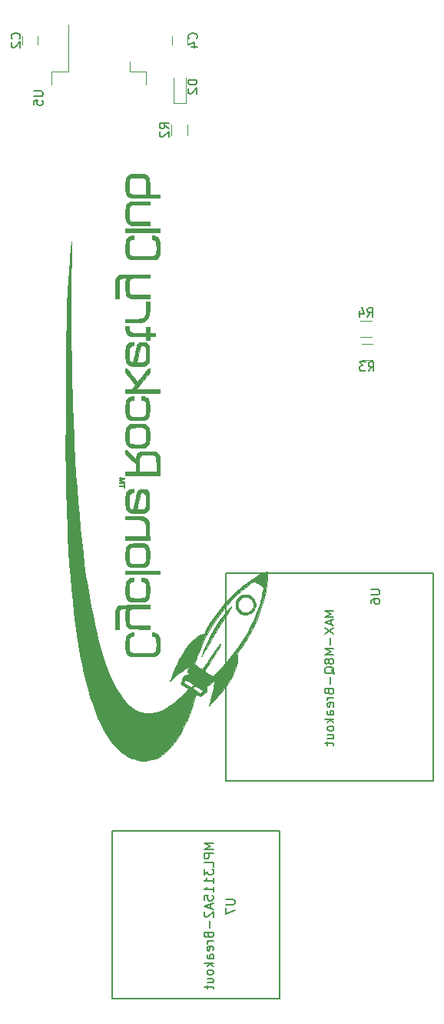
<source format=gbo>
G04 #@! TF.GenerationSoftware,KiCad,Pcbnew,(5.1.0)-1*
G04 #@! TF.CreationDate,2019-04-08T21:34:39-05:00*
G04 #@! TF.ProjectId,TheHub2,54686548-7562-4322-9e6b-696361645f70,1.0*
G04 #@! TF.SameCoordinates,Original*
G04 #@! TF.FileFunction,Legend,Bot*
G04 #@! TF.FilePolarity,Positive*
%FSLAX46Y46*%
G04 Gerber Fmt 4.6, Leading zero omitted, Abs format (unit mm)*
G04 Created by KiCad (PCBNEW (5.1.0)-1) date 2019-04-08 21:34:39*
%MOMM*%
%LPD*%
G04 APERTURE LIST*
%ADD10C,0.010000*%
%ADD11C,0.120000*%
%ADD12C,0.150000*%
G04 APERTURE END LIST*
D10*
G36*
X126446966Y-167238023D02*
G01*
X126368565Y-167031829D01*
X126250890Y-166842788D01*
X126097728Y-166677965D01*
X125912868Y-166544423D01*
X125845982Y-166508633D01*
X125650723Y-166438952D01*
X125436167Y-166408754D01*
X125216085Y-166418960D01*
X125050175Y-166455343D01*
X124838462Y-166544827D01*
X124654929Y-166672986D01*
X124503148Y-166834055D01*
X124386692Y-167022268D01*
X124309133Y-167231856D01*
X124274043Y-167457056D01*
X124284803Y-167690800D01*
X124340913Y-167907106D01*
X124439434Y-168102553D01*
X124574723Y-168272760D01*
X124741138Y-168413346D01*
X124933037Y-168519928D01*
X125144777Y-168588126D01*
X125370715Y-168613558D01*
X125383576Y-168613144D01*
X125383576Y-168375454D01*
X125374400Y-168375411D01*
X125254633Y-168371914D01*
X125165562Y-168360373D01*
X125087254Y-168336874D01*
X125014621Y-168304744D01*
X124838100Y-168193619D01*
X124696612Y-168051506D01*
X124592579Y-167885370D01*
X124528423Y-167702173D01*
X124506565Y-167508878D01*
X124529427Y-167312451D01*
X124599431Y-167119852D01*
X124601270Y-167116203D01*
X124712062Y-166950774D01*
X124859596Y-166811175D01*
X125015042Y-166716659D01*
X125100282Y-166681069D01*
X125180147Y-166660494D01*
X125274581Y-166651207D01*
X125374935Y-166649400D01*
X125489693Y-166651625D01*
X125574365Y-166661274D01*
X125649576Y-166682813D01*
X125735952Y-166720706D01*
X125761218Y-166733017D01*
X125938887Y-166843921D01*
X126073974Y-166981543D01*
X126167588Y-167147635D01*
X126220835Y-167343948D01*
X126234037Y-167480987D01*
X126236975Y-167593762D01*
X126232553Y-167675045D01*
X126217319Y-167743993D01*
X126187824Y-167819763D01*
X126163406Y-167873137D01*
X126059556Y-168047974D01*
X125925905Y-168186131D01*
X125754182Y-168295988D01*
X125738192Y-168303981D01*
X125654794Y-168341410D01*
X125580989Y-168363228D01*
X125497130Y-168373290D01*
X125383576Y-168375454D01*
X125383576Y-168613144D01*
X125469048Y-168610391D01*
X125690287Y-168569216D01*
X125895308Y-168483560D01*
X126078568Y-168358609D01*
X126234520Y-168199546D01*
X126357621Y-168011558D01*
X126442326Y-167799829D01*
X126470790Y-167673620D01*
X126482304Y-167454308D01*
X126446966Y-167238023D01*
X126446966Y-167238023D01*
G37*
X126446966Y-167238023D02*
X126368565Y-167031829D01*
X126250890Y-166842788D01*
X126097728Y-166677965D01*
X125912868Y-166544423D01*
X125845982Y-166508633D01*
X125650723Y-166438952D01*
X125436167Y-166408754D01*
X125216085Y-166418960D01*
X125050175Y-166455343D01*
X124838462Y-166544827D01*
X124654929Y-166672986D01*
X124503148Y-166834055D01*
X124386692Y-167022268D01*
X124309133Y-167231856D01*
X124274043Y-167457056D01*
X124284803Y-167690800D01*
X124340913Y-167907106D01*
X124439434Y-168102553D01*
X124574723Y-168272760D01*
X124741138Y-168413346D01*
X124933037Y-168519928D01*
X125144777Y-168588126D01*
X125370715Y-168613558D01*
X125383576Y-168613144D01*
X125383576Y-168375454D01*
X125374400Y-168375411D01*
X125254633Y-168371914D01*
X125165562Y-168360373D01*
X125087254Y-168336874D01*
X125014621Y-168304744D01*
X124838100Y-168193619D01*
X124696612Y-168051506D01*
X124592579Y-167885370D01*
X124528423Y-167702173D01*
X124506565Y-167508878D01*
X124529427Y-167312451D01*
X124599431Y-167119852D01*
X124601270Y-167116203D01*
X124712062Y-166950774D01*
X124859596Y-166811175D01*
X125015042Y-166716659D01*
X125100282Y-166681069D01*
X125180147Y-166660494D01*
X125274581Y-166651207D01*
X125374935Y-166649400D01*
X125489693Y-166651625D01*
X125574365Y-166661274D01*
X125649576Y-166682813D01*
X125735952Y-166720706D01*
X125761218Y-166733017D01*
X125938887Y-166843921D01*
X126073974Y-166981543D01*
X126167588Y-167147635D01*
X126220835Y-167343948D01*
X126234037Y-167480987D01*
X126236975Y-167593762D01*
X126232553Y-167675045D01*
X126217319Y-167743993D01*
X126187824Y-167819763D01*
X126163406Y-167873137D01*
X126059556Y-168047974D01*
X125925905Y-168186131D01*
X125754182Y-168295988D01*
X125738192Y-168303981D01*
X125654794Y-168341410D01*
X125580989Y-168363228D01*
X125497130Y-168373290D01*
X125383576Y-168375454D01*
X125383576Y-168613144D01*
X125469048Y-168610391D01*
X125690287Y-168569216D01*
X125895308Y-168483560D01*
X126078568Y-168358609D01*
X126234520Y-168199546D01*
X126357621Y-168011558D01*
X126442326Y-167799829D01*
X126470790Y-167673620D01*
X126482304Y-167454308D01*
X126446966Y-167238023D01*
G36*
X123806591Y-167726483D02*
G01*
X123751805Y-167776377D01*
X123676542Y-167850487D01*
X123646319Y-167881300D01*
X123278811Y-168283917D01*
X122913674Y-168732709D01*
X122553718Y-169223051D01*
X122201753Y-169750321D01*
X121860588Y-170309895D01*
X121533032Y-170897149D01*
X121221895Y-171507460D01*
X120929985Y-172136204D01*
X120660113Y-172778758D01*
X120640541Y-172828132D01*
X120590915Y-172955781D01*
X120548772Y-173067857D01*
X120517380Y-173155372D01*
X120500009Y-173209342D01*
X120497600Y-173221072D01*
X120509705Y-173206952D01*
X120544178Y-173153313D01*
X120598258Y-173064784D01*
X120669182Y-172945992D01*
X120754188Y-172801569D01*
X120850515Y-172636142D01*
X120955400Y-172454341D01*
X120963727Y-172439841D01*
X121410351Y-171668002D01*
X121843532Y-170932395D01*
X122269630Y-170222469D01*
X122695005Y-169527676D01*
X123126019Y-168837467D01*
X123329395Y-168516300D01*
X123440891Y-168340850D01*
X123545380Y-168176182D01*
X123639288Y-168027948D01*
X123719042Y-167901799D01*
X123781066Y-167803385D01*
X123821787Y-167738359D01*
X123835423Y-167716200D01*
X123836072Y-167705019D01*
X123806591Y-167726483D01*
X123806591Y-167726483D01*
G37*
X123806591Y-167726483D02*
X123751805Y-167776377D01*
X123676542Y-167850487D01*
X123646319Y-167881300D01*
X123278811Y-168283917D01*
X122913674Y-168732709D01*
X122553718Y-169223051D01*
X122201753Y-169750321D01*
X121860588Y-170309895D01*
X121533032Y-170897149D01*
X121221895Y-171507460D01*
X120929985Y-172136204D01*
X120660113Y-172778758D01*
X120640541Y-172828132D01*
X120590915Y-172955781D01*
X120548772Y-173067857D01*
X120517380Y-173155372D01*
X120500009Y-173209342D01*
X120497600Y-173221072D01*
X120509705Y-173206952D01*
X120544178Y-173153313D01*
X120598258Y-173064784D01*
X120669182Y-172945992D01*
X120754188Y-172801569D01*
X120850515Y-172636142D01*
X120955400Y-172454341D01*
X120963727Y-172439841D01*
X121410351Y-171668002D01*
X121843532Y-170932395D01*
X122269630Y-170222469D01*
X122695005Y-169527676D01*
X123126019Y-168837467D01*
X123329395Y-168516300D01*
X123440891Y-168340850D01*
X123545380Y-168176182D01*
X123639288Y-168027948D01*
X123719042Y-167901799D01*
X123781066Y-167803385D01*
X123821787Y-167738359D01*
X123835423Y-167716200D01*
X123836072Y-167705019D01*
X123806591Y-167726483D01*
G36*
X114782600Y-122364500D02*
G01*
X114782600Y-121569011D01*
X114781992Y-121317531D01*
X114779671Y-121111003D01*
X114774897Y-120943589D01*
X114766927Y-120809451D01*
X114755018Y-120702749D01*
X114738430Y-120617647D01*
X114716420Y-120548304D01*
X114688246Y-120488884D01*
X114653167Y-120433546D01*
X114635139Y-120408700D01*
X114578015Y-120336784D01*
X114524717Y-120285175D01*
X114458982Y-120241077D01*
X114364550Y-120191692D01*
X114350800Y-120184941D01*
X114211100Y-120116600D01*
X113474500Y-120116600D01*
X113257920Y-120116871D01*
X113085697Y-120117925D01*
X112951390Y-120120124D01*
X112848558Y-120123829D01*
X112770761Y-120129402D01*
X112711557Y-120137204D01*
X112664505Y-120147598D01*
X112623166Y-120160944D01*
X112612390Y-120165007D01*
X112460734Y-120248369D01*
X112327882Y-120368926D01*
X112227968Y-120513293D01*
X112213728Y-120542633D01*
X112196067Y-120583514D01*
X112182195Y-120623316D01*
X112171597Y-120668671D01*
X112163760Y-120726211D01*
X112158170Y-120802566D01*
X112154313Y-120904368D01*
X112151674Y-121038249D01*
X112149740Y-121210841D01*
X112148315Y-121386600D01*
X112147284Y-121621187D01*
X112148225Y-121809686D01*
X112151293Y-121956776D01*
X112156649Y-122067136D01*
X112164449Y-122145447D01*
X112174853Y-122196388D01*
X112175796Y-122199400D01*
X112253043Y-122378972D01*
X112358489Y-122519715D01*
X112497999Y-122628428D01*
X112585500Y-122674349D01*
X112712500Y-122732800D01*
X114319050Y-122739878D01*
X114404275Y-122740253D01*
X114404275Y-122364500D01*
X113659988Y-122364359D01*
X113448920Y-122363413D01*
X113257918Y-122360790D01*
X113093228Y-122356686D01*
X112961094Y-122351296D01*
X112867759Y-122344817D01*
X112821500Y-122338055D01*
X112717586Y-122287832D01*
X112624999Y-122205722D01*
X112560695Y-122107974D01*
X112549171Y-122077094D01*
X112542523Y-122029267D01*
X112536986Y-121938870D01*
X112532790Y-121814124D01*
X112530167Y-121663250D01*
X112529345Y-121494471D01*
X112529824Y-121386600D01*
X112531588Y-121194075D01*
X112533810Y-121045435D01*
X112537085Y-120933767D01*
X112542011Y-120852156D01*
X112549185Y-120793688D01*
X112559203Y-120751450D01*
X112572661Y-120718527D01*
X112590096Y-120688100D01*
X112649176Y-120615256D01*
X112720758Y-120554145D01*
X112729796Y-120548400D01*
X112758780Y-120532772D01*
X112791834Y-120520711D01*
X112835566Y-120511760D01*
X112896582Y-120505460D01*
X112981488Y-120501353D01*
X113096892Y-120498980D01*
X113249401Y-120497882D01*
X113445620Y-120497601D01*
X113461800Y-120497600D01*
X113661462Y-120497840D01*
X113816932Y-120498862D01*
X113934816Y-120501127D01*
X114021721Y-120505093D01*
X114084254Y-120511217D01*
X114129022Y-120519960D01*
X114162631Y-120531778D01*
X114191688Y-120547132D01*
X114193805Y-120548400D01*
X114264762Y-120605593D01*
X114327308Y-120678610D01*
X114333505Y-120688100D01*
X114349018Y-120714853D01*
X114361408Y-120743768D01*
X114371095Y-120780703D01*
X114378496Y-120831519D01*
X114384031Y-120902075D01*
X114388119Y-120998230D01*
X114391178Y-121125844D01*
X114393626Y-121290777D01*
X114395884Y-121498889D01*
X114396588Y-121570750D01*
X114404275Y-122364500D01*
X114404275Y-122740253D01*
X115925600Y-122746955D01*
X115925600Y-122364500D01*
X114782600Y-122364500D01*
X114782600Y-122364500D01*
G37*
X114782600Y-122364500D02*
X114782600Y-121569011D01*
X114781992Y-121317531D01*
X114779671Y-121111003D01*
X114774897Y-120943589D01*
X114766927Y-120809451D01*
X114755018Y-120702749D01*
X114738430Y-120617647D01*
X114716420Y-120548304D01*
X114688246Y-120488884D01*
X114653167Y-120433546D01*
X114635139Y-120408700D01*
X114578015Y-120336784D01*
X114524717Y-120285175D01*
X114458982Y-120241077D01*
X114364550Y-120191692D01*
X114350800Y-120184941D01*
X114211100Y-120116600D01*
X113474500Y-120116600D01*
X113257920Y-120116871D01*
X113085697Y-120117925D01*
X112951390Y-120120124D01*
X112848558Y-120123829D01*
X112770761Y-120129402D01*
X112711557Y-120137204D01*
X112664505Y-120147598D01*
X112623166Y-120160944D01*
X112612390Y-120165007D01*
X112460734Y-120248369D01*
X112327882Y-120368926D01*
X112227968Y-120513293D01*
X112213728Y-120542633D01*
X112196067Y-120583514D01*
X112182195Y-120623316D01*
X112171597Y-120668671D01*
X112163760Y-120726211D01*
X112158170Y-120802566D01*
X112154313Y-120904368D01*
X112151674Y-121038249D01*
X112149740Y-121210841D01*
X112148315Y-121386600D01*
X112147284Y-121621187D01*
X112148225Y-121809686D01*
X112151293Y-121956776D01*
X112156649Y-122067136D01*
X112164449Y-122145447D01*
X112174853Y-122196388D01*
X112175796Y-122199400D01*
X112253043Y-122378972D01*
X112358489Y-122519715D01*
X112497999Y-122628428D01*
X112585500Y-122674349D01*
X112712500Y-122732800D01*
X114319050Y-122739878D01*
X114404275Y-122740253D01*
X114404275Y-122364500D01*
X113659988Y-122364359D01*
X113448920Y-122363413D01*
X113257918Y-122360790D01*
X113093228Y-122356686D01*
X112961094Y-122351296D01*
X112867759Y-122344817D01*
X112821500Y-122338055D01*
X112717586Y-122287832D01*
X112624999Y-122205722D01*
X112560695Y-122107974D01*
X112549171Y-122077094D01*
X112542523Y-122029267D01*
X112536986Y-121938870D01*
X112532790Y-121814124D01*
X112530167Y-121663250D01*
X112529345Y-121494471D01*
X112529824Y-121386600D01*
X112531588Y-121194075D01*
X112533810Y-121045435D01*
X112537085Y-120933767D01*
X112542011Y-120852156D01*
X112549185Y-120793688D01*
X112559203Y-120751450D01*
X112572661Y-120718527D01*
X112590096Y-120688100D01*
X112649176Y-120615256D01*
X112720758Y-120554145D01*
X112729796Y-120548400D01*
X112758780Y-120532772D01*
X112791834Y-120520711D01*
X112835566Y-120511760D01*
X112896582Y-120505460D01*
X112981488Y-120501353D01*
X113096892Y-120498980D01*
X113249401Y-120497882D01*
X113445620Y-120497601D01*
X113461800Y-120497600D01*
X113661462Y-120497840D01*
X113816932Y-120498862D01*
X113934816Y-120501127D01*
X114021721Y-120505093D01*
X114084254Y-120511217D01*
X114129022Y-120519960D01*
X114162631Y-120531778D01*
X114191688Y-120547132D01*
X114193805Y-120548400D01*
X114264762Y-120605593D01*
X114327308Y-120678610D01*
X114333505Y-120688100D01*
X114349018Y-120714853D01*
X114361408Y-120743768D01*
X114371095Y-120780703D01*
X114378496Y-120831519D01*
X114384031Y-120902075D01*
X114388119Y-120998230D01*
X114391178Y-121125844D01*
X114393626Y-121290777D01*
X114395884Y-121498889D01*
X114396588Y-121570750D01*
X114404275Y-122364500D01*
X114404275Y-122740253D01*
X115925600Y-122746955D01*
X115925600Y-122364500D01*
X114782600Y-122364500D01*
G36*
X113798350Y-125381868D02*
G01*
X113547902Y-125379851D01*
X113343125Y-125377784D01*
X113178892Y-125375389D01*
X113050073Y-125372385D01*
X112951542Y-125368494D01*
X112878170Y-125363435D01*
X112824829Y-125356929D01*
X112786391Y-125348696D01*
X112757727Y-125338457D01*
X112733711Y-125325932D01*
X112729796Y-125323600D01*
X112658839Y-125266408D01*
X112596293Y-125193391D01*
X112590096Y-125183900D01*
X112573123Y-125154564D01*
X112560022Y-125123346D01*
X112550292Y-125083600D01*
X112543433Y-125028681D01*
X112538946Y-124951940D01*
X112536331Y-124846732D01*
X112535088Y-124706409D01*
X112534717Y-124524325D01*
X112534700Y-124447300D01*
X112534880Y-124248562D01*
X112535752Y-124093976D01*
X112537815Y-123976897D01*
X112541571Y-123890677D01*
X112547519Y-123828670D01*
X112556158Y-123784229D01*
X112567989Y-123750708D01*
X112583511Y-123721460D01*
X112590096Y-123710700D01*
X112649176Y-123637856D01*
X112720758Y-123576745D01*
X112729796Y-123571000D01*
X112753537Y-123558067D01*
X112781068Y-123547466D01*
X112817519Y-123538918D01*
X112868018Y-123532143D01*
X112937692Y-123526862D01*
X113031670Y-123522796D01*
X113155080Y-123519664D01*
X113313049Y-123517186D01*
X113510706Y-123515084D01*
X113753179Y-123513078D01*
X113798350Y-123512733D01*
X114782600Y-123505265D01*
X114782600Y-123124358D01*
X113747550Y-123131779D01*
X113490927Y-123133685D01*
X113279932Y-123135567D01*
X113109391Y-123137718D01*
X112974134Y-123140429D01*
X112868989Y-123143996D01*
X112788785Y-123148710D01*
X112728348Y-123154864D01*
X112682508Y-123162752D01*
X112646093Y-123172666D01*
X112613930Y-123184900D01*
X112585500Y-123197604D01*
X112422176Y-123299045D01*
X112290756Y-123435661D01*
X112212420Y-123568273D01*
X112195128Y-123608483D01*
X112181543Y-123648187D01*
X112171159Y-123693998D01*
X112163475Y-123752530D01*
X112157984Y-123830397D01*
X112154183Y-123934214D01*
X112151568Y-124070593D01*
X112149634Y-124246150D01*
X112148315Y-124409200D01*
X112147284Y-124643787D01*
X112148225Y-124832286D01*
X112151293Y-124979376D01*
X112156649Y-125089736D01*
X112164449Y-125168047D01*
X112174853Y-125218988D01*
X112175796Y-125222000D01*
X112253043Y-125401572D01*
X112358489Y-125542315D01*
X112497999Y-125651028D01*
X112585500Y-125696949D01*
X112618152Y-125711441D01*
X112650560Y-125723358D01*
X112687895Y-125732992D01*
X112735329Y-125740637D01*
X112798034Y-125746587D01*
X112881181Y-125751134D01*
X112989942Y-125754571D01*
X113129489Y-125757191D01*
X113304993Y-125759289D01*
X113521625Y-125761156D01*
X113747550Y-125762822D01*
X114782600Y-125770243D01*
X114782600Y-125389336D01*
X113798350Y-125381868D01*
X113798350Y-125381868D01*
G37*
X113798350Y-125381868D02*
X113547902Y-125379851D01*
X113343125Y-125377784D01*
X113178892Y-125375389D01*
X113050073Y-125372385D01*
X112951542Y-125368494D01*
X112878170Y-125363435D01*
X112824829Y-125356929D01*
X112786391Y-125348696D01*
X112757727Y-125338457D01*
X112733711Y-125325932D01*
X112729796Y-125323600D01*
X112658839Y-125266408D01*
X112596293Y-125193391D01*
X112590096Y-125183900D01*
X112573123Y-125154564D01*
X112560022Y-125123346D01*
X112550292Y-125083600D01*
X112543433Y-125028681D01*
X112538946Y-124951940D01*
X112536331Y-124846732D01*
X112535088Y-124706409D01*
X112534717Y-124524325D01*
X112534700Y-124447300D01*
X112534880Y-124248562D01*
X112535752Y-124093976D01*
X112537815Y-123976897D01*
X112541571Y-123890677D01*
X112547519Y-123828670D01*
X112556158Y-123784229D01*
X112567989Y-123750708D01*
X112583511Y-123721460D01*
X112590096Y-123710700D01*
X112649176Y-123637856D01*
X112720758Y-123576745D01*
X112729796Y-123571000D01*
X112753537Y-123558067D01*
X112781068Y-123547466D01*
X112817519Y-123538918D01*
X112868018Y-123532143D01*
X112937692Y-123526862D01*
X113031670Y-123522796D01*
X113155080Y-123519664D01*
X113313049Y-123517186D01*
X113510706Y-123515084D01*
X113753179Y-123513078D01*
X113798350Y-123512733D01*
X114782600Y-123505265D01*
X114782600Y-123124358D01*
X113747550Y-123131779D01*
X113490927Y-123133685D01*
X113279932Y-123135567D01*
X113109391Y-123137718D01*
X112974134Y-123140429D01*
X112868989Y-123143996D01*
X112788785Y-123148710D01*
X112728348Y-123154864D01*
X112682508Y-123162752D01*
X112646093Y-123172666D01*
X112613930Y-123184900D01*
X112585500Y-123197604D01*
X112422176Y-123299045D01*
X112290756Y-123435661D01*
X112212420Y-123568273D01*
X112195128Y-123608483D01*
X112181543Y-123648187D01*
X112171159Y-123693998D01*
X112163475Y-123752530D01*
X112157984Y-123830397D01*
X112154183Y-123934214D01*
X112151568Y-124070593D01*
X112149634Y-124246150D01*
X112148315Y-124409200D01*
X112147284Y-124643787D01*
X112148225Y-124832286D01*
X112151293Y-124979376D01*
X112156649Y-125089736D01*
X112164449Y-125168047D01*
X112174853Y-125218988D01*
X112175796Y-125222000D01*
X112253043Y-125401572D01*
X112358489Y-125542315D01*
X112497999Y-125651028D01*
X112585500Y-125696949D01*
X112618152Y-125711441D01*
X112650560Y-125723358D01*
X112687895Y-125732992D01*
X112735329Y-125740637D01*
X112798034Y-125746587D01*
X112881181Y-125751134D01*
X112989942Y-125754571D01*
X113129489Y-125757191D01*
X113304993Y-125759289D01*
X113521625Y-125761156D01*
X113747550Y-125762822D01*
X114782600Y-125770243D01*
X114782600Y-125389336D01*
X113798350Y-125381868D01*
G36*
X112141000Y-126149100D02*
G01*
X112141000Y-126530100D01*
X115925600Y-126530100D01*
X115925600Y-126149100D01*
X112141000Y-126149100D01*
X112141000Y-126149100D01*
G37*
X112141000Y-126149100D02*
X112141000Y-126530100D01*
X115925600Y-126530100D01*
X115925600Y-126149100D01*
X112141000Y-126149100D01*
G36*
X115912216Y-127997083D02*
G01*
X115909394Y-127806588D01*
X115903287Y-127653947D01*
X115892743Y-127532693D01*
X115876614Y-127436357D01*
X115853749Y-127358472D01*
X115822999Y-127292570D01*
X115783213Y-127232182D01*
X115733243Y-127170841D01*
X115721987Y-127157959D01*
X115586062Y-127041698D01*
X115416066Y-126962226D01*
X115213811Y-126920374D01*
X115200959Y-126919103D01*
X115036600Y-126903755D01*
X115036600Y-127292100D01*
X115107419Y-127292100D01*
X115193231Y-127308921D01*
X115292885Y-127352104D01*
X115385712Y-127410731D01*
X115450772Y-127473503D01*
X115480718Y-127523810D01*
X115503663Y-127586626D01*
X115520433Y-127668769D01*
X115531849Y-127777055D01*
X115538735Y-127918301D01*
X115541916Y-128099324D01*
X115542388Y-128231900D01*
X115540891Y-128451702D01*
X115535185Y-128627125D01*
X115523443Y-128764533D01*
X115503842Y-128870291D01*
X115474557Y-128950765D01*
X115433762Y-129012317D01*
X115379634Y-129061314D01*
X115310346Y-129104119D01*
X115289114Y-129115282D01*
X115176300Y-129173163D01*
X113995200Y-129166082D01*
X113718999Y-129164343D01*
X113488981Y-129162593D01*
X113300530Y-129160621D01*
X113149030Y-129158216D01*
X113029864Y-129155166D01*
X112938417Y-129151261D01*
X112870071Y-129146289D01*
X112820211Y-129140039D01*
X112784221Y-129132300D01*
X112757484Y-129122861D01*
X112735384Y-129111510D01*
X112729796Y-129108200D01*
X112658839Y-129051008D01*
X112596293Y-128977991D01*
X112590096Y-128968500D01*
X112573123Y-128939164D01*
X112560022Y-128907946D01*
X112550292Y-128868200D01*
X112543433Y-128813281D01*
X112538946Y-128736540D01*
X112536331Y-128631332D01*
X112535088Y-128491009D01*
X112534717Y-128308925D01*
X112534700Y-128231900D01*
X112534880Y-128033162D01*
X112535752Y-127878576D01*
X112537815Y-127761497D01*
X112541571Y-127675277D01*
X112547519Y-127613270D01*
X112556158Y-127568829D01*
X112567989Y-127535308D01*
X112583511Y-127506060D01*
X112590096Y-127495300D01*
X112681452Y-127391910D01*
X112804628Y-127326151D01*
X112913606Y-127301149D01*
X113030000Y-127285196D01*
X113030000Y-126903755D01*
X112864233Y-126919234D01*
X112659494Y-126959901D01*
X112484279Y-127039906D01*
X112341215Y-127157502D01*
X112232927Y-127310942D01*
X112212420Y-127352873D01*
X112195128Y-127393083D01*
X112181543Y-127432787D01*
X112171159Y-127478598D01*
X112163475Y-127537130D01*
X112157984Y-127614997D01*
X112154183Y-127718814D01*
X112151568Y-127855193D01*
X112149634Y-128030750D01*
X112148315Y-128193800D01*
X112147284Y-128428387D01*
X112148225Y-128616886D01*
X112151293Y-128763976D01*
X112156649Y-128874336D01*
X112164449Y-128952647D01*
X112174853Y-129003588D01*
X112175796Y-129006600D01*
X112258173Y-129192754D01*
X112372605Y-129339789D01*
X112520017Y-129448729D01*
X112613349Y-129491960D01*
X112643839Y-129502711D01*
X112677812Y-129511733D01*
X112719756Y-129519178D01*
X112774158Y-129525194D01*
X112845507Y-129529934D01*
X112938290Y-129533546D01*
X113056996Y-129536183D01*
X113206111Y-129537993D01*
X113390124Y-129539129D01*
X113613523Y-129539739D01*
X113880796Y-129539976D01*
X114046000Y-129540000D01*
X115354100Y-129540000D01*
X115488407Y-129479311D01*
X115632614Y-129388598D01*
X115756369Y-129261410D01*
X115847263Y-129111433D01*
X115867080Y-129061732D01*
X115880983Y-129016332D01*
X115891809Y-128964890D01*
X115899930Y-128900711D01*
X115905713Y-128817098D01*
X115909529Y-128707357D01*
X115911748Y-128564792D01*
X115912739Y-128382706D01*
X115912900Y-128231900D01*
X115912216Y-127997083D01*
X115912216Y-127997083D01*
G37*
X115912216Y-127997083D02*
X115909394Y-127806588D01*
X115903287Y-127653947D01*
X115892743Y-127532693D01*
X115876614Y-127436357D01*
X115853749Y-127358472D01*
X115822999Y-127292570D01*
X115783213Y-127232182D01*
X115733243Y-127170841D01*
X115721987Y-127157959D01*
X115586062Y-127041698D01*
X115416066Y-126962226D01*
X115213811Y-126920374D01*
X115200959Y-126919103D01*
X115036600Y-126903755D01*
X115036600Y-127292100D01*
X115107419Y-127292100D01*
X115193231Y-127308921D01*
X115292885Y-127352104D01*
X115385712Y-127410731D01*
X115450772Y-127473503D01*
X115480718Y-127523810D01*
X115503663Y-127586626D01*
X115520433Y-127668769D01*
X115531849Y-127777055D01*
X115538735Y-127918301D01*
X115541916Y-128099324D01*
X115542388Y-128231900D01*
X115540891Y-128451702D01*
X115535185Y-128627125D01*
X115523443Y-128764533D01*
X115503842Y-128870291D01*
X115474557Y-128950765D01*
X115433762Y-129012317D01*
X115379634Y-129061314D01*
X115310346Y-129104119D01*
X115289114Y-129115282D01*
X115176300Y-129173163D01*
X113995200Y-129166082D01*
X113718999Y-129164343D01*
X113488981Y-129162593D01*
X113300530Y-129160621D01*
X113149030Y-129158216D01*
X113029864Y-129155166D01*
X112938417Y-129151261D01*
X112870071Y-129146289D01*
X112820211Y-129140039D01*
X112784221Y-129132300D01*
X112757484Y-129122861D01*
X112735384Y-129111510D01*
X112729796Y-129108200D01*
X112658839Y-129051008D01*
X112596293Y-128977991D01*
X112590096Y-128968500D01*
X112573123Y-128939164D01*
X112560022Y-128907946D01*
X112550292Y-128868200D01*
X112543433Y-128813281D01*
X112538946Y-128736540D01*
X112536331Y-128631332D01*
X112535088Y-128491009D01*
X112534717Y-128308925D01*
X112534700Y-128231900D01*
X112534880Y-128033162D01*
X112535752Y-127878576D01*
X112537815Y-127761497D01*
X112541571Y-127675277D01*
X112547519Y-127613270D01*
X112556158Y-127568829D01*
X112567989Y-127535308D01*
X112583511Y-127506060D01*
X112590096Y-127495300D01*
X112681452Y-127391910D01*
X112804628Y-127326151D01*
X112913606Y-127301149D01*
X113030000Y-127285196D01*
X113030000Y-126903755D01*
X112864233Y-126919234D01*
X112659494Y-126959901D01*
X112484279Y-127039906D01*
X112341215Y-127157502D01*
X112232927Y-127310942D01*
X112212420Y-127352873D01*
X112195128Y-127393083D01*
X112181543Y-127432787D01*
X112171159Y-127478598D01*
X112163475Y-127537130D01*
X112157984Y-127614997D01*
X112154183Y-127718814D01*
X112151568Y-127855193D01*
X112149634Y-128030750D01*
X112148315Y-128193800D01*
X112147284Y-128428387D01*
X112148225Y-128616886D01*
X112151293Y-128763976D01*
X112156649Y-128874336D01*
X112164449Y-128952647D01*
X112174853Y-129003588D01*
X112175796Y-129006600D01*
X112258173Y-129192754D01*
X112372605Y-129339789D01*
X112520017Y-129448729D01*
X112613349Y-129491960D01*
X112643839Y-129502711D01*
X112677812Y-129511733D01*
X112719756Y-129519178D01*
X112774158Y-129525194D01*
X112845507Y-129529934D01*
X112938290Y-129533546D01*
X113056996Y-129536183D01*
X113206111Y-129537993D01*
X113390124Y-129539129D01*
X113613523Y-129539739D01*
X113880796Y-129539976D01*
X114046000Y-129540000D01*
X115354100Y-129540000D01*
X115488407Y-129479311D01*
X115632614Y-129388598D01*
X115756369Y-129261410D01*
X115847263Y-129111433D01*
X115867080Y-129061732D01*
X115880983Y-129016332D01*
X115891809Y-128964890D01*
X115899930Y-128900711D01*
X115905713Y-128817098D01*
X115909529Y-128707357D01*
X115911748Y-128564792D01*
X115912739Y-128382706D01*
X115912900Y-128231900D01*
X115912216Y-127997083D01*
G36*
X114401600Y-134200900D02*
G01*
X114401600Y-134771150D01*
X114400038Y-135012145D01*
X114394485Y-135208985D01*
X114383646Y-135368244D01*
X114366223Y-135496496D01*
X114340919Y-135600315D01*
X114306438Y-135686275D01*
X114261482Y-135760951D01*
X114204755Y-135830915D01*
X114189207Y-135847776D01*
X114130042Y-135905836D01*
X114068439Y-135953499D01*
X113998867Y-135991763D01*
X113915797Y-136021630D01*
X113813699Y-136044098D01*
X113687042Y-136060167D01*
X113530297Y-136070837D01*
X113337934Y-136077108D01*
X113104423Y-136079978D01*
X112901750Y-136080500D01*
X112141000Y-136080500D01*
X112141000Y-136461500D01*
X112960150Y-136461125D01*
X113218079Y-136460417D01*
X113431459Y-136458048D01*
X113606534Y-136453260D01*
X113749549Y-136445294D01*
X113866745Y-136433393D01*
X113964368Y-136416800D01*
X114048660Y-136394755D01*
X114125865Y-136366503D01*
X114202227Y-136331284D01*
X114254988Y-136303966D01*
X114420825Y-136189528D01*
X114560348Y-136041232D01*
X114653662Y-135888450D01*
X114691534Y-135800842D01*
X114721361Y-135712575D01*
X114744050Y-135616175D01*
X114760509Y-135504169D01*
X114771644Y-135369083D01*
X114778365Y-135203443D01*
X114781577Y-134999776D01*
X114782225Y-134829550D01*
X114782600Y-134200900D01*
X114401600Y-134200900D01*
X114401600Y-134200900D01*
G37*
X114401600Y-134200900D02*
X114401600Y-134771150D01*
X114400038Y-135012145D01*
X114394485Y-135208985D01*
X114383646Y-135368244D01*
X114366223Y-135496496D01*
X114340919Y-135600315D01*
X114306438Y-135686275D01*
X114261482Y-135760951D01*
X114204755Y-135830915D01*
X114189207Y-135847776D01*
X114130042Y-135905836D01*
X114068439Y-135953499D01*
X113998867Y-135991763D01*
X113915797Y-136021630D01*
X113813699Y-136044098D01*
X113687042Y-136060167D01*
X113530297Y-136070837D01*
X113337934Y-136077108D01*
X113104423Y-136079978D01*
X112901750Y-136080500D01*
X112141000Y-136080500D01*
X112141000Y-136461500D01*
X112960150Y-136461125D01*
X113218079Y-136460417D01*
X113431459Y-136458048D01*
X113606534Y-136453260D01*
X113749549Y-136445294D01*
X113866745Y-136433393D01*
X113964368Y-136416800D01*
X114048660Y-136394755D01*
X114125865Y-136366503D01*
X114202227Y-136331284D01*
X114254988Y-136303966D01*
X114420825Y-136189528D01*
X114560348Y-136041232D01*
X114653662Y-135888450D01*
X114691534Y-135800842D01*
X114721361Y-135712575D01*
X114744050Y-135616175D01*
X114760509Y-135504169D01*
X114771644Y-135369083D01*
X114778365Y-135203443D01*
X114781577Y-134999776D01*
X114782225Y-134829550D01*
X114782600Y-134200900D01*
X114401600Y-134200900D01*
G36*
X114782600Y-137604500D02*
G01*
X114782600Y-136978975D01*
X114401600Y-136969421D01*
X114401600Y-137604500D01*
X113633250Y-137603943D01*
X113412279Y-137603538D01*
X113236026Y-137602457D01*
X113098410Y-137600367D01*
X112993352Y-137596935D01*
X112914770Y-137591827D01*
X112856583Y-137584711D01*
X112812712Y-137575253D01*
X112777076Y-137563120D01*
X112760876Y-137556142D01*
X112666841Y-137498880D01*
X112600036Y-137420734D01*
X112556537Y-137313710D01*
X112532417Y-137169816D01*
X112526258Y-137078395D01*
X112515941Y-136842500D01*
X112141000Y-136842500D01*
X112142770Y-137090150D01*
X112148260Y-137228578D01*
X112161422Y-137356289D01*
X112180239Y-137454587D01*
X112183168Y-137464800D01*
X112258832Y-137640147D01*
X112368625Y-137778137D01*
X112514348Y-137880601D01*
X112645326Y-137934298D01*
X112694471Y-137948756D01*
X112744868Y-137960223D01*
X112802916Y-137969043D01*
X112875014Y-137975557D01*
X112967562Y-137980106D01*
X113086958Y-137983032D01*
X113239601Y-137984677D01*
X113431891Y-137985382D01*
X113604176Y-137985500D01*
X114401600Y-137985500D01*
X114401600Y-138366500D01*
X114782600Y-138366500D01*
X114782600Y-137985500D01*
X115417600Y-137985500D01*
X115417600Y-137604500D01*
X114782600Y-137604500D01*
X114782600Y-137604500D01*
G37*
X114782600Y-137604500D02*
X114782600Y-136978975D01*
X114401600Y-136969421D01*
X114401600Y-137604500D01*
X113633250Y-137603943D01*
X113412279Y-137603538D01*
X113236026Y-137602457D01*
X113098410Y-137600367D01*
X112993352Y-137596935D01*
X112914770Y-137591827D01*
X112856583Y-137584711D01*
X112812712Y-137575253D01*
X112777076Y-137563120D01*
X112760876Y-137556142D01*
X112666841Y-137498880D01*
X112600036Y-137420734D01*
X112556537Y-137313710D01*
X112532417Y-137169816D01*
X112526258Y-137078395D01*
X112515941Y-136842500D01*
X112141000Y-136842500D01*
X112142770Y-137090150D01*
X112148260Y-137228578D01*
X112161422Y-137356289D01*
X112180239Y-137454587D01*
X112183168Y-137464800D01*
X112258832Y-137640147D01*
X112368625Y-137778137D01*
X112514348Y-137880601D01*
X112645326Y-137934298D01*
X112694471Y-137948756D01*
X112744868Y-137960223D01*
X112802916Y-137969043D01*
X112875014Y-137975557D01*
X112967562Y-137980106D01*
X113086958Y-137983032D01*
X113239601Y-137984677D01*
X113431891Y-137985382D01*
X113604176Y-137985500D01*
X114401600Y-137985500D01*
X114401600Y-138366500D01*
X114782600Y-138366500D01*
X114782600Y-137985500D01*
X115417600Y-137985500D01*
X115417600Y-137604500D01*
X114782600Y-137604500D01*
G36*
X114769782Y-139696673D02*
G01*
X114769156Y-139522011D01*
X114767617Y-139385679D01*
X114764762Y-139281441D01*
X114760184Y-139203063D01*
X114753481Y-139144309D01*
X114744245Y-139098945D01*
X114732074Y-139060735D01*
X114716561Y-139023444D01*
X114711181Y-139011473D01*
X114626406Y-138870817D01*
X114513842Y-138751536D01*
X114386771Y-138667220D01*
X114365397Y-138657639D01*
X114250310Y-138625787D01*
X114106252Y-138609186D01*
X113952992Y-138608757D01*
X113810295Y-138625423D01*
X113785866Y-138630631D01*
X113629230Y-138685420D01*
X113514165Y-138767917D01*
X113438812Y-138879473D01*
X113436469Y-138884860D01*
X113420865Y-138932950D01*
X113395829Y-139024407D01*
X113362894Y-139152999D01*
X113323595Y-139312490D01*
X113279468Y-139496647D01*
X113232047Y-139699236D01*
X113182868Y-139914023D01*
X113180408Y-139924889D01*
X112968676Y-140860978D01*
X112868187Y-140847499D01*
X112740212Y-140806635D01*
X112636044Y-140721193D01*
X112585500Y-140649845D01*
X112569725Y-140619919D01*
X112557588Y-140585944D01*
X112548616Y-140541211D01*
X112542337Y-140479009D01*
X112538279Y-140392628D01*
X112535969Y-140275359D01*
X112534933Y-140120491D01*
X112534700Y-139928600D01*
X112534952Y-139730980D01*
X112536022Y-139577448D01*
X112538382Y-139461296D01*
X112542505Y-139375812D01*
X112548864Y-139314287D01*
X112557932Y-139270012D01*
X112570181Y-139236275D01*
X112585500Y-139207356D01*
X112670227Y-139100517D01*
X112778600Y-139034469D01*
X112891922Y-139006179D01*
X113017300Y-138988315D01*
X113024719Y-138791708D01*
X113027610Y-138695160D01*
X113021891Y-138633632D01*
X112999078Y-138601853D01*
X112950691Y-138594552D01*
X112868249Y-138606458D01*
X112761927Y-138628400D01*
X112568799Y-138688590D01*
X112413953Y-138781260D01*
X112294894Y-138908598D01*
X112209124Y-139072790D01*
X112189379Y-139129986D01*
X112174243Y-139183912D01*
X112162621Y-139241114D01*
X112154085Y-139308927D01*
X112148210Y-139394683D01*
X112144568Y-139505718D01*
X112142734Y-139649366D01*
X112142280Y-139832960D01*
X112142427Y-139937213D01*
X112143283Y-140142877D01*
X112145145Y-140305036D01*
X112148467Y-140430986D01*
X112153704Y-140528020D01*
X112161307Y-140603431D01*
X112171731Y-140664513D01*
X112185429Y-140718560D01*
X112192422Y-140741400D01*
X112269787Y-140913504D01*
X112381470Y-141049479D01*
X112529094Y-141150668D01*
X112714279Y-141218413D01*
X112788037Y-141234428D01*
X112860023Y-141242977D01*
X112972186Y-141250453D01*
X113113909Y-141256420D01*
X113274572Y-141260442D01*
X113443557Y-141262084D01*
X113461800Y-141262100D01*
X113623320Y-141260804D01*
X113623320Y-140857750D01*
X113518416Y-140857702D01*
X113442510Y-140857461D01*
X113405896Y-140857045D01*
X113404650Y-140856986D01*
X113396516Y-140854627D01*
X113391506Y-140845722D01*
X113390521Y-140825630D01*
X113394459Y-140789706D01*
X113404219Y-140733307D01*
X113420701Y-140651791D01*
X113444804Y-140540515D01*
X113477427Y-140394835D01*
X113519469Y-140210108D01*
X113571829Y-139981692D01*
X113586653Y-139917147D01*
X113648223Y-139653211D01*
X113701614Y-139432956D01*
X113746497Y-139257617D01*
X113782543Y-139128432D01*
X113809425Y-139046637D01*
X113826601Y-139013619D01*
X113885060Y-138995239D01*
X113974268Y-138994543D01*
X114077620Y-139010824D01*
X114134283Y-139026697D01*
X114235474Y-139083892D01*
X114320949Y-139176412D01*
X114372744Y-139278341D01*
X114382760Y-139335211D01*
X114390686Y-139433249D01*
X114396523Y-139562879D01*
X114400271Y-139714522D01*
X114401932Y-139878602D01*
X114401504Y-140045541D01*
X114398990Y-140205763D01*
X114394389Y-140349690D01*
X114387702Y-140467745D01*
X114378929Y-140550351D01*
X114372682Y-140578860D01*
X114330571Y-140676165D01*
X114273666Y-140748987D01*
X114194997Y-140800432D01*
X114087594Y-140833604D01*
X113944486Y-140851608D01*
X113758703Y-140857549D01*
X113746925Y-140857588D01*
X113623320Y-140857750D01*
X113623320Y-141260804D01*
X113631049Y-141260741D01*
X113793118Y-141256954D01*
X113937389Y-141251175D01*
X114053245Y-141243841D01*
X114130066Y-141235387D01*
X114135564Y-141234428D01*
X114332318Y-141179122D01*
X114491913Y-141091246D01*
X114618595Y-140967663D01*
X114716613Y-140805233D01*
X114716768Y-140804900D01*
X114731838Y-140770030D01*
X114743759Y-140733459D01*
X114752900Y-140689044D01*
X114759626Y-140630640D01*
X114764306Y-140552103D01*
X114767306Y-140447290D01*
X114768993Y-140310055D01*
X114769736Y-140134255D01*
X114769900Y-139915900D01*
X114769782Y-139696673D01*
X114769782Y-139696673D01*
G37*
X114769782Y-139696673D02*
X114769156Y-139522011D01*
X114767617Y-139385679D01*
X114764762Y-139281441D01*
X114760184Y-139203063D01*
X114753481Y-139144309D01*
X114744245Y-139098945D01*
X114732074Y-139060735D01*
X114716561Y-139023444D01*
X114711181Y-139011473D01*
X114626406Y-138870817D01*
X114513842Y-138751536D01*
X114386771Y-138667220D01*
X114365397Y-138657639D01*
X114250310Y-138625787D01*
X114106252Y-138609186D01*
X113952992Y-138608757D01*
X113810295Y-138625423D01*
X113785866Y-138630631D01*
X113629230Y-138685420D01*
X113514165Y-138767917D01*
X113438812Y-138879473D01*
X113436469Y-138884860D01*
X113420865Y-138932950D01*
X113395829Y-139024407D01*
X113362894Y-139152999D01*
X113323595Y-139312490D01*
X113279468Y-139496647D01*
X113232047Y-139699236D01*
X113182868Y-139914023D01*
X113180408Y-139924889D01*
X112968676Y-140860978D01*
X112868187Y-140847499D01*
X112740212Y-140806635D01*
X112636044Y-140721193D01*
X112585500Y-140649845D01*
X112569725Y-140619919D01*
X112557588Y-140585944D01*
X112548616Y-140541211D01*
X112542337Y-140479009D01*
X112538279Y-140392628D01*
X112535969Y-140275359D01*
X112534933Y-140120491D01*
X112534700Y-139928600D01*
X112534952Y-139730980D01*
X112536022Y-139577448D01*
X112538382Y-139461296D01*
X112542505Y-139375812D01*
X112548864Y-139314287D01*
X112557932Y-139270012D01*
X112570181Y-139236275D01*
X112585500Y-139207356D01*
X112670227Y-139100517D01*
X112778600Y-139034469D01*
X112891922Y-139006179D01*
X113017300Y-138988315D01*
X113024719Y-138791708D01*
X113027610Y-138695160D01*
X113021891Y-138633632D01*
X112999078Y-138601853D01*
X112950691Y-138594552D01*
X112868249Y-138606458D01*
X112761927Y-138628400D01*
X112568799Y-138688590D01*
X112413953Y-138781260D01*
X112294894Y-138908598D01*
X112209124Y-139072790D01*
X112189379Y-139129986D01*
X112174243Y-139183912D01*
X112162621Y-139241114D01*
X112154085Y-139308927D01*
X112148210Y-139394683D01*
X112144568Y-139505718D01*
X112142734Y-139649366D01*
X112142280Y-139832960D01*
X112142427Y-139937213D01*
X112143283Y-140142877D01*
X112145145Y-140305036D01*
X112148467Y-140430986D01*
X112153704Y-140528020D01*
X112161307Y-140603431D01*
X112171731Y-140664513D01*
X112185429Y-140718560D01*
X112192422Y-140741400D01*
X112269787Y-140913504D01*
X112381470Y-141049479D01*
X112529094Y-141150668D01*
X112714279Y-141218413D01*
X112788037Y-141234428D01*
X112860023Y-141242977D01*
X112972186Y-141250453D01*
X113113909Y-141256420D01*
X113274572Y-141260442D01*
X113443557Y-141262084D01*
X113461800Y-141262100D01*
X113623320Y-141260804D01*
X113623320Y-140857750D01*
X113518416Y-140857702D01*
X113442510Y-140857461D01*
X113405896Y-140857045D01*
X113404650Y-140856986D01*
X113396516Y-140854627D01*
X113391506Y-140845722D01*
X113390521Y-140825630D01*
X113394459Y-140789706D01*
X113404219Y-140733307D01*
X113420701Y-140651791D01*
X113444804Y-140540515D01*
X113477427Y-140394835D01*
X113519469Y-140210108D01*
X113571829Y-139981692D01*
X113586653Y-139917147D01*
X113648223Y-139653211D01*
X113701614Y-139432956D01*
X113746497Y-139257617D01*
X113782543Y-139128432D01*
X113809425Y-139046637D01*
X113826601Y-139013619D01*
X113885060Y-138995239D01*
X113974268Y-138994543D01*
X114077620Y-139010824D01*
X114134283Y-139026697D01*
X114235474Y-139083892D01*
X114320949Y-139176412D01*
X114372744Y-139278341D01*
X114382760Y-139335211D01*
X114390686Y-139433249D01*
X114396523Y-139562879D01*
X114400271Y-139714522D01*
X114401932Y-139878602D01*
X114401504Y-140045541D01*
X114398990Y-140205763D01*
X114394389Y-140349690D01*
X114387702Y-140467745D01*
X114378929Y-140550351D01*
X114372682Y-140578860D01*
X114330571Y-140676165D01*
X114273666Y-140748987D01*
X114194997Y-140800432D01*
X114087594Y-140833604D01*
X113944486Y-140851608D01*
X113758703Y-140857549D01*
X113746925Y-140857588D01*
X113623320Y-140857750D01*
X113623320Y-141260804D01*
X113631049Y-141260741D01*
X113793118Y-141256954D01*
X113937389Y-141251175D01*
X114053245Y-141243841D01*
X114130066Y-141235387D01*
X114135564Y-141234428D01*
X114332318Y-141179122D01*
X114491913Y-141091246D01*
X114618595Y-140967663D01*
X114716613Y-140805233D01*
X114716768Y-140804900D01*
X114731838Y-140770030D01*
X114743759Y-140733459D01*
X114752900Y-140689044D01*
X114759626Y-140630640D01*
X114764306Y-140552103D01*
X114767306Y-140447290D01*
X114768993Y-140310055D01*
X114769736Y-140134255D01*
X114769900Y-139915900D01*
X114769782Y-139696673D01*
G36*
X114630200Y-143827500D02*
G01*
X114379045Y-143827265D01*
X114143940Y-143826588D01*
X113929647Y-143825516D01*
X113740928Y-143824094D01*
X113582545Y-143822368D01*
X113459260Y-143820383D01*
X113375834Y-143818186D01*
X113337029Y-143815821D01*
X113334800Y-143815092D01*
X113349995Y-143793204D01*
X113393512Y-143735404D01*
X113462250Y-143645698D01*
X113553108Y-143528089D01*
X113662985Y-143386581D01*
X113788780Y-143225179D01*
X113927393Y-143047886D01*
X114057717Y-142881642D01*
X114780633Y-141960600D01*
X114781617Y-141763750D01*
X114782600Y-141566900D01*
X114687350Y-141567041D01*
X114661634Y-141567878D01*
X114637489Y-141572898D01*
X114611366Y-141585980D01*
X114579712Y-141611005D01*
X114538977Y-141651854D01*
X114485608Y-141712408D01*
X114416055Y-141796547D01*
X114326765Y-141908153D01*
X114214189Y-142051107D01*
X114074774Y-142229288D01*
X114036523Y-142278241D01*
X113907444Y-142442710D01*
X113787809Y-142593738D01*
X113681284Y-142726807D01*
X113591530Y-142837401D01*
X113522212Y-142921001D01*
X113476993Y-142973091D01*
X113459854Y-142989300D01*
X113439904Y-142969950D01*
X113392566Y-142914918D01*
X113321500Y-142828728D01*
X113230365Y-142715909D01*
X113122819Y-142580985D01*
X113002521Y-142428484D01*
X112885132Y-142278349D01*
X112739093Y-142090950D01*
X112620693Y-141939762D01*
X112526383Y-141820897D01*
X112452614Y-141730465D01*
X112395839Y-141664577D01*
X112352509Y-141619344D01*
X112319075Y-141590877D01*
X112291990Y-141575288D01*
X112267704Y-141568686D01*
X112242671Y-141567183D01*
X112236250Y-141567149D01*
X112141000Y-141566900D01*
X112141000Y-141950831D01*
X112675123Y-142636422D01*
X112821002Y-142825227D01*
X112945671Y-142989781D01*
X113047071Y-143127224D01*
X113123144Y-143234697D01*
X113171831Y-143309342D01*
X113191072Y-143348300D01*
X113190854Y-143352507D01*
X113168354Y-143383996D01*
X113121573Y-143445800D01*
X113057775Y-143528416D01*
X112997681Y-143605250D01*
X112822899Y-143827500D01*
X112141000Y-143827500D01*
X112141000Y-144208500D01*
X115925600Y-144208500D01*
X115925600Y-143827500D01*
X114630200Y-143827500D01*
X114630200Y-143827500D01*
G37*
X114630200Y-143827500D02*
X114379045Y-143827265D01*
X114143940Y-143826588D01*
X113929647Y-143825516D01*
X113740928Y-143824094D01*
X113582545Y-143822368D01*
X113459260Y-143820383D01*
X113375834Y-143818186D01*
X113337029Y-143815821D01*
X113334800Y-143815092D01*
X113349995Y-143793204D01*
X113393512Y-143735404D01*
X113462250Y-143645698D01*
X113553108Y-143528089D01*
X113662985Y-143386581D01*
X113788780Y-143225179D01*
X113927393Y-143047886D01*
X114057717Y-142881642D01*
X114780633Y-141960600D01*
X114781617Y-141763750D01*
X114782600Y-141566900D01*
X114687350Y-141567041D01*
X114661634Y-141567878D01*
X114637489Y-141572898D01*
X114611366Y-141585980D01*
X114579712Y-141611005D01*
X114538977Y-141651854D01*
X114485608Y-141712408D01*
X114416055Y-141796547D01*
X114326765Y-141908153D01*
X114214189Y-142051107D01*
X114074774Y-142229288D01*
X114036523Y-142278241D01*
X113907444Y-142442710D01*
X113787809Y-142593738D01*
X113681284Y-142726807D01*
X113591530Y-142837401D01*
X113522212Y-142921001D01*
X113476993Y-142973091D01*
X113459854Y-142989300D01*
X113439904Y-142969950D01*
X113392566Y-142914918D01*
X113321500Y-142828728D01*
X113230365Y-142715909D01*
X113122819Y-142580985D01*
X113002521Y-142428484D01*
X112885132Y-142278349D01*
X112739093Y-142090950D01*
X112620693Y-141939762D01*
X112526383Y-141820897D01*
X112452614Y-141730465D01*
X112395839Y-141664577D01*
X112352509Y-141619344D01*
X112319075Y-141590877D01*
X112291990Y-141575288D01*
X112267704Y-141568686D01*
X112242671Y-141567183D01*
X112236250Y-141567149D01*
X112141000Y-141566900D01*
X112141000Y-141950831D01*
X112675123Y-142636422D01*
X112821002Y-142825227D01*
X112945671Y-142989781D01*
X113047071Y-143127224D01*
X113123144Y-143234697D01*
X113171831Y-143309342D01*
X113191072Y-143348300D01*
X113190854Y-143352507D01*
X113168354Y-143383996D01*
X113121573Y-143445800D01*
X113057775Y-143528416D01*
X112997681Y-143605250D01*
X112822899Y-143827500D01*
X112141000Y-143827500D01*
X112141000Y-144208500D01*
X115925600Y-144208500D01*
X115925600Y-143827500D01*
X114630200Y-143827500D01*
G36*
X114785774Y-145791191D02*
G01*
X114782357Y-145605308D01*
X114775855Y-145434693D01*
X114766269Y-145288772D01*
X114753594Y-145176971D01*
X114742055Y-145121161D01*
X114687285Y-144985454D01*
X114610254Y-144860533D01*
X114529634Y-144772141D01*
X114436003Y-144711983D01*
X114311037Y-144657832D01*
X114174185Y-144616928D01*
X114061187Y-144597804D01*
X113893600Y-144582155D01*
X113893600Y-144963596D01*
X114011197Y-144979714D01*
X114150049Y-145017921D01*
X114265064Y-145087452D01*
X114344250Y-145181022D01*
X114345066Y-145182503D01*
X114358734Y-145212848D01*
X114369279Y-145252073D01*
X114377093Y-145306650D01*
X114382565Y-145383051D01*
X114386084Y-145487749D01*
X114388041Y-145627218D01*
X114388826Y-145807929D01*
X114388900Y-145910300D01*
X114388721Y-146109039D01*
X114387849Y-146263625D01*
X114385786Y-146380704D01*
X114382030Y-146466924D01*
X114376082Y-146528931D01*
X114367443Y-146573372D01*
X114355612Y-146606893D01*
X114340090Y-146636141D01*
X114333505Y-146646900D01*
X114274425Y-146719745D01*
X114202843Y-146780856D01*
X114193805Y-146786600D01*
X114164821Y-146802229D01*
X114131767Y-146814290D01*
X114088035Y-146823241D01*
X114027019Y-146829541D01*
X113942113Y-146833648D01*
X113826709Y-146836021D01*
X113674200Y-146837119D01*
X113477981Y-146837400D01*
X113461800Y-146837400D01*
X113262139Y-146837161D01*
X113106669Y-146836139D01*
X112988785Y-146833874D01*
X112901880Y-146829908D01*
X112839347Y-146823784D01*
X112794579Y-146815041D01*
X112760970Y-146803223D01*
X112731913Y-146787869D01*
X112729796Y-146786600D01*
X112658839Y-146729408D01*
X112596293Y-146656391D01*
X112590096Y-146646900D01*
X112573123Y-146617564D01*
X112560022Y-146586346D01*
X112550292Y-146546600D01*
X112543433Y-146491681D01*
X112538946Y-146414940D01*
X112536331Y-146309732D01*
X112535088Y-146169409D01*
X112534717Y-145987325D01*
X112534700Y-145910300D01*
X112534880Y-145711562D01*
X112535752Y-145556976D01*
X112537815Y-145439897D01*
X112541571Y-145353677D01*
X112547519Y-145291670D01*
X112556158Y-145247229D01*
X112567989Y-145213708D01*
X112583511Y-145184460D01*
X112590096Y-145173700D01*
X112681452Y-145070310D01*
X112804628Y-145004551D01*
X112913606Y-144979549D01*
X113030000Y-144963596D01*
X113030000Y-144582155D01*
X112864233Y-144597634D01*
X112659494Y-144638301D01*
X112484279Y-144718306D01*
X112341215Y-144835902D01*
X112232927Y-144989342D01*
X112212420Y-145031273D01*
X112195128Y-145071483D01*
X112181543Y-145111187D01*
X112171159Y-145156998D01*
X112163475Y-145215530D01*
X112157984Y-145293397D01*
X112154183Y-145397214D01*
X112151568Y-145533593D01*
X112149634Y-145709150D01*
X112148315Y-145872200D01*
X112147284Y-146106787D01*
X112148225Y-146295286D01*
X112151293Y-146442376D01*
X112156649Y-146552736D01*
X112164449Y-146631047D01*
X112174853Y-146681988D01*
X112175796Y-146685000D01*
X112253043Y-146864572D01*
X112358489Y-147005315D01*
X112497999Y-147114028D01*
X112585500Y-147159949D01*
X112625592Y-147177387D01*
X112665629Y-147191073D01*
X112712323Y-147201549D01*
X112772386Y-147209359D01*
X112852529Y-147215045D01*
X112959464Y-147219149D01*
X113099903Y-147222214D01*
X113280556Y-147224782D01*
X113405691Y-147226250D01*
X113620911Y-147228251D01*
X113792146Y-147228644D01*
X113926189Y-147227154D01*
X114029836Y-147223503D01*
X114109885Y-147217416D01*
X114173130Y-147208617D01*
X114226367Y-147196827D01*
X114243046Y-147192191D01*
X114423610Y-147117264D01*
X114567076Y-147007756D01*
X114674509Y-146862614D01*
X114741664Y-146699328D01*
X114756697Y-146619760D01*
X114768660Y-146498910D01*
X114777552Y-146346203D01*
X114783370Y-146171064D01*
X114786111Y-145982919D01*
X114785774Y-145791191D01*
X114785774Y-145791191D01*
G37*
X114785774Y-145791191D02*
X114782357Y-145605308D01*
X114775855Y-145434693D01*
X114766269Y-145288772D01*
X114753594Y-145176971D01*
X114742055Y-145121161D01*
X114687285Y-144985454D01*
X114610254Y-144860533D01*
X114529634Y-144772141D01*
X114436003Y-144711983D01*
X114311037Y-144657832D01*
X114174185Y-144616928D01*
X114061187Y-144597804D01*
X113893600Y-144582155D01*
X113893600Y-144963596D01*
X114011197Y-144979714D01*
X114150049Y-145017921D01*
X114265064Y-145087452D01*
X114344250Y-145181022D01*
X114345066Y-145182503D01*
X114358734Y-145212848D01*
X114369279Y-145252073D01*
X114377093Y-145306650D01*
X114382565Y-145383051D01*
X114386084Y-145487749D01*
X114388041Y-145627218D01*
X114388826Y-145807929D01*
X114388900Y-145910300D01*
X114388721Y-146109039D01*
X114387849Y-146263625D01*
X114385786Y-146380704D01*
X114382030Y-146466924D01*
X114376082Y-146528931D01*
X114367443Y-146573372D01*
X114355612Y-146606893D01*
X114340090Y-146636141D01*
X114333505Y-146646900D01*
X114274425Y-146719745D01*
X114202843Y-146780856D01*
X114193805Y-146786600D01*
X114164821Y-146802229D01*
X114131767Y-146814290D01*
X114088035Y-146823241D01*
X114027019Y-146829541D01*
X113942113Y-146833648D01*
X113826709Y-146836021D01*
X113674200Y-146837119D01*
X113477981Y-146837400D01*
X113461800Y-146837400D01*
X113262139Y-146837161D01*
X113106669Y-146836139D01*
X112988785Y-146833874D01*
X112901880Y-146829908D01*
X112839347Y-146823784D01*
X112794579Y-146815041D01*
X112760970Y-146803223D01*
X112731913Y-146787869D01*
X112729796Y-146786600D01*
X112658839Y-146729408D01*
X112596293Y-146656391D01*
X112590096Y-146646900D01*
X112573123Y-146617564D01*
X112560022Y-146586346D01*
X112550292Y-146546600D01*
X112543433Y-146491681D01*
X112538946Y-146414940D01*
X112536331Y-146309732D01*
X112535088Y-146169409D01*
X112534717Y-145987325D01*
X112534700Y-145910300D01*
X112534880Y-145711562D01*
X112535752Y-145556976D01*
X112537815Y-145439897D01*
X112541571Y-145353677D01*
X112547519Y-145291670D01*
X112556158Y-145247229D01*
X112567989Y-145213708D01*
X112583511Y-145184460D01*
X112590096Y-145173700D01*
X112681452Y-145070310D01*
X112804628Y-145004551D01*
X112913606Y-144979549D01*
X113030000Y-144963596D01*
X113030000Y-144582155D01*
X112864233Y-144597634D01*
X112659494Y-144638301D01*
X112484279Y-144718306D01*
X112341215Y-144835902D01*
X112232927Y-144989342D01*
X112212420Y-145031273D01*
X112195128Y-145071483D01*
X112181543Y-145111187D01*
X112171159Y-145156998D01*
X112163475Y-145215530D01*
X112157984Y-145293397D01*
X112154183Y-145397214D01*
X112151568Y-145533593D01*
X112149634Y-145709150D01*
X112148315Y-145872200D01*
X112147284Y-146106787D01*
X112148225Y-146295286D01*
X112151293Y-146442376D01*
X112156649Y-146552736D01*
X112164449Y-146631047D01*
X112174853Y-146681988D01*
X112175796Y-146685000D01*
X112253043Y-146864572D01*
X112358489Y-147005315D01*
X112497999Y-147114028D01*
X112585500Y-147159949D01*
X112625592Y-147177387D01*
X112665629Y-147191073D01*
X112712323Y-147201549D01*
X112772386Y-147209359D01*
X112852529Y-147215045D01*
X112959464Y-147219149D01*
X113099903Y-147222214D01*
X113280556Y-147224782D01*
X113405691Y-147226250D01*
X113620911Y-147228251D01*
X113792146Y-147228644D01*
X113926189Y-147227154D01*
X114029836Y-147223503D01*
X114109885Y-147217416D01*
X114173130Y-147208617D01*
X114226367Y-147196827D01*
X114243046Y-147192191D01*
X114423610Y-147117264D01*
X114567076Y-147007756D01*
X114674509Y-146862614D01*
X114741664Y-146699328D01*
X114756697Y-146619760D01*
X114768660Y-146498910D01*
X114777552Y-146346203D01*
X114783370Y-146171064D01*
X114786111Y-145982919D01*
X114785774Y-145791191D01*
G36*
X114784389Y-148777251D02*
G01*
X114780358Y-148593371D01*
X114773256Y-148427204D01*
X114763083Y-148288525D01*
X114749838Y-148187108D01*
X114744071Y-148160647D01*
X114674675Y-147982318D01*
X114568008Y-147838246D01*
X114423463Y-147727823D01*
X114240433Y-147650442D01*
X114231191Y-147647701D01*
X114180673Y-147635703D01*
X114117708Y-147626649D01*
X114035841Y-147620299D01*
X113928613Y-147616413D01*
X113789570Y-147614749D01*
X113612253Y-147615067D01*
X113405691Y-147616951D01*
X113198772Y-147619480D01*
X113035941Y-147622194D01*
X112910484Y-147625635D01*
X112815691Y-147630345D01*
X112744848Y-147636866D01*
X112691244Y-147645740D01*
X112648168Y-147657509D01*
X112608906Y-147672716D01*
X112585500Y-147683204D01*
X112422176Y-147784645D01*
X112290756Y-147921261D01*
X112212420Y-148053873D01*
X112195128Y-148094083D01*
X112181543Y-148133787D01*
X112171159Y-148179598D01*
X112163475Y-148238130D01*
X112157984Y-148315997D01*
X112154183Y-148419814D01*
X112151568Y-148556193D01*
X112149634Y-148731750D01*
X112148315Y-148894800D01*
X112147284Y-149129387D01*
X112148225Y-149317886D01*
X112151293Y-149464976D01*
X112156649Y-149575336D01*
X112164449Y-149653647D01*
X112174853Y-149704588D01*
X112175796Y-149707600D01*
X112253043Y-149887172D01*
X112358489Y-150027915D01*
X112497999Y-150136628D01*
X112585500Y-150182549D01*
X112625592Y-150199987D01*
X112665629Y-150213673D01*
X112712323Y-150224149D01*
X112772386Y-150231959D01*
X112852529Y-150237645D01*
X112959464Y-150241749D01*
X113099903Y-150244814D01*
X113280556Y-150247382D01*
X113405691Y-150248850D01*
X113485531Y-150249592D01*
X113485531Y-149872559D01*
X113314437Y-149871365D01*
X113155193Y-149868103D01*
X113016647Y-149863124D01*
X112907650Y-149856779D01*
X112837048Y-149849417D01*
X112821500Y-149846255D01*
X112717586Y-149796032D01*
X112624999Y-149713922D01*
X112560695Y-149616174D01*
X112549171Y-149585294D01*
X112542523Y-149537467D01*
X112536986Y-149447070D01*
X112532790Y-149322324D01*
X112530167Y-149171450D01*
X112529345Y-149002671D01*
X112529824Y-148894800D01*
X112531588Y-148702275D01*
X112533810Y-148553635D01*
X112537085Y-148441967D01*
X112542011Y-148360356D01*
X112549185Y-148301888D01*
X112559203Y-148259650D01*
X112572661Y-148226727D01*
X112590096Y-148196300D01*
X112626702Y-148141028D01*
X112663928Y-148097591D01*
X112708219Y-148064467D01*
X112766022Y-148040137D01*
X112843783Y-148023078D01*
X112947948Y-148011770D01*
X113084962Y-148004693D01*
X113261272Y-148000324D01*
X113431331Y-147997804D01*
X113625327Y-147995507D01*
X113775633Y-147994566D01*
X113889353Y-147995435D01*
X113973589Y-147998562D01*
X114035444Y-148004398D01*
X114082020Y-148013395D01*
X114120420Y-148026001D01*
X114157746Y-148042668D01*
X114160623Y-148044057D01*
X114257836Y-148109140D01*
X114330793Y-148191753D01*
X114348570Y-148222022D01*
X114362295Y-148253025D01*
X114372492Y-148291440D01*
X114379684Y-148343946D01*
X114384394Y-148417222D01*
X114387147Y-148517945D01*
X114388466Y-148652796D01*
X114388874Y-148828451D01*
X114388900Y-148932900D01*
X114388750Y-149131299D01*
X114387949Y-149285577D01*
X114385973Y-149402411D01*
X114382300Y-149488482D01*
X114376406Y-149550466D01*
X114367767Y-149595044D01*
X114355859Y-149628893D01*
X114340160Y-149658691D01*
X114330793Y-149674048D01*
X114260210Y-149754593D01*
X114167661Y-149818308D01*
X114164023Y-149820098D01*
X114125020Y-149837290D01*
X114083519Y-149850283D01*
X114032039Y-149859657D01*
X113963099Y-149865990D01*
X113869218Y-149869860D01*
X113742916Y-149871846D01*
X113576712Y-149872525D01*
X113485531Y-149872559D01*
X113485531Y-150249592D01*
X113620911Y-150250851D01*
X113792146Y-150251244D01*
X113926189Y-150249754D01*
X114029836Y-150246103D01*
X114109885Y-150240016D01*
X114173130Y-150231217D01*
X114226367Y-150219427D01*
X114243046Y-150214791D01*
X114423890Y-150139625D01*
X114567449Y-150029977D01*
X114674000Y-149885564D01*
X114743823Y-149706101D01*
X114744071Y-149705154D01*
X114758469Y-149620254D01*
X114769796Y-149494421D01*
X114778051Y-149337430D01*
X114783235Y-149159055D01*
X114785348Y-148969071D01*
X114784389Y-148777251D01*
X114784389Y-148777251D01*
G37*
X114784389Y-148777251D02*
X114780358Y-148593371D01*
X114773256Y-148427204D01*
X114763083Y-148288525D01*
X114749838Y-148187108D01*
X114744071Y-148160647D01*
X114674675Y-147982318D01*
X114568008Y-147838246D01*
X114423463Y-147727823D01*
X114240433Y-147650442D01*
X114231191Y-147647701D01*
X114180673Y-147635703D01*
X114117708Y-147626649D01*
X114035841Y-147620299D01*
X113928613Y-147616413D01*
X113789570Y-147614749D01*
X113612253Y-147615067D01*
X113405691Y-147616951D01*
X113198772Y-147619480D01*
X113035941Y-147622194D01*
X112910484Y-147625635D01*
X112815691Y-147630345D01*
X112744848Y-147636866D01*
X112691244Y-147645740D01*
X112648168Y-147657509D01*
X112608906Y-147672716D01*
X112585500Y-147683204D01*
X112422176Y-147784645D01*
X112290756Y-147921261D01*
X112212420Y-148053873D01*
X112195128Y-148094083D01*
X112181543Y-148133787D01*
X112171159Y-148179598D01*
X112163475Y-148238130D01*
X112157984Y-148315997D01*
X112154183Y-148419814D01*
X112151568Y-148556193D01*
X112149634Y-148731750D01*
X112148315Y-148894800D01*
X112147284Y-149129387D01*
X112148225Y-149317886D01*
X112151293Y-149464976D01*
X112156649Y-149575336D01*
X112164449Y-149653647D01*
X112174853Y-149704588D01*
X112175796Y-149707600D01*
X112253043Y-149887172D01*
X112358489Y-150027915D01*
X112497999Y-150136628D01*
X112585500Y-150182549D01*
X112625592Y-150199987D01*
X112665629Y-150213673D01*
X112712323Y-150224149D01*
X112772386Y-150231959D01*
X112852529Y-150237645D01*
X112959464Y-150241749D01*
X113099903Y-150244814D01*
X113280556Y-150247382D01*
X113405691Y-150248850D01*
X113485531Y-150249592D01*
X113485531Y-149872559D01*
X113314437Y-149871365D01*
X113155193Y-149868103D01*
X113016647Y-149863124D01*
X112907650Y-149856779D01*
X112837048Y-149849417D01*
X112821500Y-149846255D01*
X112717586Y-149796032D01*
X112624999Y-149713922D01*
X112560695Y-149616174D01*
X112549171Y-149585294D01*
X112542523Y-149537467D01*
X112536986Y-149447070D01*
X112532790Y-149322324D01*
X112530167Y-149171450D01*
X112529345Y-149002671D01*
X112529824Y-148894800D01*
X112531588Y-148702275D01*
X112533810Y-148553635D01*
X112537085Y-148441967D01*
X112542011Y-148360356D01*
X112549185Y-148301888D01*
X112559203Y-148259650D01*
X112572661Y-148226727D01*
X112590096Y-148196300D01*
X112626702Y-148141028D01*
X112663928Y-148097591D01*
X112708219Y-148064467D01*
X112766022Y-148040137D01*
X112843783Y-148023078D01*
X112947948Y-148011770D01*
X113084962Y-148004693D01*
X113261272Y-148000324D01*
X113431331Y-147997804D01*
X113625327Y-147995507D01*
X113775633Y-147994566D01*
X113889353Y-147995435D01*
X113973589Y-147998562D01*
X114035444Y-148004398D01*
X114082020Y-148013395D01*
X114120420Y-148026001D01*
X114157746Y-148042668D01*
X114160623Y-148044057D01*
X114257836Y-148109140D01*
X114330793Y-148191753D01*
X114348570Y-148222022D01*
X114362295Y-148253025D01*
X114372492Y-148291440D01*
X114379684Y-148343946D01*
X114384394Y-148417222D01*
X114387147Y-148517945D01*
X114388466Y-148652796D01*
X114388874Y-148828451D01*
X114388900Y-148932900D01*
X114388750Y-149131299D01*
X114387949Y-149285577D01*
X114385973Y-149402411D01*
X114382300Y-149488482D01*
X114376406Y-149550466D01*
X114367767Y-149595044D01*
X114355859Y-149628893D01*
X114340160Y-149658691D01*
X114330793Y-149674048D01*
X114260210Y-149754593D01*
X114167661Y-149818308D01*
X114164023Y-149820098D01*
X114125020Y-149837290D01*
X114083519Y-149850283D01*
X114032039Y-149859657D01*
X113963099Y-149865990D01*
X113869218Y-149869860D01*
X113742916Y-149871846D01*
X113576712Y-149872525D01*
X113485531Y-149872559D01*
X113485531Y-150249592D01*
X113620911Y-150250851D01*
X113792146Y-150251244D01*
X113926189Y-150249754D01*
X114029836Y-150246103D01*
X114109885Y-150240016D01*
X114173130Y-150231217D01*
X114226367Y-150219427D01*
X114243046Y-150214791D01*
X114423890Y-150139625D01*
X114567449Y-150029977D01*
X114674000Y-149885564D01*
X114743823Y-149706101D01*
X114744071Y-149705154D01*
X114758469Y-149620254D01*
X114769796Y-149494421D01*
X114778051Y-149337430D01*
X114783235Y-149159055D01*
X114785348Y-148969071D01*
X114784389Y-148777251D01*
G36*
X115919707Y-152253950D02*
G01*
X115917218Y-151994525D01*
X115914599Y-151780762D01*
X115911607Y-151607522D01*
X115907998Y-151469667D01*
X115903526Y-151362059D01*
X115897949Y-151279560D01*
X115891021Y-151217032D01*
X115882498Y-151169336D01*
X115872137Y-151131335D01*
X115865434Y-151112359D01*
X115785577Y-150964032D01*
X115670227Y-150831895D01*
X115533302Y-150730873D01*
X115488407Y-150708098D01*
X115446507Y-150690033D01*
X115405705Y-150675856D01*
X115359242Y-150665007D01*
X115300361Y-150656923D01*
X115222305Y-150651043D01*
X115118315Y-150646805D01*
X114981636Y-150643647D01*
X114805508Y-150641008D01*
X114659846Y-150639223D01*
X114451211Y-150636997D01*
X114286174Y-150636066D01*
X114157538Y-150636806D01*
X114058110Y-150639597D01*
X113980694Y-150644815D01*
X113918097Y-150652839D01*
X113863122Y-150664047D01*
X113808576Y-150678815D01*
X113787886Y-150685007D01*
X113667453Y-150728892D01*
X113575785Y-150782523D01*
X113501206Y-150847958D01*
X113415722Y-150955834D01*
X113345279Y-151086555D01*
X113298458Y-151221199D01*
X113283612Y-151327803D01*
X113277523Y-151394711D01*
X113263540Y-151440378D01*
X113239897Y-151434138D01*
X113183710Y-151391622D01*
X113094621Y-151312508D01*
X112972271Y-151196473D01*
X112816300Y-151043193D01*
X112762529Y-150989528D01*
X112612316Y-150840031D01*
X112492998Y-150723563D01*
X112400357Y-150636440D01*
X112330179Y-150574978D01*
X112278246Y-150535492D01*
X112240342Y-150514298D01*
X112212251Y-150507712D01*
X112211101Y-150507700D01*
X112141000Y-150507700D01*
X112141000Y-150899976D01*
X113271300Y-152044400D01*
X113263766Y-152469850D01*
X113256231Y-152895300D01*
X112141000Y-152895300D01*
X112141000Y-153276300D01*
X113665858Y-153276300D01*
X113665858Y-152895300D01*
X113659079Y-152241250D01*
X113657143Y-151992858D01*
X113657272Y-151789795D01*
X113659884Y-151626619D01*
X113665400Y-151497887D01*
X113674238Y-151398156D01*
X113686819Y-151321981D01*
X113703561Y-151263920D01*
X113724885Y-151218530D01*
X113739659Y-151195665D01*
X113776922Y-151146643D01*
X113815057Y-151108218D01*
X113860603Y-151079009D01*
X113920102Y-151057634D01*
X114000094Y-151042710D01*
X114107119Y-151032858D01*
X114247719Y-151026694D01*
X114428432Y-151022838D01*
X114566700Y-151020961D01*
X114758661Y-151018787D01*
X114906968Y-151017878D01*
X115018764Y-151018736D01*
X115101190Y-151021862D01*
X115161387Y-151027759D01*
X115206498Y-151036928D01*
X115243663Y-151049873D01*
X115280024Y-151067096D01*
X115289114Y-151071761D01*
X115406023Y-151151271D01*
X115481206Y-151251753D01*
X115521002Y-151374903D01*
X115526699Y-151429366D01*
X115531905Y-151526750D01*
X115536405Y-151659178D01*
X115539980Y-151818772D01*
X115542415Y-151997654D01*
X115543490Y-152187946D01*
X115543494Y-152190450D01*
X115544600Y-152895300D01*
X113665858Y-152895300D01*
X113665858Y-153276300D01*
X115928731Y-153276300D01*
X115919707Y-152253950D01*
X115919707Y-152253950D01*
G37*
X115919707Y-152253950D02*
X115917218Y-151994525D01*
X115914599Y-151780762D01*
X115911607Y-151607522D01*
X115907998Y-151469667D01*
X115903526Y-151362059D01*
X115897949Y-151279560D01*
X115891021Y-151217032D01*
X115882498Y-151169336D01*
X115872137Y-151131335D01*
X115865434Y-151112359D01*
X115785577Y-150964032D01*
X115670227Y-150831895D01*
X115533302Y-150730873D01*
X115488407Y-150708098D01*
X115446507Y-150690033D01*
X115405705Y-150675856D01*
X115359242Y-150665007D01*
X115300361Y-150656923D01*
X115222305Y-150651043D01*
X115118315Y-150646805D01*
X114981636Y-150643647D01*
X114805508Y-150641008D01*
X114659846Y-150639223D01*
X114451211Y-150636997D01*
X114286174Y-150636066D01*
X114157538Y-150636806D01*
X114058110Y-150639597D01*
X113980694Y-150644815D01*
X113918097Y-150652839D01*
X113863122Y-150664047D01*
X113808576Y-150678815D01*
X113787886Y-150685007D01*
X113667453Y-150728892D01*
X113575785Y-150782523D01*
X113501206Y-150847958D01*
X113415722Y-150955834D01*
X113345279Y-151086555D01*
X113298458Y-151221199D01*
X113283612Y-151327803D01*
X113277523Y-151394711D01*
X113263540Y-151440378D01*
X113239897Y-151434138D01*
X113183710Y-151391622D01*
X113094621Y-151312508D01*
X112972271Y-151196473D01*
X112816300Y-151043193D01*
X112762529Y-150989528D01*
X112612316Y-150840031D01*
X112492998Y-150723563D01*
X112400357Y-150636440D01*
X112330179Y-150574978D01*
X112278246Y-150535492D01*
X112240342Y-150514298D01*
X112212251Y-150507712D01*
X112211101Y-150507700D01*
X112141000Y-150507700D01*
X112141000Y-150899976D01*
X113271300Y-152044400D01*
X113263766Y-152469850D01*
X113256231Y-152895300D01*
X112141000Y-152895300D01*
X112141000Y-153276300D01*
X113665858Y-153276300D01*
X113665858Y-152895300D01*
X113659079Y-152241250D01*
X113657143Y-151992858D01*
X113657272Y-151789795D01*
X113659884Y-151626619D01*
X113665400Y-151497887D01*
X113674238Y-151398156D01*
X113686819Y-151321981D01*
X113703561Y-151263920D01*
X113724885Y-151218530D01*
X113739659Y-151195665D01*
X113776922Y-151146643D01*
X113815057Y-151108218D01*
X113860603Y-151079009D01*
X113920102Y-151057634D01*
X114000094Y-151042710D01*
X114107119Y-151032858D01*
X114247719Y-151026694D01*
X114428432Y-151022838D01*
X114566700Y-151020961D01*
X114758661Y-151018787D01*
X114906968Y-151017878D01*
X115018764Y-151018736D01*
X115101190Y-151021862D01*
X115161387Y-151027759D01*
X115206498Y-151036928D01*
X115243663Y-151049873D01*
X115280024Y-151067096D01*
X115289114Y-151071761D01*
X115406023Y-151151271D01*
X115481206Y-151251753D01*
X115521002Y-151374903D01*
X115526699Y-151429366D01*
X115531905Y-151526750D01*
X115536405Y-151659178D01*
X115539980Y-151818772D01*
X115542415Y-151997654D01*
X115543490Y-152187946D01*
X115543494Y-152190450D01*
X115544600Y-152895300D01*
X113665858Y-152895300D01*
X113665858Y-153276300D01*
X115928731Y-153276300D01*
X115919707Y-152253950D01*
G36*
X114769782Y-155876473D02*
G01*
X114769156Y-155701811D01*
X114767617Y-155565479D01*
X114764762Y-155461241D01*
X114760184Y-155382863D01*
X114753481Y-155324109D01*
X114744245Y-155278745D01*
X114732074Y-155240535D01*
X114716561Y-155203244D01*
X114711181Y-155191273D01*
X114632013Y-155058356D01*
X114527536Y-154942809D01*
X114411478Y-154858919D01*
X114375109Y-154841497D01*
X114224505Y-154797193D01*
X114062586Y-154780816D01*
X113899583Y-154790304D01*
X113745726Y-154823596D01*
X113611245Y-154878631D01*
X113506370Y-154953347D01*
X113449578Y-155027978D01*
X113432555Y-155075722D01*
X113405240Y-155172923D01*
X113367699Y-155319304D01*
X113319998Y-155514589D01*
X113262202Y-155758502D01*
X113194380Y-156050768D01*
X113116595Y-156391108D01*
X113028916Y-156779248D01*
X113012105Y-156854089D01*
X112970161Y-157040977D01*
X112868930Y-157027399D01*
X112740705Y-156986662D01*
X112636540Y-156901581D01*
X112585500Y-156829645D01*
X112569725Y-156799719D01*
X112557588Y-156765744D01*
X112548616Y-156721011D01*
X112542337Y-156658809D01*
X112538279Y-156572428D01*
X112535969Y-156455159D01*
X112534933Y-156300291D01*
X112534700Y-156108400D01*
X112534952Y-155910780D01*
X112536022Y-155757248D01*
X112538382Y-155641096D01*
X112542505Y-155555612D01*
X112548864Y-155494087D01*
X112557932Y-155449812D01*
X112570181Y-155416075D01*
X112585500Y-155387156D01*
X112670227Y-155280317D01*
X112778600Y-155214269D01*
X112891922Y-155185979D01*
X113017300Y-155168115D01*
X113024719Y-154971508D01*
X113028001Y-154873167D01*
X113022869Y-154812050D01*
X113000338Y-154781744D01*
X112951425Y-154775836D01*
X112867145Y-154787912D01*
X112788037Y-154802573D01*
X112590358Y-154858326D01*
X112431115Y-154946382D01*
X112308045Y-155068647D01*
X112218885Y-155227021D01*
X112191048Y-155304626D01*
X112175440Y-155359747D01*
X112163451Y-155416743D01*
X112154637Y-155483026D01*
X112148556Y-155566011D01*
X112144762Y-155673109D01*
X112142814Y-155811734D01*
X112142267Y-155989300D01*
X112142427Y-156117426D01*
X112143283Y-156323027D01*
X112145147Y-156485127D01*
X112148474Y-156611025D01*
X112153716Y-156708016D01*
X112161328Y-156783399D01*
X112171764Y-156844469D01*
X112185477Y-156898525D01*
X112192422Y-156921200D01*
X112271114Y-157094830D01*
X112385278Y-157232392D01*
X112535416Y-157334310D01*
X112722033Y-157401009D01*
X112777494Y-157412803D01*
X112844791Y-157420581D01*
X112952863Y-157427418D01*
X113091687Y-157432935D01*
X113251239Y-157436756D01*
X113421499Y-157438502D01*
X113461800Y-157438571D01*
X113633118Y-157437364D01*
X113768041Y-157434575D01*
X113768041Y-157043330D01*
X113648459Y-157041530D01*
X113540021Y-157035964D01*
X113453302Y-157026926D01*
X113398882Y-157014708D01*
X113385623Y-157003750D01*
X113391143Y-156972356D01*
X113406825Y-156897325D01*
X113431374Y-156784512D01*
X113463489Y-156639771D01*
X113501875Y-156468956D01*
X113545234Y-156277922D01*
X113585999Y-156099795D01*
X113633350Y-155896074D01*
X113678184Y-155707764D01*
X113719033Y-155540683D01*
X113754431Y-155400650D01*
X113782910Y-155293483D01*
X113803002Y-155225003D01*
X113812519Y-155201422D01*
X113858348Y-155183452D01*
X113936002Y-155177576D01*
X114028028Y-155183552D01*
X114116973Y-155201137D01*
X114132360Y-155205862D01*
X114242802Y-155267605D01*
X114328449Y-155372491D01*
X114362288Y-155441181D01*
X114375625Y-155482656D01*
X114385693Y-155539293D01*
X114392882Y-155617830D01*
X114397580Y-155725007D01*
X114400174Y-155867560D01*
X114401053Y-156052227D01*
X114401043Y-156113935D01*
X114400434Y-156304888D01*
X114398683Y-156452346D01*
X114395281Y-156563613D01*
X114389717Y-156645989D01*
X114381483Y-156706776D01*
X114370068Y-156753277D01*
X114354964Y-156792794D01*
X114353434Y-156796197D01*
X114278243Y-156912146D01*
X114178191Y-156991458D01*
X114087874Y-157023207D01*
X113998325Y-157034462D01*
X113888189Y-157041072D01*
X113768041Y-157043330D01*
X113768041Y-157434575D01*
X113796074Y-157433995D01*
X113940645Y-157428841D01*
X114056810Y-157422279D01*
X114134545Y-157414687D01*
X114146107Y-157412803D01*
X114341551Y-157355929D01*
X114501384Y-157263745D01*
X114628493Y-157134084D01*
X114716768Y-156984700D01*
X114731838Y-156949830D01*
X114743759Y-156913259D01*
X114752900Y-156868844D01*
X114759626Y-156810440D01*
X114764306Y-156731903D01*
X114767306Y-156627090D01*
X114768993Y-156489855D01*
X114769736Y-156314055D01*
X114769900Y-156095700D01*
X114769782Y-155876473D01*
X114769782Y-155876473D01*
G37*
X114769782Y-155876473D02*
X114769156Y-155701811D01*
X114767617Y-155565479D01*
X114764762Y-155461241D01*
X114760184Y-155382863D01*
X114753481Y-155324109D01*
X114744245Y-155278745D01*
X114732074Y-155240535D01*
X114716561Y-155203244D01*
X114711181Y-155191273D01*
X114632013Y-155058356D01*
X114527536Y-154942809D01*
X114411478Y-154858919D01*
X114375109Y-154841497D01*
X114224505Y-154797193D01*
X114062586Y-154780816D01*
X113899583Y-154790304D01*
X113745726Y-154823596D01*
X113611245Y-154878631D01*
X113506370Y-154953347D01*
X113449578Y-155027978D01*
X113432555Y-155075722D01*
X113405240Y-155172923D01*
X113367699Y-155319304D01*
X113319998Y-155514589D01*
X113262202Y-155758502D01*
X113194380Y-156050768D01*
X113116595Y-156391108D01*
X113028916Y-156779248D01*
X113012105Y-156854089D01*
X112970161Y-157040977D01*
X112868930Y-157027399D01*
X112740705Y-156986662D01*
X112636540Y-156901581D01*
X112585500Y-156829645D01*
X112569725Y-156799719D01*
X112557588Y-156765744D01*
X112548616Y-156721011D01*
X112542337Y-156658809D01*
X112538279Y-156572428D01*
X112535969Y-156455159D01*
X112534933Y-156300291D01*
X112534700Y-156108400D01*
X112534952Y-155910780D01*
X112536022Y-155757248D01*
X112538382Y-155641096D01*
X112542505Y-155555612D01*
X112548864Y-155494087D01*
X112557932Y-155449812D01*
X112570181Y-155416075D01*
X112585500Y-155387156D01*
X112670227Y-155280317D01*
X112778600Y-155214269D01*
X112891922Y-155185979D01*
X113017300Y-155168115D01*
X113024719Y-154971508D01*
X113028001Y-154873167D01*
X113022869Y-154812050D01*
X113000338Y-154781744D01*
X112951425Y-154775836D01*
X112867145Y-154787912D01*
X112788037Y-154802573D01*
X112590358Y-154858326D01*
X112431115Y-154946382D01*
X112308045Y-155068647D01*
X112218885Y-155227021D01*
X112191048Y-155304626D01*
X112175440Y-155359747D01*
X112163451Y-155416743D01*
X112154637Y-155483026D01*
X112148556Y-155566011D01*
X112144762Y-155673109D01*
X112142814Y-155811734D01*
X112142267Y-155989300D01*
X112142427Y-156117426D01*
X112143283Y-156323027D01*
X112145147Y-156485127D01*
X112148474Y-156611025D01*
X112153716Y-156708016D01*
X112161328Y-156783399D01*
X112171764Y-156844469D01*
X112185477Y-156898525D01*
X112192422Y-156921200D01*
X112271114Y-157094830D01*
X112385278Y-157232392D01*
X112535416Y-157334310D01*
X112722033Y-157401009D01*
X112777494Y-157412803D01*
X112844791Y-157420581D01*
X112952863Y-157427418D01*
X113091687Y-157432935D01*
X113251239Y-157436756D01*
X113421499Y-157438502D01*
X113461800Y-157438571D01*
X113633118Y-157437364D01*
X113768041Y-157434575D01*
X113768041Y-157043330D01*
X113648459Y-157041530D01*
X113540021Y-157035964D01*
X113453302Y-157026926D01*
X113398882Y-157014708D01*
X113385623Y-157003750D01*
X113391143Y-156972356D01*
X113406825Y-156897325D01*
X113431374Y-156784512D01*
X113463489Y-156639771D01*
X113501875Y-156468956D01*
X113545234Y-156277922D01*
X113585999Y-156099795D01*
X113633350Y-155896074D01*
X113678184Y-155707764D01*
X113719033Y-155540683D01*
X113754431Y-155400650D01*
X113782910Y-155293483D01*
X113803002Y-155225003D01*
X113812519Y-155201422D01*
X113858348Y-155183452D01*
X113936002Y-155177576D01*
X114028028Y-155183552D01*
X114116973Y-155201137D01*
X114132360Y-155205862D01*
X114242802Y-155267605D01*
X114328449Y-155372491D01*
X114362288Y-155441181D01*
X114375625Y-155482656D01*
X114385693Y-155539293D01*
X114392882Y-155617830D01*
X114397580Y-155725007D01*
X114400174Y-155867560D01*
X114401053Y-156052227D01*
X114401043Y-156113935D01*
X114400434Y-156304888D01*
X114398683Y-156452346D01*
X114395281Y-156563613D01*
X114389717Y-156645989D01*
X114381483Y-156706776D01*
X114370068Y-156753277D01*
X114354964Y-156792794D01*
X114353434Y-156796197D01*
X114278243Y-156912146D01*
X114178191Y-156991458D01*
X114087874Y-157023207D01*
X113998325Y-157034462D01*
X113888189Y-157041072D01*
X113768041Y-157043330D01*
X113768041Y-157434575D01*
X113796074Y-157433995D01*
X113940645Y-157428841D01*
X114056810Y-157422279D01*
X114134545Y-157414687D01*
X114146107Y-157412803D01*
X114341551Y-157355929D01*
X114501384Y-157263745D01*
X114628493Y-157134084D01*
X114716768Y-156984700D01*
X114731838Y-156949830D01*
X114743759Y-156913259D01*
X114752900Y-156868844D01*
X114759626Y-156810440D01*
X114764306Y-156731903D01*
X114767306Y-156627090D01*
X114768993Y-156489855D01*
X114769736Y-156314055D01*
X114769900Y-156095700D01*
X114769782Y-155876473D01*
G36*
X114777314Y-159505650D02*
G01*
X114774962Y-159269274D01*
X114772550Y-159077731D01*
X114769700Y-158925054D01*
X114766033Y-158805278D01*
X114761169Y-158712436D01*
X114754730Y-158640563D01*
X114746338Y-158583692D01*
X114735613Y-158535856D01*
X114722176Y-158491091D01*
X114710782Y-158457900D01*
X114612289Y-158246757D01*
X114478428Y-158072056D01*
X114308696Y-157933297D01*
X114102589Y-157829974D01*
X114071400Y-157818519D01*
X114025193Y-157802927D01*
X113980151Y-157790315D01*
X113930310Y-157780306D01*
X113869702Y-157772519D01*
X113792361Y-157766576D01*
X113692322Y-157762098D01*
X113563618Y-157758707D01*
X113400284Y-157756023D01*
X113196352Y-157753668D01*
X113023650Y-157751987D01*
X112141000Y-157743701D01*
X112141000Y-158127700D01*
X112901750Y-158127700D01*
X113169293Y-158128697D01*
X113391593Y-158132354D01*
X113574180Y-158139670D01*
X113722584Y-158151645D01*
X113842335Y-158169279D01*
X113938963Y-158193572D01*
X114017998Y-158225522D01*
X114084970Y-158266130D01*
X114145409Y-158316395D01*
X114189207Y-158360425D01*
X114248959Y-158430236D01*
X114296628Y-158503178D01*
X114333511Y-158585823D01*
X114360904Y-158684745D01*
X114380105Y-158806519D01*
X114392409Y-158957718D01*
X114399115Y-159144916D01*
X114401520Y-159374687D01*
X114401600Y-159437051D01*
X114401600Y-160007300D01*
X112141000Y-160007300D01*
X112141000Y-160388300D01*
X114785600Y-160388300D01*
X114777314Y-159505650D01*
X114777314Y-159505650D01*
G37*
X114777314Y-159505650D02*
X114774962Y-159269274D01*
X114772550Y-159077731D01*
X114769700Y-158925054D01*
X114766033Y-158805278D01*
X114761169Y-158712436D01*
X114754730Y-158640563D01*
X114746338Y-158583692D01*
X114735613Y-158535856D01*
X114722176Y-158491091D01*
X114710782Y-158457900D01*
X114612289Y-158246757D01*
X114478428Y-158072056D01*
X114308696Y-157933297D01*
X114102589Y-157829974D01*
X114071400Y-157818519D01*
X114025193Y-157802927D01*
X113980151Y-157790315D01*
X113930310Y-157780306D01*
X113869702Y-157772519D01*
X113792361Y-157766576D01*
X113692322Y-157762098D01*
X113563618Y-157758707D01*
X113400284Y-157756023D01*
X113196352Y-157753668D01*
X113023650Y-157751987D01*
X112141000Y-157743701D01*
X112141000Y-158127700D01*
X112901750Y-158127700D01*
X113169293Y-158128697D01*
X113391593Y-158132354D01*
X113574180Y-158139670D01*
X113722584Y-158151645D01*
X113842335Y-158169279D01*
X113938963Y-158193572D01*
X114017998Y-158225522D01*
X114084970Y-158266130D01*
X114145409Y-158316395D01*
X114189207Y-158360425D01*
X114248959Y-158430236D01*
X114296628Y-158503178D01*
X114333511Y-158585823D01*
X114360904Y-158684745D01*
X114380105Y-158806519D01*
X114392409Y-158957718D01*
X114399115Y-159144916D01*
X114401520Y-159374687D01*
X114401600Y-159437051D01*
X114401600Y-160007300D01*
X112141000Y-160007300D01*
X112141000Y-160388300D01*
X114785600Y-160388300D01*
X114777314Y-159505650D01*
G36*
X114781607Y-161856409D02*
G01*
X114777992Y-161666937D01*
X114770804Y-161515130D01*
X114759092Y-161394434D01*
X114741905Y-161298297D01*
X114718291Y-161220164D01*
X114687300Y-161153482D01*
X114647981Y-161091698D01*
X114635139Y-161074100D01*
X114578015Y-161002184D01*
X114524717Y-160950575D01*
X114458982Y-160906477D01*
X114364550Y-160857092D01*
X114350800Y-160850341D01*
X114211100Y-160782000D01*
X113474500Y-160782000D01*
X113257920Y-160782271D01*
X113085697Y-160783325D01*
X112951390Y-160785524D01*
X112848558Y-160789229D01*
X112770761Y-160794802D01*
X112711557Y-160802604D01*
X112664505Y-160812998D01*
X112623166Y-160826344D01*
X112612390Y-160830407D01*
X112460734Y-160913769D01*
X112327882Y-161034326D01*
X112227968Y-161178693D01*
X112213728Y-161208033D01*
X112196066Y-161248923D01*
X112182191Y-161288749D01*
X112171588Y-161334142D01*
X112163741Y-161391735D01*
X112158136Y-161468159D01*
X112154257Y-161570047D01*
X112151589Y-161704030D01*
X112149616Y-161876740D01*
X112148155Y-162052000D01*
X112147063Y-162285716D01*
X112147925Y-162473440D01*
X112150902Y-162619948D01*
X112156155Y-162730016D01*
X112163845Y-162808422D01*
X112174135Y-162859942D01*
X112175636Y-162864800D01*
X112253008Y-163044301D01*
X112358249Y-163184874D01*
X112497318Y-163293426D01*
X112585500Y-163339749D01*
X112625592Y-163357187D01*
X112665629Y-163370873D01*
X112712323Y-163381349D01*
X112772386Y-163389159D01*
X112852529Y-163394845D01*
X112959464Y-163398949D01*
X113099903Y-163402014D01*
X113280556Y-163404582D01*
X113405691Y-163406050D01*
X113485531Y-163406792D01*
X113485531Y-163029759D01*
X113314437Y-163028565D01*
X113155193Y-163025303D01*
X113016647Y-163020324D01*
X112907650Y-163013979D01*
X112837048Y-163006617D01*
X112821500Y-163003455D01*
X112717586Y-162953232D01*
X112624999Y-162871122D01*
X112560695Y-162773374D01*
X112549171Y-162742494D01*
X112542523Y-162694667D01*
X112536986Y-162604270D01*
X112532790Y-162479524D01*
X112530167Y-162328650D01*
X112529345Y-162159871D01*
X112529824Y-162052000D01*
X112531588Y-161859475D01*
X112533810Y-161710835D01*
X112537085Y-161599167D01*
X112542011Y-161517556D01*
X112549185Y-161459088D01*
X112559203Y-161416850D01*
X112572661Y-161383927D01*
X112590096Y-161353500D01*
X112649176Y-161280656D01*
X112720758Y-161219545D01*
X112729796Y-161213800D01*
X112758780Y-161198172D01*
X112791834Y-161186111D01*
X112835566Y-161177160D01*
X112896582Y-161170860D01*
X112981488Y-161166753D01*
X113096892Y-161164380D01*
X113249401Y-161163282D01*
X113445620Y-161163001D01*
X113461800Y-161163000D01*
X113660042Y-161163136D01*
X113814176Y-161163901D01*
X113930897Y-161165831D01*
X114016897Y-161169463D01*
X114078870Y-161175333D01*
X114123509Y-161183978D01*
X114157507Y-161195935D01*
X114187557Y-161211740D01*
X114205366Y-161222603D01*
X114257923Y-161257075D01*
X114299359Y-161291840D01*
X114330993Y-161333135D01*
X114354147Y-161387199D01*
X114370139Y-161460273D01*
X114380291Y-161558594D01*
X114385921Y-161688403D01*
X114388350Y-161855937D01*
X114388898Y-162067436D01*
X114388900Y-162090100D01*
X114388750Y-162288499D01*
X114387949Y-162442777D01*
X114385973Y-162559611D01*
X114382300Y-162645682D01*
X114376406Y-162707666D01*
X114367767Y-162752244D01*
X114355859Y-162786093D01*
X114340160Y-162815891D01*
X114330793Y-162831248D01*
X114260210Y-162911793D01*
X114167661Y-162975508D01*
X114164023Y-162977298D01*
X114125020Y-162994490D01*
X114083519Y-163007483D01*
X114032039Y-163016857D01*
X113963099Y-163023190D01*
X113869218Y-163027060D01*
X113742916Y-163029046D01*
X113576712Y-163029725D01*
X113485531Y-163029759D01*
X113485531Y-163406792D01*
X113620911Y-163408051D01*
X113792146Y-163408444D01*
X113926189Y-163406954D01*
X114029836Y-163403303D01*
X114109885Y-163397216D01*
X114173130Y-163388417D01*
X114226367Y-163376627D01*
X114243046Y-163371991D01*
X114423610Y-163297064D01*
X114567076Y-163187556D01*
X114674509Y-163042414D01*
X114741664Y-162879128D01*
X114754946Y-162824846D01*
X114765159Y-162758049D01*
X114772656Y-162671937D01*
X114777788Y-162559710D01*
X114780909Y-162414569D01*
X114782372Y-162229714D01*
X114782600Y-162090100D01*
X114781607Y-161856409D01*
X114781607Y-161856409D01*
G37*
X114781607Y-161856409D02*
X114777992Y-161666937D01*
X114770804Y-161515130D01*
X114759092Y-161394434D01*
X114741905Y-161298297D01*
X114718291Y-161220164D01*
X114687300Y-161153482D01*
X114647981Y-161091698D01*
X114635139Y-161074100D01*
X114578015Y-161002184D01*
X114524717Y-160950575D01*
X114458982Y-160906477D01*
X114364550Y-160857092D01*
X114350800Y-160850341D01*
X114211100Y-160782000D01*
X113474500Y-160782000D01*
X113257920Y-160782271D01*
X113085697Y-160783325D01*
X112951390Y-160785524D01*
X112848558Y-160789229D01*
X112770761Y-160794802D01*
X112711557Y-160802604D01*
X112664505Y-160812998D01*
X112623166Y-160826344D01*
X112612390Y-160830407D01*
X112460734Y-160913769D01*
X112327882Y-161034326D01*
X112227968Y-161178693D01*
X112213728Y-161208033D01*
X112196066Y-161248923D01*
X112182191Y-161288749D01*
X112171588Y-161334142D01*
X112163741Y-161391735D01*
X112158136Y-161468159D01*
X112154257Y-161570047D01*
X112151589Y-161704030D01*
X112149616Y-161876740D01*
X112148155Y-162052000D01*
X112147063Y-162285716D01*
X112147925Y-162473440D01*
X112150902Y-162619948D01*
X112156155Y-162730016D01*
X112163845Y-162808422D01*
X112174135Y-162859942D01*
X112175636Y-162864800D01*
X112253008Y-163044301D01*
X112358249Y-163184874D01*
X112497318Y-163293426D01*
X112585500Y-163339749D01*
X112625592Y-163357187D01*
X112665629Y-163370873D01*
X112712323Y-163381349D01*
X112772386Y-163389159D01*
X112852529Y-163394845D01*
X112959464Y-163398949D01*
X113099903Y-163402014D01*
X113280556Y-163404582D01*
X113405691Y-163406050D01*
X113485531Y-163406792D01*
X113485531Y-163029759D01*
X113314437Y-163028565D01*
X113155193Y-163025303D01*
X113016647Y-163020324D01*
X112907650Y-163013979D01*
X112837048Y-163006617D01*
X112821500Y-163003455D01*
X112717586Y-162953232D01*
X112624999Y-162871122D01*
X112560695Y-162773374D01*
X112549171Y-162742494D01*
X112542523Y-162694667D01*
X112536986Y-162604270D01*
X112532790Y-162479524D01*
X112530167Y-162328650D01*
X112529345Y-162159871D01*
X112529824Y-162052000D01*
X112531588Y-161859475D01*
X112533810Y-161710835D01*
X112537085Y-161599167D01*
X112542011Y-161517556D01*
X112549185Y-161459088D01*
X112559203Y-161416850D01*
X112572661Y-161383927D01*
X112590096Y-161353500D01*
X112649176Y-161280656D01*
X112720758Y-161219545D01*
X112729796Y-161213800D01*
X112758780Y-161198172D01*
X112791834Y-161186111D01*
X112835566Y-161177160D01*
X112896582Y-161170860D01*
X112981488Y-161166753D01*
X113096892Y-161164380D01*
X113249401Y-161163282D01*
X113445620Y-161163001D01*
X113461800Y-161163000D01*
X113660042Y-161163136D01*
X113814176Y-161163901D01*
X113930897Y-161165831D01*
X114016897Y-161169463D01*
X114078870Y-161175333D01*
X114123509Y-161183978D01*
X114157507Y-161195935D01*
X114187557Y-161211740D01*
X114205366Y-161222603D01*
X114257923Y-161257075D01*
X114299359Y-161291840D01*
X114330993Y-161333135D01*
X114354147Y-161387199D01*
X114370139Y-161460273D01*
X114380291Y-161558594D01*
X114385921Y-161688403D01*
X114388350Y-161855937D01*
X114388898Y-162067436D01*
X114388900Y-162090100D01*
X114388750Y-162288499D01*
X114387949Y-162442777D01*
X114385973Y-162559611D01*
X114382300Y-162645682D01*
X114376406Y-162707666D01*
X114367767Y-162752244D01*
X114355859Y-162786093D01*
X114340160Y-162815891D01*
X114330793Y-162831248D01*
X114260210Y-162911793D01*
X114167661Y-162975508D01*
X114164023Y-162977298D01*
X114125020Y-162994490D01*
X114083519Y-163007483D01*
X114032039Y-163016857D01*
X113963099Y-163023190D01*
X113869218Y-163027060D01*
X113742916Y-163029046D01*
X113576712Y-163029725D01*
X113485531Y-163029759D01*
X113485531Y-163406792D01*
X113620911Y-163408051D01*
X113792146Y-163408444D01*
X113926189Y-163406954D01*
X114029836Y-163403303D01*
X114109885Y-163397216D01*
X114173130Y-163388417D01*
X114226367Y-163376627D01*
X114243046Y-163371991D01*
X114423610Y-163297064D01*
X114567076Y-163187556D01*
X114674509Y-163042414D01*
X114741664Y-162879128D01*
X114754946Y-162824846D01*
X114765159Y-162758049D01*
X114772656Y-162671937D01*
X114777788Y-162559710D01*
X114780909Y-162414569D01*
X114782372Y-162229714D01*
X114782600Y-162090100D01*
X114781607Y-161856409D01*
G36*
X112141000Y-163791900D02*
G01*
X112141000Y-164172900D01*
X115925600Y-164172900D01*
X115925600Y-163791900D01*
X112141000Y-163791900D01*
X112141000Y-163791900D01*
G37*
X112141000Y-163791900D02*
X112141000Y-164172900D01*
X115925600Y-164172900D01*
X115925600Y-163791900D01*
X112141000Y-163791900D01*
G36*
X114785382Y-165758233D02*
G01*
X114781892Y-165572911D01*
X114775295Y-165402915D01*
X114765579Y-165257678D01*
X114752735Y-165146634D01*
X114743427Y-165099978D01*
X114688072Y-164952265D01*
X114607196Y-164820034D01*
X114529634Y-164736541D01*
X114436003Y-164676383D01*
X114311037Y-164622232D01*
X114174185Y-164581328D01*
X114061187Y-164562204D01*
X113893600Y-164546555D01*
X113893600Y-164927996D01*
X114009995Y-164943949D01*
X114157887Y-164984141D01*
X114271558Y-165060524D01*
X114333505Y-165138100D01*
X114350478Y-165167437D01*
X114363579Y-165198655D01*
X114373309Y-165238401D01*
X114380168Y-165293320D01*
X114384655Y-165370061D01*
X114387270Y-165475269D01*
X114388513Y-165615592D01*
X114388884Y-165797676D01*
X114388900Y-165874700D01*
X114388721Y-166073439D01*
X114387849Y-166228025D01*
X114385786Y-166345104D01*
X114382030Y-166431324D01*
X114376082Y-166493331D01*
X114367443Y-166537772D01*
X114355612Y-166571293D01*
X114340090Y-166600541D01*
X114333505Y-166611300D01*
X114274425Y-166684145D01*
X114202843Y-166745256D01*
X114193805Y-166751000D01*
X114164821Y-166766629D01*
X114131767Y-166778690D01*
X114088035Y-166787641D01*
X114027019Y-166793941D01*
X113942113Y-166798048D01*
X113826709Y-166800421D01*
X113674200Y-166801519D01*
X113477981Y-166801800D01*
X113461800Y-166801800D01*
X113262139Y-166801561D01*
X113106669Y-166800539D01*
X112988785Y-166798274D01*
X112901880Y-166794308D01*
X112839347Y-166788184D01*
X112794579Y-166779441D01*
X112760970Y-166767623D01*
X112731913Y-166752269D01*
X112729796Y-166751000D01*
X112658839Y-166693808D01*
X112596293Y-166620791D01*
X112590096Y-166611300D01*
X112573123Y-166581964D01*
X112560022Y-166550746D01*
X112550292Y-166511000D01*
X112543433Y-166456081D01*
X112538946Y-166379340D01*
X112536331Y-166274132D01*
X112535088Y-166133809D01*
X112534717Y-165951725D01*
X112534700Y-165874700D01*
X112534880Y-165675962D01*
X112535752Y-165521376D01*
X112537815Y-165404297D01*
X112541571Y-165318077D01*
X112547519Y-165256070D01*
X112556158Y-165211629D01*
X112567989Y-165178108D01*
X112583511Y-165148860D01*
X112590096Y-165138100D01*
X112681452Y-165034710D01*
X112804628Y-164968951D01*
X112913606Y-164943949D01*
X113030000Y-164927996D01*
X113030000Y-164546945D01*
X112869696Y-164559813D01*
X112669026Y-164598135D01*
X112493785Y-164677056D01*
X112348570Y-164793528D01*
X112237980Y-164944502D01*
X112212420Y-164995673D01*
X112195128Y-165035883D01*
X112181543Y-165075587D01*
X112171159Y-165121398D01*
X112163475Y-165179930D01*
X112157984Y-165257797D01*
X112154183Y-165361614D01*
X112151568Y-165497993D01*
X112149634Y-165673550D01*
X112148315Y-165836600D01*
X112147284Y-166071187D01*
X112148225Y-166259686D01*
X112151293Y-166406776D01*
X112156649Y-166517136D01*
X112164449Y-166595447D01*
X112174853Y-166646388D01*
X112175796Y-166649400D01*
X112253043Y-166828972D01*
X112358489Y-166969715D01*
X112497999Y-167078428D01*
X112585500Y-167124349D01*
X112625592Y-167141787D01*
X112665629Y-167155473D01*
X112712323Y-167165949D01*
X112772386Y-167173759D01*
X112852529Y-167179445D01*
X112959464Y-167183549D01*
X113099903Y-167186614D01*
X113280556Y-167189182D01*
X113405691Y-167190650D01*
X113624717Y-167192608D01*
X113799423Y-167192808D01*
X113936265Y-167191011D01*
X114041698Y-167186976D01*
X114122180Y-167180462D01*
X114184167Y-167171230D01*
X114231191Y-167159900D01*
X114415647Y-167084274D01*
X114561795Y-166975590D01*
X114670981Y-166832536D01*
X114741664Y-166663728D01*
X114756595Y-166584556D01*
X114768482Y-166464109D01*
X114777315Y-166311819D01*
X114783083Y-166137121D01*
X114785776Y-165949448D01*
X114785382Y-165758233D01*
X114785382Y-165758233D01*
G37*
X114785382Y-165758233D02*
X114781892Y-165572911D01*
X114775295Y-165402915D01*
X114765579Y-165257678D01*
X114752735Y-165146634D01*
X114743427Y-165099978D01*
X114688072Y-164952265D01*
X114607196Y-164820034D01*
X114529634Y-164736541D01*
X114436003Y-164676383D01*
X114311037Y-164622232D01*
X114174185Y-164581328D01*
X114061187Y-164562204D01*
X113893600Y-164546555D01*
X113893600Y-164927996D01*
X114009995Y-164943949D01*
X114157887Y-164984141D01*
X114271558Y-165060524D01*
X114333505Y-165138100D01*
X114350478Y-165167437D01*
X114363579Y-165198655D01*
X114373309Y-165238401D01*
X114380168Y-165293320D01*
X114384655Y-165370061D01*
X114387270Y-165475269D01*
X114388513Y-165615592D01*
X114388884Y-165797676D01*
X114388900Y-165874700D01*
X114388721Y-166073439D01*
X114387849Y-166228025D01*
X114385786Y-166345104D01*
X114382030Y-166431324D01*
X114376082Y-166493331D01*
X114367443Y-166537772D01*
X114355612Y-166571293D01*
X114340090Y-166600541D01*
X114333505Y-166611300D01*
X114274425Y-166684145D01*
X114202843Y-166745256D01*
X114193805Y-166751000D01*
X114164821Y-166766629D01*
X114131767Y-166778690D01*
X114088035Y-166787641D01*
X114027019Y-166793941D01*
X113942113Y-166798048D01*
X113826709Y-166800421D01*
X113674200Y-166801519D01*
X113477981Y-166801800D01*
X113461800Y-166801800D01*
X113262139Y-166801561D01*
X113106669Y-166800539D01*
X112988785Y-166798274D01*
X112901880Y-166794308D01*
X112839347Y-166788184D01*
X112794579Y-166779441D01*
X112760970Y-166767623D01*
X112731913Y-166752269D01*
X112729796Y-166751000D01*
X112658839Y-166693808D01*
X112596293Y-166620791D01*
X112590096Y-166611300D01*
X112573123Y-166581964D01*
X112560022Y-166550746D01*
X112550292Y-166511000D01*
X112543433Y-166456081D01*
X112538946Y-166379340D01*
X112536331Y-166274132D01*
X112535088Y-166133809D01*
X112534717Y-165951725D01*
X112534700Y-165874700D01*
X112534880Y-165675962D01*
X112535752Y-165521376D01*
X112537815Y-165404297D01*
X112541571Y-165318077D01*
X112547519Y-165256070D01*
X112556158Y-165211629D01*
X112567989Y-165178108D01*
X112583511Y-165148860D01*
X112590096Y-165138100D01*
X112681452Y-165034710D01*
X112804628Y-164968951D01*
X112913606Y-164943949D01*
X113030000Y-164927996D01*
X113030000Y-164546945D01*
X112869696Y-164559813D01*
X112669026Y-164598135D01*
X112493785Y-164677056D01*
X112348570Y-164793528D01*
X112237980Y-164944502D01*
X112212420Y-164995673D01*
X112195128Y-165035883D01*
X112181543Y-165075587D01*
X112171159Y-165121398D01*
X112163475Y-165179930D01*
X112157984Y-165257797D01*
X112154183Y-165361614D01*
X112151568Y-165497993D01*
X112149634Y-165673550D01*
X112148315Y-165836600D01*
X112147284Y-166071187D01*
X112148225Y-166259686D01*
X112151293Y-166406776D01*
X112156649Y-166517136D01*
X112164449Y-166595447D01*
X112174853Y-166646388D01*
X112175796Y-166649400D01*
X112253043Y-166828972D01*
X112358489Y-166969715D01*
X112497999Y-167078428D01*
X112585500Y-167124349D01*
X112625592Y-167141787D01*
X112665629Y-167155473D01*
X112712323Y-167165949D01*
X112772386Y-167173759D01*
X112852529Y-167179445D01*
X112959464Y-167183549D01*
X113099903Y-167186614D01*
X113280556Y-167189182D01*
X113405691Y-167190650D01*
X113624717Y-167192608D01*
X113799423Y-167192808D01*
X113936265Y-167191011D01*
X114041698Y-167186976D01*
X114122180Y-167180462D01*
X114184167Y-167171230D01*
X114231191Y-167159900D01*
X114415647Y-167084274D01*
X114561795Y-166975590D01*
X114670981Y-166832536D01*
X114741664Y-166663728D01*
X114756595Y-166584556D01*
X114768482Y-166464109D01*
X114777315Y-166311819D01*
X114783083Y-166137121D01*
X114785776Y-165949448D01*
X114785382Y-165758233D01*
G36*
X115912216Y-171659683D02*
G01*
X115909394Y-171469188D01*
X115903287Y-171316547D01*
X115892743Y-171195293D01*
X115876614Y-171098957D01*
X115853749Y-171021072D01*
X115822999Y-170955170D01*
X115783213Y-170894782D01*
X115733243Y-170833441D01*
X115721987Y-170820559D01*
X115586062Y-170704298D01*
X115416066Y-170624826D01*
X115213811Y-170582974D01*
X115200959Y-170581703D01*
X115036600Y-170566355D01*
X115036600Y-170954700D01*
X115107419Y-170954700D01*
X115192596Y-170971374D01*
X115291823Y-171014118D01*
X115384322Y-171072015D01*
X115449320Y-171134151D01*
X115449550Y-171134466D01*
X115479974Y-171184348D01*
X115503283Y-171244438D01*
X115520341Y-171321736D01*
X115532013Y-171423238D01*
X115539161Y-171555941D01*
X115542651Y-171726844D01*
X115543389Y-171894500D01*
X115541918Y-172114074D01*
X115536282Y-172289276D01*
X115524647Y-172426483D01*
X115505177Y-172532068D01*
X115476037Y-172612407D01*
X115435392Y-172673875D01*
X115381408Y-172722848D01*
X115312248Y-172765701D01*
X115289114Y-172777882D01*
X115176300Y-172835763D01*
X113995200Y-172828682D01*
X113718999Y-172826943D01*
X113488981Y-172825193D01*
X113300530Y-172823221D01*
X113149030Y-172820816D01*
X113029864Y-172817766D01*
X112938417Y-172813861D01*
X112870071Y-172808889D01*
X112820211Y-172802639D01*
X112784221Y-172794900D01*
X112757484Y-172785461D01*
X112735384Y-172774110D01*
X112729796Y-172770800D01*
X112658839Y-172713608D01*
X112596293Y-172640591D01*
X112590096Y-172631100D01*
X112573123Y-172601764D01*
X112560022Y-172570546D01*
X112550292Y-172530800D01*
X112543433Y-172475881D01*
X112538946Y-172399140D01*
X112536331Y-172293932D01*
X112535088Y-172153609D01*
X112534717Y-171971525D01*
X112534700Y-171894500D01*
X112534880Y-171695762D01*
X112535752Y-171541176D01*
X112537815Y-171424097D01*
X112541571Y-171337877D01*
X112547519Y-171275870D01*
X112556158Y-171231429D01*
X112567989Y-171197908D01*
X112583511Y-171168660D01*
X112590096Y-171157900D01*
X112681452Y-171054510D01*
X112804628Y-170988751D01*
X112913606Y-170963749D01*
X113030000Y-170947796D01*
X113030000Y-170566745D01*
X112869696Y-170579613D01*
X112669026Y-170617935D01*
X112493785Y-170696856D01*
X112348570Y-170813328D01*
X112237980Y-170964302D01*
X112212420Y-171015473D01*
X112195128Y-171055683D01*
X112181543Y-171095387D01*
X112171159Y-171141198D01*
X112163475Y-171199730D01*
X112157984Y-171277597D01*
X112154183Y-171381414D01*
X112151568Y-171517793D01*
X112149634Y-171693350D01*
X112148315Y-171856400D01*
X112147284Y-172090987D01*
X112148225Y-172279486D01*
X112151293Y-172426576D01*
X112156649Y-172536936D01*
X112164449Y-172615247D01*
X112174853Y-172666188D01*
X112175796Y-172669200D01*
X112258173Y-172855354D01*
X112372605Y-173002389D01*
X112520017Y-173111329D01*
X112613349Y-173154560D01*
X112643839Y-173165311D01*
X112677812Y-173174333D01*
X112719756Y-173181778D01*
X112774158Y-173187794D01*
X112845507Y-173192534D01*
X112938290Y-173196146D01*
X113056996Y-173198783D01*
X113206111Y-173200593D01*
X113390124Y-173201729D01*
X113613523Y-173202339D01*
X113880796Y-173202576D01*
X114046000Y-173202600D01*
X115354100Y-173202600D01*
X115488407Y-173141911D01*
X115632614Y-173051198D01*
X115756369Y-172924010D01*
X115847263Y-172774033D01*
X115867080Y-172724332D01*
X115880983Y-172678932D01*
X115891809Y-172627490D01*
X115899930Y-172563311D01*
X115905713Y-172479698D01*
X115909529Y-172369957D01*
X115911748Y-172227392D01*
X115912739Y-172045306D01*
X115912900Y-171894500D01*
X115912216Y-171659683D01*
X115912216Y-171659683D01*
G37*
X115912216Y-171659683D02*
X115909394Y-171469188D01*
X115903287Y-171316547D01*
X115892743Y-171195293D01*
X115876614Y-171098957D01*
X115853749Y-171021072D01*
X115822999Y-170955170D01*
X115783213Y-170894782D01*
X115733243Y-170833441D01*
X115721987Y-170820559D01*
X115586062Y-170704298D01*
X115416066Y-170624826D01*
X115213811Y-170582974D01*
X115200959Y-170581703D01*
X115036600Y-170566355D01*
X115036600Y-170954700D01*
X115107419Y-170954700D01*
X115192596Y-170971374D01*
X115291823Y-171014118D01*
X115384322Y-171072015D01*
X115449320Y-171134151D01*
X115449550Y-171134466D01*
X115479974Y-171184348D01*
X115503283Y-171244438D01*
X115520341Y-171321736D01*
X115532013Y-171423238D01*
X115539161Y-171555941D01*
X115542651Y-171726844D01*
X115543389Y-171894500D01*
X115541918Y-172114074D01*
X115536282Y-172289276D01*
X115524647Y-172426483D01*
X115505177Y-172532068D01*
X115476037Y-172612407D01*
X115435392Y-172673875D01*
X115381408Y-172722848D01*
X115312248Y-172765701D01*
X115289114Y-172777882D01*
X115176300Y-172835763D01*
X113995200Y-172828682D01*
X113718999Y-172826943D01*
X113488981Y-172825193D01*
X113300530Y-172823221D01*
X113149030Y-172820816D01*
X113029864Y-172817766D01*
X112938417Y-172813861D01*
X112870071Y-172808889D01*
X112820211Y-172802639D01*
X112784221Y-172794900D01*
X112757484Y-172785461D01*
X112735384Y-172774110D01*
X112729796Y-172770800D01*
X112658839Y-172713608D01*
X112596293Y-172640591D01*
X112590096Y-172631100D01*
X112573123Y-172601764D01*
X112560022Y-172570546D01*
X112550292Y-172530800D01*
X112543433Y-172475881D01*
X112538946Y-172399140D01*
X112536331Y-172293932D01*
X112535088Y-172153609D01*
X112534717Y-171971525D01*
X112534700Y-171894500D01*
X112534880Y-171695762D01*
X112535752Y-171541176D01*
X112537815Y-171424097D01*
X112541571Y-171337877D01*
X112547519Y-171275870D01*
X112556158Y-171231429D01*
X112567989Y-171197908D01*
X112583511Y-171168660D01*
X112590096Y-171157900D01*
X112681452Y-171054510D01*
X112804628Y-170988751D01*
X112913606Y-170963749D01*
X113030000Y-170947796D01*
X113030000Y-170566745D01*
X112869696Y-170579613D01*
X112669026Y-170617935D01*
X112493785Y-170696856D01*
X112348570Y-170813328D01*
X112237980Y-170964302D01*
X112212420Y-171015473D01*
X112195128Y-171055683D01*
X112181543Y-171095387D01*
X112171159Y-171141198D01*
X112163475Y-171199730D01*
X112157984Y-171277597D01*
X112154183Y-171381414D01*
X112151568Y-171517793D01*
X112149634Y-171693350D01*
X112148315Y-171856400D01*
X112147284Y-172090987D01*
X112148225Y-172279486D01*
X112151293Y-172426576D01*
X112156649Y-172536936D01*
X112164449Y-172615247D01*
X112174853Y-172666188D01*
X112175796Y-172669200D01*
X112258173Y-172855354D01*
X112372605Y-173002389D01*
X112520017Y-173111329D01*
X112613349Y-173154560D01*
X112643839Y-173165311D01*
X112677812Y-173174333D01*
X112719756Y-173181778D01*
X112774158Y-173187794D01*
X112845507Y-173192534D01*
X112938290Y-173196146D01*
X113056996Y-173198783D01*
X113206111Y-173200593D01*
X113390124Y-173201729D01*
X113613523Y-173202339D01*
X113880796Y-173202576D01*
X114046000Y-173202600D01*
X115354100Y-173202600D01*
X115488407Y-173141911D01*
X115632614Y-173051198D01*
X115756369Y-172924010D01*
X115847263Y-172774033D01*
X115867080Y-172724332D01*
X115880983Y-172678932D01*
X115891809Y-172627490D01*
X115899930Y-172563311D01*
X115905713Y-172479698D01*
X115909529Y-172369957D01*
X115911748Y-172227392D01*
X115912739Y-172045306D01*
X115912900Y-171894500D01*
X115912216Y-171659683D01*
G36*
X111843877Y-153521578D02*
G01*
X111729168Y-153512729D01*
X111611318Y-153506729D01*
X111537750Y-153505081D01*
X111458851Y-153507602D01*
X111418617Y-153518286D01*
X111405062Y-153541396D01*
X111404400Y-153552525D01*
X111421099Y-153588374D01*
X111474273Y-153613063D01*
X111568537Y-153627836D01*
X111706025Y-153633906D01*
X111848900Y-153635911D01*
X111626650Y-153712222D01*
X111503882Y-153757741D01*
X111428821Y-153795860D01*
X111401877Y-153829818D01*
X111423458Y-153862851D01*
X111493970Y-153898197D01*
X111613823Y-153939093D01*
X111656884Y-153952161D01*
X111747894Y-153980341D01*
X111793999Y-153997957D01*
X111799408Y-154007424D01*
X111768328Y-154011162D01*
X111760000Y-154011395D01*
X111680587Y-154015731D01*
X111581869Y-154024464D01*
X111537750Y-154029359D01*
X111457396Y-154042547D01*
X111416691Y-154060678D01*
X111404483Y-154089044D01*
X111404400Y-154092638D01*
X111413478Y-154122812D01*
X111449071Y-154136769D01*
X111514868Y-154139900D01*
X111596572Y-154137666D01*
X111705563Y-154131802D01*
X111818563Y-154123566D01*
X111820991Y-154123362D01*
X112016646Y-154106823D01*
X112008973Y-154028765D01*
X112002098Y-153989518D01*
X111983963Y-153961464D01*
X111944416Y-153937818D01*
X111873306Y-153911797D01*
X111798939Y-153888421D01*
X111596577Y-153826136D01*
X111798939Y-153758782D01*
X111898247Y-153724456D01*
X111959012Y-153698050D01*
X111991285Y-153672667D01*
X112005115Y-153641410D01*
X112008977Y-153614661D01*
X112016653Y-153537894D01*
X111843877Y-153521578D01*
X111843877Y-153521578D01*
G37*
X111843877Y-153521578D02*
X111729168Y-153512729D01*
X111611318Y-153506729D01*
X111537750Y-153505081D01*
X111458851Y-153507602D01*
X111418617Y-153518286D01*
X111405062Y-153541396D01*
X111404400Y-153552525D01*
X111421099Y-153588374D01*
X111474273Y-153613063D01*
X111568537Y-153627836D01*
X111706025Y-153633906D01*
X111848900Y-153635911D01*
X111626650Y-153712222D01*
X111503882Y-153757741D01*
X111428821Y-153795860D01*
X111401877Y-153829818D01*
X111423458Y-153862851D01*
X111493970Y-153898197D01*
X111613823Y-153939093D01*
X111656884Y-153952161D01*
X111747894Y-153980341D01*
X111793999Y-153997957D01*
X111799408Y-154007424D01*
X111768328Y-154011162D01*
X111760000Y-154011395D01*
X111680587Y-154015731D01*
X111581869Y-154024464D01*
X111537750Y-154029359D01*
X111457396Y-154042547D01*
X111416691Y-154060678D01*
X111404483Y-154089044D01*
X111404400Y-154092638D01*
X111413478Y-154122812D01*
X111449071Y-154136769D01*
X111514868Y-154139900D01*
X111596572Y-154137666D01*
X111705563Y-154131802D01*
X111818563Y-154123566D01*
X111820991Y-154123362D01*
X112016646Y-154106823D01*
X112008973Y-154028765D01*
X112002098Y-153989518D01*
X111983963Y-153961464D01*
X111944416Y-153937818D01*
X111873306Y-153911797D01*
X111798939Y-153888421D01*
X111596577Y-153826136D01*
X111798939Y-153758782D01*
X111898247Y-153724456D01*
X111959012Y-153698050D01*
X111991285Y-153672667D01*
X112005115Y-153641410D01*
X112008977Y-153614661D01*
X112016653Y-153537894D01*
X111843877Y-153521578D01*
G36*
X112013152Y-154310690D02*
G01*
X112009173Y-154243201D01*
X111999915Y-154207166D01*
X111983230Y-154192914D01*
X111963200Y-154190700D01*
X111928188Y-154200645D01*
X111914061Y-154239467D01*
X111912400Y-154279600D01*
X111912400Y-154368500D01*
X111658400Y-154368500D01*
X111542675Y-154369244D01*
X111468576Y-154372661D01*
X111426941Y-154380531D01*
X111408606Y-154394631D01*
X111404404Y-154416741D01*
X111404400Y-154417801D01*
X111416150Y-154466485D01*
X111429979Y-154482911D01*
X111466201Y-154490041D01*
X111538774Y-154494529D01*
X111633279Y-154495569D01*
X111652229Y-154495315D01*
X111750340Y-154493906D01*
X111830260Y-154493285D01*
X111877001Y-154493559D01*
X111880650Y-154493706D01*
X111903437Y-154517382D01*
X111912400Y-154571700D01*
X111920384Y-154627477D01*
X111950087Y-154647114D01*
X111963200Y-154647900D01*
X111987336Y-154644081D01*
X112002334Y-154626176D01*
X112010342Y-154584517D01*
X112013509Y-154509435D01*
X112014000Y-154419300D01*
X112013152Y-154310690D01*
X112013152Y-154310690D01*
G37*
X112013152Y-154310690D02*
X112009173Y-154243201D01*
X111999915Y-154207166D01*
X111983230Y-154192914D01*
X111963200Y-154190700D01*
X111928188Y-154200645D01*
X111914061Y-154239467D01*
X111912400Y-154279600D01*
X111912400Y-154368500D01*
X111658400Y-154368500D01*
X111542675Y-154369244D01*
X111468576Y-154372661D01*
X111426941Y-154380531D01*
X111408606Y-154394631D01*
X111404404Y-154416741D01*
X111404400Y-154417801D01*
X111416150Y-154466485D01*
X111429979Y-154482911D01*
X111466201Y-154490041D01*
X111538774Y-154494529D01*
X111633279Y-154495569D01*
X111652229Y-154495315D01*
X111750340Y-154493906D01*
X111830260Y-154493285D01*
X111877001Y-154493559D01*
X111880650Y-154493706D01*
X111903437Y-154517382D01*
X111912400Y-154571700D01*
X111920384Y-154627477D01*
X111950087Y-154647114D01*
X111963200Y-154647900D01*
X111987336Y-154644081D01*
X112002334Y-154626176D01*
X112010342Y-154584517D01*
X112013509Y-154509435D01*
X112014000Y-154419300D01*
X112013152Y-154310690D01*
G36*
X113798350Y-133433668D02*
G01*
X113548642Y-133431695D01*
X113344582Y-133429734D01*
X113181022Y-133427484D01*
X113052812Y-133424644D01*
X112954802Y-133420912D01*
X112881843Y-133415986D01*
X112828785Y-133409565D01*
X112790477Y-133401347D01*
X112761771Y-133391030D01*
X112737517Y-133378313D01*
X112725200Y-133370805D01*
X112652356Y-133311725D01*
X112591245Y-133240143D01*
X112585500Y-133231105D01*
X112569872Y-133202121D01*
X112557811Y-133169067D01*
X112548860Y-133125335D01*
X112542560Y-133064319D01*
X112538453Y-132979413D01*
X112536080Y-132864009D01*
X112534982Y-132711500D01*
X112534701Y-132515281D01*
X112534700Y-132499100D01*
X112534940Y-132299439D01*
X112535962Y-132143969D01*
X112538227Y-132026085D01*
X112542193Y-131939180D01*
X112548317Y-131876647D01*
X112557060Y-131831879D01*
X112568878Y-131798270D01*
X112584232Y-131769213D01*
X112585500Y-131767096D01*
X112642693Y-131696139D01*
X112715710Y-131633593D01*
X112725200Y-131627396D01*
X112749167Y-131613338D01*
X112774959Y-131601835D01*
X112807726Y-131592584D01*
X112852617Y-131585284D01*
X112914782Y-131579633D01*
X112999370Y-131575330D01*
X113111533Y-131572073D01*
X113256418Y-131569560D01*
X113439177Y-131567489D01*
X113664958Y-131565560D01*
X113798350Y-131564533D01*
X114782600Y-131557065D01*
X114782600Y-131176169D01*
X113176050Y-131183585D01*
X112850497Y-131185128D01*
X112571786Y-131186618D01*
X112335960Y-131188193D01*
X112139063Y-131189992D01*
X111977137Y-131192155D01*
X111846225Y-131194821D01*
X111742371Y-131198129D01*
X111661617Y-131202218D01*
X111600006Y-131207228D01*
X111553582Y-131213298D01*
X111518386Y-131220567D01*
X111490462Y-131229174D01*
X111465854Y-131239259D01*
X111455200Y-131244133D01*
X111293158Y-131341872D01*
X111169358Y-131468625D01*
X111080336Y-131628949D01*
X111026560Y-131808201D01*
X111018108Y-131876137D01*
X111011039Y-131992216D01*
X111005423Y-132153799D01*
X111001332Y-132358247D01*
X110998834Y-132602919D01*
X110998000Y-132881351D01*
X110998000Y-133819900D01*
X111404400Y-133819900D01*
X111404400Y-132853885D01*
X111404594Y-132592567D01*
X111405545Y-132377018D01*
X111407806Y-132202204D01*
X111411929Y-132063095D01*
X111418469Y-131954659D01*
X111427979Y-131871863D01*
X111441011Y-131809676D01*
X111458119Y-131763067D01*
X111479856Y-131727004D01*
X111506776Y-131696454D01*
X111534477Y-131670769D01*
X111610402Y-131618703D01*
X111705753Y-131584359D01*
X111830507Y-131565355D01*
X111994642Y-131559307D01*
X112001149Y-131559300D01*
X112234716Y-131559300D01*
X112186409Y-131702392D01*
X112171977Y-131749263D01*
X112160868Y-131798443D01*
X112152755Y-131856764D01*
X112147310Y-131931059D01*
X112144205Y-132028158D01*
X112143113Y-132154896D01*
X112143705Y-132318105D01*
X112145655Y-132524616D01*
X112145901Y-132546942D01*
X112148397Y-132755171D01*
X112151069Y-132919283D01*
X112154453Y-133045958D01*
X112159084Y-133141878D01*
X112165495Y-133213722D01*
X112174222Y-133268173D01*
X112185799Y-133311910D01*
X112200761Y-133351616D01*
X112212420Y-133378128D01*
X112311797Y-133537690D01*
X112449573Y-133668530D01*
X112585500Y-133748797D01*
X112618160Y-133763277D01*
X112650591Y-133775185D01*
X112687964Y-133784812D01*
X112735452Y-133792451D01*
X112798227Y-133798397D01*
X112881459Y-133802941D01*
X112990321Y-133806376D01*
X113129985Y-133808996D01*
X113305623Y-133811094D01*
X113522405Y-133812962D01*
X113747550Y-133814622D01*
X114782600Y-133822043D01*
X114782600Y-133441136D01*
X113798350Y-133433668D01*
X113798350Y-133433668D01*
G37*
X113798350Y-133433668D02*
X113548642Y-133431695D01*
X113344582Y-133429734D01*
X113181022Y-133427484D01*
X113052812Y-133424644D01*
X112954802Y-133420912D01*
X112881843Y-133415986D01*
X112828785Y-133409565D01*
X112790477Y-133401347D01*
X112761771Y-133391030D01*
X112737517Y-133378313D01*
X112725200Y-133370805D01*
X112652356Y-133311725D01*
X112591245Y-133240143D01*
X112585500Y-133231105D01*
X112569872Y-133202121D01*
X112557811Y-133169067D01*
X112548860Y-133125335D01*
X112542560Y-133064319D01*
X112538453Y-132979413D01*
X112536080Y-132864009D01*
X112534982Y-132711500D01*
X112534701Y-132515281D01*
X112534700Y-132499100D01*
X112534940Y-132299439D01*
X112535962Y-132143969D01*
X112538227Y-132026085D01*
X112542193Y-131939180D01*
X112548317Y-131876647D01*
X112557060Y-131831879D01*
X112568878Y-131798270D01*
X112584232Y-131769213D01*
X112585500Y-131767096D01*
X112642693Y-131696139D01*
X112715710Y-131633593D01*
X112725200Y-131627396D01*
X112749167Y-131613338D01*
X112774959Y-131601835D01*
X112807726Y-131592584D01*
X112852617Y-131585284D01*
X112914782Y-131579633D01*
X112999370Y-131575330D01*
X113111533Y-131572073D01*
X113256418Y-131569560D01*
X113439177Y-131567489D01*
X113664958Y-131565560D01*
X113798350Y-131564533D01*
X114782600Y-131557065D01*
X114782600Y-131176169D01*
X113176050Y-131183585D01*
X112850497Y-131185128D01*
X112571786Y-131186618D01*
X112335960Y-131188193D01*
X112139063Y-131189992D01*
X111977137Y-131192155D01*
X111846225Y-131194821D01*
X111742371Y-131198129D01*
X111661617Y-131202218D01*
X111600006Y-131207228D01*
X111553582Y-131213298D01*
X111518386Y-131220567D01*
X111490462Y-131229174D01*
X111465854Y-131239259D01*
X111455200Y-131244133D01*
X111293158Y-131341872D01*
X111169358Y-131468625D01*
X111080336Y-131628949D01*
X111026560Y-131808201D01*
X111018108Y-131876137D01*
X111011039Y-131992216D01*
X111005423Y-132153799D01*
X111001332Y-132358247D01*
X110998834Y-132602919D01*
X110998000Y-132881351D01*
X110998000Y-133819900D01*
X111404400Y-133819900D01*
X111404400Y-132853885D01*
X111404594Y-132592567D01*
X111405545Y-132377018D01*
X111407806Y-132202204D01*
X111411929Y-132063095D01*
X111418469Y-131954659D01*
X111427979Y-131871863D01*
X111441011Y-131809676D01*
X111458119Y-131763067D01*
X111479856Y-131727004D01*
X111506776Y-131696454D01*
X111534477Y-131670769D01*
X111610402Y-131618703D01*
X111705753Y-131584359D01*
X111830507Y-131565355D01*
X111994642Y-131559307D01*
X112001149Y-131559300D01*
X112234716Y-131559300D01*
X112186409Y-131702392D01*
X112171977Y-131749263D01*
X112160868Y-131798443D01*
X112152755Y-131856764D01*
X112147310Y-131931059D01*
X112144205Y-132028158D01*
X112143113Y-132154896D01*
X112143705Y-132318105D01*
X112145655Y-132524616D01*
X112145901Y-132546942D01*
X112148397Y-132755171D01*
X112151069Y-132919283D01*
X112154453Y-133045958D01*
X112159084Y-133141878D01*
X112165495Y-133213722D01*
X112174222Y-133268173D01*
X112185799Y-133311910D01*
X112200761Y-133351616D01*
X112212420Y-133378128D01*
X112311797Y-133537690D01*
X112449573Y-133668530D01*
X112585500Y-133748797D01*
X112618160Y-133763277D01*
X112650591Y-133775185D01*
X112687964Y-133784812D01*
X112735452Y-133792451D01*
X112798227Y-133798397D01*
X112881459Y-133802941D01*
X112990321Y-133806376D01*
X113129985Y-133808996D01*
X113305623Y-133811094D01*
X113522405Y-133812962D01*
X113747550Y-133814622D01*
X114782600Y-133822043D01*
X114782600Y-133441136D01*
X113798350Y-133433668D01*
G36*
X113798350Y-169806468D02*
G01*
X113548642Y-169804495D01*
X113344582Y-169802534D01*
X113181022Y-169800284D01*
X113052812Y-169797444D01*
X112954802Y-169793712D01*
X112881843Y-169788786D01*
X112828785Y-169782365D01*
X112790477Y-169774147D01*
X112761771Y-169763830D01*
X112737517Y-169751113D01*
X112725200Y-169743605D01*
X112652356Y-169684525D01*
X112591245Y-169612943D01*
X112585500Y-169603905D01*
X112569872Y-169574921D01*
X112557811Y-169541867D01*
X112548860Y-169498135D01*
X112542560Y-169437119D01*
X112538453Y-169352213D01*
X112536080Y-169236809D01*
X112534982Y-169084300D01*
X112534701Y-168888081D01*
X112534700Y-168871900D01*
X112534940Y-168672239D01*
X112535962Y-168516769D01*
X112538227Y-168398885D01*
X112542193Y-168311980D01*
X112548317Y-168249447D01*
X112557060Y-168204679D01*
X112568878Y-168171070D01*
X112584232Y-168142013D01*
X112585500Y-168139896D01*
X112642693Y-168068939D01*
X112715710Y-168006393D01*
X112725200Y-168000196D01*
X112749167Y-167986138D01*
X112774959Y-167974635D01*
X112807726Y-167965384D01*
X112852617Y-167958084D01*
X112914782Y-167952433D01*
X112999370Y-167948130D01*
X113111533Y-167944873D01*
X113256418Y-167942360D01*
X113439177Y-167940289D01*
X113664958Y-167938360D01*
X113798350Y-167937333D01*
X114782600Y-167929865D01*
X114782600Y-167548969D01*
X113176050Y-167556385D01*
X112850497Y-167557928D01*
X112571786Y-167559418D01*
X112335960Y-167560993D01*
X112139063Y-167562792D01*
X111977137Y-167564955D01*
X111846225Y-167567621D01*
X111742371Y-167570929D01*
X111661617Y-167575018D01*
X111600006Y-167580028D01*
X111553582Y-167586098D01*
X111518386Y-167593367D01*
X111490462Y-167601974D01*
X111465854Y-167612059D01*
X111455200Y-167616933D01*
X111293158Y-167714672D01*
X111169358Y-167841425D01*
X111080336Y-168001749D01*
X111026560Y-168181001D01*
X111018108Y-168248937D01*
X111011039Y-168365016D01*
X111005423Y-168526599D01*
X111001332Y-168731047D01*
X110998834Y-168975719D01*
X110998000Y-169254151D01*
X110998000Y-170192700D01*
X111404400Y-170192700D01*
X111404400Y-169226685D01*
X111404594Y-168965367D01*
X111405545Y-168749818D01*
X111407806Y-168575004D01*
X111411929Y-168435895D01*
X111418469Y-168327459D01*
X111427979Y-168244663D01*
X111441011Y-168182476D01*
X111458119Y-168135867D01*
X111479856Y-168099804D01*
X111506776Y-168069254D01*
X111534477Y-168043569D01*
X111610402Y-167991503D01*
X111705753Y-167957159D01*
X111830507Y-167938155D01*
X111994642Y-167932107D01*
X112001149Y-167932100D01*
X112234716Y-167932100D01*
X112186409Y-168075192D01*
X112171977Y-168122063D01*
X112160868Y-168171243D01*
X112152755Y-168229564D01*
X112147310Y-168303859D01*
X112144205Y-168400958D01*
X112143113Y-168527696D01*
X112143705Y-168690905D01*
X112145655Y-168897416D01*
X112145901Y-168919742D01*
X112148397Y-169127971D01*
X112151069Y-169292083D01*
X112154453Y-169418758D01*
X112159084Y-169514678D01*
X112165495Y-169586522D01*
X112174222Y-169640973D01*
X112185799Y-169684710D01*
X112200761Y-169724416D01*
X112212420Y-169750928D01*
X112311797Y-169910490D01*
X112449573Y-170041330D01*
X112585500Y-170121597D01*
X112618160Y-170136077D01*
X112650591Y-170147985D01*
X112687964Y-170157612D01*
X112735452Y-170165251D01*
X112798227Y-170171197D01*
X112881459Y-170175741D01*
X112990321Y-170179176D01*
X113129985Y-170181796D01*
X113305623Y-170183894D01*
X113522405Y-170185762D01*
X113747550Y-170187422D01*
X114782600Y-170194843D01*
X114782600Y-169813936D01*
X113798350Y-169806468D01*
X113798350Y-169806468D01*
G37*
X113798350Y-169806468D02*
X113548642Y-169804495D01*
X113344582Y-169802534D01*
X113181022Y-169800284D01*
X113052812Y-169797444D01*
X112954802Y-169793712D01*
X112881843Y-169788786D01*
X112828785Y-169782365D01*
X112790477Y-169774147D01*
X112761771Y-169763830D01*
X112737517Y-169751113D01*
X112725200Y-169743605D01*
X112652356Y-169684525D01*
X112591245Y-169612943D01*
X112585500Y-169603905D01*
X112569872Y-169574921D01*
X112557811Y-169541867D01*
X112548860Y-169498135D01*
X112542560Y-169437119D01*
X112538453Y-169352213D01*
X112536080Y-169236809D01*
X112534982Y-169084300D01*
X112534701Y-168888081D01*
X112534700Y-168871900D01*
X112534940Y-168672239D01*
X112535962Y-168516769D01*
X112538227Y-168398885D01*
X112542193Y-168311980D01*
X112548317Y-168249447D01*
X112557060Y-168204679D01*
X112568878Y-168171070D01*
X112584232Y-168142013D01*
X112585500Y-168139896D01*
X112642693Y-168068939D01*
X112715710Y-168006393D01*
X112725200Y-168000196D01*
X112749167Y-167986138D01*
X112774959Y-167974635D01*
X112807726Y-167965384D01*
X112852617Y-167958084D01*
X112914782Y-167952433D01*
X112999370Y-167948130D01*
X113111533Y-167944873D01*
X113256418Y-167942360D01*
X113439177Y-167940289D01*
X113664958Y-167938360D01*
X113798350Y-167937333D01*
X114782600Y-167929865D01*
X114782600Y-167548969D01*
X113176050Y-167556385D01*
X112850497Y-167557928D01*
X112571786Y-167559418D01*
X112335960Y-167560993D01*
X112139063Y-167562792D01*
X111977137Y-167564955D01*
X111846225Y-167567621D01*
X111742371Y-167570929D01*
X111661617Y-167575018D01*
X111600006Y-167580028D01*
X111553582Y-167586098D01*
X111518386Y-167593367D01*
X111490462Y-167601974D01*
X111465854Y-167612059D01*
X111455200Y-167616933D01*
X111293158Y-167714672D01*
X111169358Y-167841425D01*
X111080336Y-168001749D01*
X111026560Y-168181001D01*
X111018108Y-168248937D01*
X111011039Y-168365016D01*
X111005423Y-168526599D01*
X111001332Y-168731047D01*
X110998834Y-168975719D01*
X110998000Y-169254151D01*
X110998000Y-170192700D01*
X111404400Y-170192700D01*
X111404400Y-169226685D01*
X111404594Y-168965367D01*
X111405545Y-168749818D01*
X111407806Y-168575004D01*
X111411929Y-168435895D01*
X111418469Y-168327459D01*
X111427979Y-168244663D01*
X111441011Y-168182476D01*
X111458119Y-168135867D01*
X111479856Y-168099804D01*
X111506776Y-168069254D01*
X111534477Y-168043569D01*
X111610402Y-167991503D01*
X111705753Y-167957159D01*
X111830507Y-167938155D01*
X111994642Y-167932107D01*
X112001149Y-167932100D01*
X112234716Y-167932100D01*
X112186409Y-168075192D01*
X112171977Y-168122063D01*
X112160868Y-168171243D01*
X112152755Y-168229564D01*
X112147310Y-168303859D01*
X112144205Y-168400958D01*
X112143113Y-168527696D01*
X112143705Y-168690905D01*
X112145655Y-168897416D01*
X112145901Y-168919742D01*
X112148397Y-169127971D01*
X112151069Y-169292083D01*
X112154453Y-169418758D01*
X112159084Y-169514678D01*
X112165495Y-169586522D01*
X112174222Y-169640973D01*
X112185799Y-169684710D01*
X112200761Y-169724416D01*
X112212420Y-169750928D01*
X112311797Y-169910490D01*
X112449573Y-170041330D01*
X112585500Y-170121597D01*
X112618160Y-170136077D01*
X112650591Y-170147985D01*
X112687964Y-170157612D01*
X112735452Y-170165251D01*
X112798227Y-170171197D01*
X112881459Y-170175741D01*
X112990321Y-170179176D01*
X113129985Y-170181796D01*
X113305623Y-170183894D01*
X113522405Y-170185762D01*
X113747550Y-170187422D01*
X114782600Y-170194843D01*
X114782600Y-169813936D01*
X113798350Y-169806468D01*
G36*
X106184700Y-127596900D02*
G01*
X106172000Y-127609600D01*
X106184700Y-127622300D01*
X106197400Y-127609600D01*
X106184700Y-127596900D01*
X106184700Y-127596900D01*
G37*
X106184700Y-127596900D02*
X106172000Y-127609600D01*
X106184700Y-127622300D01*
X106197400Y-127609600D01*
X106184700Y-127596900D01*
G36*
X127758019Y-164134551D02*
G01*
X127753844Y-164011919D01*
X127745743Y-163926154D01*
X127740419Y-163900712D01*
X127723900Y-163844424D01*
X127520700Y-163928374D01*
X127196287Y-164074646D01*
X126847053Y-164254612D01*
X126481154Y-164463321D01*
X126106747Y-164695824D01*
X125731986Y-164947172D01*
X125365028Y-165212416D01*
X125211228Y-165329851D01*
X124613387Y-165822927D01*
X124029908Y-166361299D01*
X123464445Y-166940604D01*
X122920651Y-167556478D01*
X122402178Y-168204559D01*
X121912681Y-168880484D01*
X121455813Y-169579889D01*
X121035228Y-170298413D01*
X121005600Y-170352307D01*
X120789700Y-170746808D01*
X120639796Y-170773964D01*
X120426281Y-170835800D01*
X120202486Y-170944247D01*
X119970352Y-171096611D01*
X119731821Y-171290196D01*
X119488835Y-171522306D01*
X119243336Y-171790244D01*
X118997264Y-172091317D01*
X118752563Y-172422827D01*
X118511173Y-172782078D01*
X118275036Y-173166376D01*
X118046095Y-173573025D01*
X117826290Y-173999328D01*
X117617564Y-174442591D01*
X117421857Y-174900117D01*
X117241113Y-175369210D01*
X117155614Y-175611174D01*
X117043708Y-175937883D01*
X117222453Y-175776742D01*
X117479335Y-175547749D01*
X117710076Y-175347891D01*
X117923691Y-175169627D01*
X118129193Y-175005419D01*
X118311550Y-174865751D01*
X118448770Y-174764798D01*
X118588434Y-174665875D01*
X118724164Y-174573104D01*
X118849583Y-174490607D01*
X118958310Y-174422506D01*
X119043969Y-174372923D01*
X119100180Y-174345979D01*
X119119682Y-174343516D01*
X119116392Y-174370258D01*
X119099741Y-174435274D01*
X119072469Y-174528655D01*
X119039096Y-174634993D01*
X119003372Y-174746369D01*
X118974250Y-174838819D01*
X118954833Y-174902380D01*
X118948200Y-174926917D01*
X118968143Y-174944656D01*
X119019291Y-174978532D01*
X119062500Y-175004658D01*
X119126931Y-175045591D01*
X119168288Y-175077967D01*
X119176594Y-175089621D01*
X119155304Y-175107420D01*
X119097133Y-175143554D01*
X119010391Y-175193151D01*
X118903387Y-175251340D01*
X118876366Y-175265646D01*
X118576344Y-175423692D01*
X118405403Y-175771622D01*
X118334201Y-175922112D01*
X118281824Y-176044722D01*
X118250422Y-176134019D01*
X118242081Y-176184045D01*
X118251973Y-176211748D01*
X118278948Y-176244825D01*
X118328314Y-176287430D01*
X118405379Y-176343717D01*
X118515451Y-176417841D01*
X118662370Y-176513018D01*
X119075040Y-176777498D01*
X118874750Y-176996649D01*
X118517511Y-177371685D01*
X118150447Y-177726774D01*
X117779651Y-178056748D01*
X117411213Y-178356437D01*
X117051225Y-178620669D01*
X116705780Y-178844275D01*
X116679313Y-178860041D01*
X116260918Y-179085163D01*
X115850947Y-179260333D01*
X115449339Y-179385532D01*
X115056032Y-179460740D01*
X114670966Y-179485936D01*
X114294078Y-179461099D01*
X113925308Y-179386210D01*
X113564594Y-179261248D01*
X113211875Y-179086193D01*
X112867090Y-178861024D01*
X112530178Y-178585721D01*
X112201076Y-178260264D01*
X111879725Y-177884632D01*
X111566062Y-177458805D01*
X111320614Y-177081971D01*
X111023703Y-176570266D01*
X110735024Y-176008656D01*
X110454617Y-175397370D01*
X110182523Y-174736638D01*
X109918783Y-174026691D01*
X109663437Y-173267758D01*
X109416528Y-172460069D01*
X109178094Y-171603854D01*
X108948178Y-170699344D01*
X108726821Y-169746767D01*
X108514062Y-168746354D01*
X108309943Y-167698335D01*
X108114504Y-166602939D01*
X107927787Y-165460397D01*
X107749832Y-164270939D01*
X107580680Y-163034794D01*
X107420373Y-161752192D01*
X107268950Y-160423364D01*
X107126452Y-159048539D01*
X106992921Y-157627947D01*
X106868398Y-156161818D01*
X106752922Y-154650382D01*
X106646535Y-153093869D01*
X106549278Y-151492509D01*
X106461192Y-149846531D01*
X106452397Y-149669500D01*
X106423439Y-149069375D01*
X106396177Y-148476619D01*
X106370437Y-147886149D01*
X106346043Y-147292885D01*
X106322819Y-146691744D01*
X106300591Y-146077643D01*
X106279182Y-145445500D01*
X106258418Y-144790232D01*
X106238123Y-144106759D01*
X106218122Y-143389996D01*
X106198240Y-142634863D01*
X106178300Y-141836276D01*
X106169356Y-141465300D01*
X106163585Y-141194577D01*
X106158252Y-140886278D01*
X106153353Y-140543180D01*
X106148885Y-140168058D01*
X106144842Y-139763689D01*
X106141222Y-139332849D01*
X106138021Y-138878315D01*
X106135235Y-138402862D01*
X106132860Y-137909266D01*
X106130892Y-137400304D01*
X106129327Y-136878753D01*
X106128162Y-136347387D01*
X106127393Y-135808984D01*
X106127015Y-135266319D01*
X106127026Y-134722169D01*
X106127421Y-134179310D01*
X106128196Y-133640519D01*
X106129348Y-133108570D01*
X106130872Y-132586241D01*
X106132766Y-132076307D01*
X106135024Y-131581546D01*
X106137644Y-131104732D01*
X106140622Y-130648643D01*
X106143952Y-130216054D01*
X106147633Y-129809742D01*
X106151660Y-129432482D01*
X106156029Y-129087052D01*
X106160736Y-128776226D01*
X106165777Y-128502782D01*
X106171149Y-128269496D01*
X106176848Y-128079143D01*
X106182870Y-127934500D01*
X106188131Y-127850900D01*
X106193396Y-127762708D01*
X106193424Y-127700708D01*
X106188318Y-127675876D01*
X106186520Y-127676487D01*
X106179642Y-127706110D01*
X106169528Y-127782877D01*
X106156453Y-127903255D01*
X106140696Y-128063710D01*
X106122533Y-128260707D01*
X106102240Y-128490712D01*
X106080094Y-128750193D01*
X106056372Y-129035614D01*
X106031351Y-129343442D01*
X106005307Y-129670143D01*
X105978518Y-130012183D01*
X105951260Y-130366028D01*
X105923809Y-130728144D01*
X105896443Y-131094997D01*
X105869438Y-131463053D01*
X105843072Y-131828779D01*
X105817620Y-132188640D01*
X105793359Y-132539102D01*
X105770567Y-132876632D01*
X105749520Y-133197695D01*
X105730495Y-133498758D01*
X105730270Y-133502400D01*
X105719821Y-133675764D01*
X105710429Y-133842194D01*
X105701990Y-134005839D01*
X105694403Y-134170847D01*
X105687565Y-134341365D01*
X105681373Y-134521540D01*
X105675724Y-134715521D01*
X105670516Y-134927455D01*
X105665646Y-135161490D01*
X105661011Y-135421773D01*
X105656510Y-135712453D01*
X105652039Y-136037676D01*
X105647495Y-136401591D01*
X105642777Y-136808345D01*
X105638198Y-137223500D01*
X105633769Y-137623608D01*
X105629061Y-138032537D01*
X105624150Y-138444518D01*
X105619112Y-138853783D01*
X105614023Y-139254564D01*
X105608959Y-139641091D01*
X105603996Y-140007596D01*
X105599210Y-140348311D01*
X105594677Y-140657466D01*
X105590474Y-140929293D01*
X105586675Y-141158024D01*
X105585506Y-141224000D01*
X105583281Y-141370434D01*
X105581040Y-141562493D01*
X105578793Y-141796893D01*
X105576549Y-142070351D01*
X105574319Y-142379584D01*
X105572112Y-142721309D01*
X105569938Y-143092242D01*
X105567807Y-143489099D01*
X105565730Y-143908598D01*
X105563715Y-144347456D01*
X105561773Y-144802388D01*
X105559914Y-145270111D01*
X105558147Y-145747343D01*
X105556483Y-146230800D01*
X105554932Y-146717198D01*
X105553503Y-147203254D01*
X105552207Y-147685685D01*
X105551052Y-148161208D01*
X105550050Y-148626539D01*
X105549210Y-149078395D01*
X105548542Y-149513492D01*
X105548056Y-149928548D01*
X105547761Y-150320279D01*
X105547669Y-150685401D01*
X105547788Y-151020631D01*
X105548128Y-151322686D01*
X105548700Y-151588283D01*
X105549513Y-151814138D01*
X105550578Y-151996969D01*
X105551903Y-152133490D01*
X105552459Y-152171400D01*
X105568465Y-153079353D01*
X105585566Y-153941271D01*
X105603907Y-154761913D01*
X105623635Y-155546035D01*
X105644894Y-156298395D01*
X105667829Y-157023750D01*
X105692586Y-157726857D01*
X105719311Y-158412473D01*
X105748149Y-159085355D01*
X105779245Y-159750262D01*
X105791958Y-160007300D01*
X105875248Y-161527481D01*
X105970007Y-162998300D01*
X106076262Y-164419891D01*
X106194043Y-165792387D01*
X106323378Y-167115922D01*
X106464297Y-168390629D01*
X106616827Y-169616641D01*
X106780998Y-170794093D01*
X106956839Y-171923118D01*
X107144378Y-173003849D01*
X107343643Y-174036419D01*
X107554665Y-175020963D01*
X107777471Y-175957613D01*
X108012090Y-176846504D01*
X108258551Y-177687768D01*
X108516883Y-178481539D01*
X108787114Y-179227951D01*
X109069274Y-179927137D01*
X109363390Y-180579231D01*
X109669492Y-181184366D01*
X109987609Y-181742675D01*
X110317769Y-182254293D01*
X110660001Y-182719352D01*
X110692370Y-182760150D01*
X111016603Y-183135978D01*
X111359774Y-183476464D01*
X111718082Y-183778782D01*
X112087725Y-184040108D01*
X112464901Y-184257616D01*
X112845809Y-184428482D01*
X113021329Y-184490672D01*
X113449430Y-184606338D01*
X113867785Y-184672406D01*
X114276976Y-184688756D01*
X114677585Y-184655270D01*
X115070194Y-184571827D01*
X115455385Y-184438309D01*
X115833741Y-184254597D01*
X116205842Y-184020572D01*
X116528670Y-183772842D01*
X116851266Y-183477492D01*
X117169738Y-183133051D01*
X117483096Y-182741132D01*
X117790351Y-182303347D01*
X118090513Y-181821309D01*
X118382595Y-181296630D01*
X118665605Y-180730923D01*
X118938555Y-180125800D01*
X119200455Y-179482873D01*
X119266021Y-179311300D01*
X119370612Y-179029239D01*
X119395558Y-178959855D01*
X119395558Y-176636323D01*
X119374090Y-176625787D01*
X119320235Y-176593606D01*
X119244141Y-176545914D01*
X119214411Y-176526872D01*
X119113095Y-176461684D01*
X118988971Y-176381899D01*
X118861996Y-176300340D01*
X118802150Y-176261925D01*
X118707468Y-176200112D01*
X118631039Y-176148211D01*
X118581564Y-176112264D01*
X118567200Y-176098807D01*
X118577637Y-176071623D01*
X118605152Y-176011430D01*
X118644054Y-175930632D01*
X118648852Y-175920881D01*
X118691378Y-175840209D01*
X118727673Y-175781281D01*
X118750569Y-175755602D01*
X118752018Y-175755300D01*
X118779082Y-175768487D01*
X118841789Y-175805226D01*
X118933251Y-175861289D01*
X119046580Y-175932449D01*
X119174889Y-176014474D01*
X119189593Y-176023960D01*
X119605654Y-176292620D01*
X119502524Y-176462110D01*
X119453508Y-176542478D01*
X119416038Y-176603561D01*
X119396741Y-176634566D01*
X119395558Y-176636323D01*
X119395558Y-178959855D01*
X119475259Y-178738177D01*
X119576291Y-178448829D01*
X119670036Y-178171906D01*
X119752822Y-177918123D01*
X119820978Y-177698191D01*
X119834310Y-177653140D01*
X119929352Y-177328480D01*
X120143626Y-177468525D01*
X120238822Y-177528033D01*
X120321968Y-177575078D01*
X120371159Y-177598472D01*
X120371159Y-177259196D01*
X120367267Y-177259114D01*
X120326383Y-177240276D01*
X120255739Y-177199411D01*
X120163126Y-177141790D01*
X120056334Y-177072683D01*
X119943154Y-176997361D01*
X119831375Y-176921096D01*
X119728787Y-176849159D01*
X119643182Y-176786821D01*
X119582349Y-176739352D01*
X119554078Y-176712023D01*
X119553227Y-176708316D01*
X119575570Y-176674755D01*
X119617330Y-176612781D01*
X119667971Y-176538017D01*
X119765442Y-176394444D01*
X120201371Y-176674168D01*
X120335224Y-176760521D01*
X120455485Y-176838982D01*
X120555186Y-176904934D01*
X120627360Y-176953760D01*
X120665041Y-176980845D01*
X120667824Y-176983246D01*
X120674654Y-177006481D01*
X120652387Y-177042445D01*
X120596121Y-177097494D01*
X120547251Y-177139600D01*
X120472057Y-177198973D01*
X120409543Y-177241372D01*
X120371159Y-177259196D01*
X120371159Y-177598472D01*
X120381702Y-177603487D01*
X120402174Y-177609036D01*
X120437895Y-177593152D01*
X120501712Y-177549637D01*
X120584360Y-177485285D01*
X120670045Y-177412650D01*
X120768421Y-177326359D01*
X120861885Y-177244931D01*
X120938633Y-177178621D01*
X120980348Y-177143109D01*
X121028718Y-177097279D01*
X121057748Y-177049768D01*
X121075036Y-176983193D01*
X121085822Y-176901809D01*
X121095720Y-176786022D01*
X121102996Y-176650563D01*
X121105896Y-176536350D01*
X121108306Y-176443617D01*
X121113526Y-176374387D01*
X121120535Y-176340873D01*
X121122329Y-176339500D01*
X121151402Y-176352828D01*
X121201649Y-176385230D01*
X121206121Y-176388393D01*
X121274784Y-176437285D01*
X121586020Y-176156888D01*
X121690321Y-176064209D01*
X121751492Y-176011496D01*
X121751492Y-175396695D01*
X121295996Y-175103593D01*
X121161394Y-175016915D01*
X121042215Y-174940049D01*
X120944723Y-174877044D01*
X120875183Y-174831950D01*
X120839858Y-174808817D01*
X120836724Y-174806645D01*
X120848873Y-174785130D01*
X120885071Y-174726123D01*
X120941990Y-174634926D01*
X121016302Y-174516839D01*
X121104680Y-174377163D01*
X121203795Y-174221198D01*
X121237818Y-174167800D01*
X121421535Y-173877778D01*
X121598794Y-173594309D01*
X121767605Y-173320792D01*
X121925978Y-173060627D01*
X122071923Y-172817212D01*
X122203451Y-172593947D01*
X122318570Y-172394230D01*
X122415291Y-172221461D01*
X122491624Y-172079039D01*
X122545579Y-171970362D01*
X122575167Y-171898830D01*
X122580400Y-171874610D01*
X122569699Y-171857412D01*
X122536965Y-171877068D01*
X122481251Y-171934692D01*
X122401612Y-172031395D01*
X122297103Y-172168290D01*
X122166777Y-172346489D01*
X122099988Y-172439704D01*
X122029137Y-172540666D01*
X121935050Y-172677099D01*
X121822133Y-172842430D01*
X121694792Y-173030086D01*
X121557433Y-173233494D01*
X121414461Y-173446080D01*
X121270284Y-173661271D01*
X121129305Y-173872494D01*
X120995933Y-174073176D01*
X120874571Y-174256743D01*
X120769627Y-174416622D01*
X120685506Y-174546240D01*
X120637300Y-174621918D01*
X120623539Y-174632006D01*
X120597963Y-174629813D01*
X120555307Y-174612549D01*
X120490304Y-174577428D01*
X120397688Y-174521663D01*
X120272193Y-174442466D01*
X120151243Y-174364668D01*
X119690585Y-174066976D01*
X119786507Y-173799888D01*
X119834707Y-173667536D01*
X119893635Y-173508504D01*
X119955588Y-173343450D01*
X120009189Y-173202600D01*
X120373997Y-172311049D01*
X120771183Y-171451890D01*
X121199825Y-170626361D01*
X121659003Y-169835698D01*
X122147797Y-169081137D01*
X122665285Y-168363916D01*
X123210548Y-167685270D01*
X123782664Y-167046436D01*
X124380714Y-166448651D01*
X125003777Y-165893151D01*
X125650932Y-165381173D01*
X126038316Y-165103718D01*
X126137026Y-165037257D01*
X126221876Y-164983114D01*
X126283480Y-164947081D01*
X126311811Y-164934900D01*
X126339325Y-164948079D01*
X126401922Y-164984483D01*
X126492246Y-165039417D01*
X126602941Y-165108184D01*
X126726652Y-165186089D01*
X126856023Y-165268435D01*
X126983699Y-165350527D01*
X127102323Y-165427668D01*
X127204540Y-165495162D01*
X127282995Y-165548313D01*
X127330332Y-165582425D01*
X127340739Y-165591803D01*
X127341994Y-165626326D01*
X127333112Y-165703155D01*
X127315475Y-165815119D01*
X127290467Y-165955049D01*
X127259473Y-166115772D01*
X127223876Y-166290120D01*
X127185061Y-166470922D01*
X127144410Y-166651007D01*
X127103308Y-166823205D01*
X127102230Y-166827578D01*
X126886772Y-167599122D01*
X126621669Y-168370715D01*
X126308034Y-169140336D01*
X125946980Y-169905967D01*
X125539619Y-170665590D01*
X125087065Y-171417185D01*
X124590430Y-172158734D01*
X124050827Y-172888218D01*
X123469368Y-173603618D01*
X123188962Y-173926500D01*
X123058842Y-174071279D01*
X122912305Y-174230910D01*
X122755487Y-174399003D01*
X122594521Y-174569168D01*
X122435543Y-174735016D01*
X122284686Y-174890157D01*
X122148085Y-175028201D01*
X122031876Y-175142758D01*
X121942191Y-175227438D01*
X121926274Y-175241739D01*
X121751492Y-175396695D01*
X121751492Y-176011496D01*
X121781201Y-175985894D01*
X121852201Y-175927315D01*
X121896859Y-175893845D01*
X121909065Y-175888298D01*
X121913138Y-175919430D01*
X121910978Y-175991787D01*
X121903504Y-176096300D01*
X121891633Y-176223900D01*
X121876285Y-176365520D01*
X121858377Y-176512089D01*
X121838828Y-176654539D01*
X121818556Y-176783801D01*
X121818112Y-176786412D01*
X121766433Y-177056344D01*
X121698114Y-177361130D01*
X121616092Y-177688749D01*
X121523301Y-178027176D01*
X121473691Y-178197001D01*
X121435308Y-178328396D01*
X121403735Y-178441789D01*
X121381208Y-178528702D01*
X121369964Y-178580659D01*
X121369588Y-178591554D01*
X121390402Y-178578187D01*
X121440411Y-178532449D01*
X121514642Y-178459560D01*
X121608123Y-178364741D01*
X121715881Y-178253214D01*
X121832942Y-178130200D01*
X121954335Y-178000920D01*
X122075086Y-177870595D01*
X122190223Y-177744446D01*
X122294773Y-177627694D01*
X122373883Y-177537090D01*
X122756383Y-177073066D01*
X123107327Y-176608815D01*
X123424714Y-176147727D01*
X123706545Y-175693191D01*
X123950819Y-175248597D01*
X124155536Y-174817335D01*
X124318697Y-174402796D01*
X124424375Y-174061791D01*
X124465307Y-173872614D01*
X124490488Y-173676863D01*
X124499729Y-173485986D01*
X124492840Y-173311433D01*
X124469631Y-173164654D01*
X124440703Y-173078162D01*
X124383306Y-172953724D01*
X124562721Y-172715027D01*
X124679521Y-172555618D01*
X124815155Y-172363869D01*
X124962123Y-172150882D01*
X125112928Y-171927761D01*
X125260070Y-171705608D01*
X125396051Y-171495526D01*
X125513374Y-171308617D01*
X125521178Y-171295897D01*
X125947946Y-170558722D01*
X126332269Y-169811026D01*
X126673197Y-169055591D01*
X126969779Y-168295200D01*
X127221065Y-167532636D01*
X127426106Y-166770682D01*
X127583950Y-166012121D01*
X127693648Y-165259736D01*
X127736301Y-164807900D01*
X127747409Y-164630726D01*
X127754759Y-164453247D01*
X127758310Y-164284758D01*
X127758019Y-164134551D01*
X127758019Y-164134551D01*
G37*
X127758019Y-164134551D02*
X127753844Y-164011919D01*
X127745743Y-163926154D01*
X127740419Y-163900712D01*
X127723900Y-163844424D01*
X127520700Y-163928374D01*
X127196287Y-164074646D01*
X126847053Y-164254612D01*
X126481154Y-164463321D01*
X126106747Y-164695824D01*
X125731986Y-164947172D01*
X125365028Y-165212416D01*
X125211228Y-165329851D01*
X124613387Y-165822927D01*
X124029908Y-166361299D01*
X123464445Y-166940604D01*
X122920651Y-167556478D01*
X122402178Y-168204559D01*
X121912681Y-168880484D01*
X121455813Y-169579889D01*
X121035228Y-170298413D01*
X121005600Y-170352307D01*
X120789700Y-170746808D01*
X120639796Y-170773964D01*
X120426281Y-170835800D01*
X120202486Y-170944247D01*
X119970352Y-171096611D01*
X119731821Y-171290196D01*
X119488835Y-171522306D01*
X119243336Y-171790244D01*
X118997264Y-172091317D01*
X118752563Y-172422827D01*
X118511173Y-172782078D01*
X118275036Y-173166376D01*
X118046095Y-173573025D01*
X117826290Y-173999328D01*
X117617564Y-174442591D01*
X117421857Y-174900117D01*
X117241113Y-175369210D01*
X117155614Y-175611174D01*
X117043708Y-175937883D01*
X117222453Y-175776742D01*
X117479335Y-175547749D01*
X117710076Y-175347891D01*
X117923691Y-175169627D01*
X118129193Y-175005419D01*
X118311550Y-174865751D01*
X118448770Y-174764798D01*
X118588434Y-174665875D01*
X118724164Y-174573104D01*
X118849583Y-174490607D01*
X118958310Y-174422506D01*
X119043969Y-174372923D01*
X119100180Y-174345979D01*
X119119682Y-174343516D01*
X119116392Y-174370258D01*
X119099741Y-174435274D01*
X119072469Y-174528655D01*
X119039096Y-174634993D01*
X119003372Y-174746369D01*
X118974250Y-174838819D01*
X118954833Y-174902380D01*
X118948200Y-174926917D01*
X118968143Y-174944656D01*
X119019291Y-174978532D01*
X119062500Y-175004658D01*
X119126931Y-175045591D01*
X119168288Y-175077967D01*
X119176594Y-175089621D01*
X119155304Y-175107420D01*
X119097133Y-175143554D01*
X119010391Y-175193151D01*
X118903387Y-175251340D01*
X118876366Y-175265646D01*
X118576344Y-175423692D01*
X118405403Y-175771622D01*
X118334201Y-175922112D01*
X118281824Y-176044722D01*
X118250422Y-176134019D01*
X118242081Y-176184045D01*
X118251973Y-176211748D01*
X118278948Y-176244825D01*
X118328314Y-176287430D01*
X118405379Y-176343717D01*
X118515451Y-176417841D01*
X118662370Y-176513018D01*
X119075040Y-176777498D01*
X118874750Y-176996649D01*
X118517511Y-177371685D01*
X118150447Y-177726774D01*
X117779651Y-178056748D01*
X117411213Y-178356437D01*
X117051225Y-178620669D01*
X116705780Y-178844275D01*
X116679313Y-178860041D01*
X116260918Y-179085163D01*
X115850947Y-179260333D01*
X115449339Y-179385532D01*
X115056032Y-179460740D01*
X114670966Y-179485936D01*
X114294078Y-179461099D01*
X113925308Y-179386210D01*
X113564594Y-179261248D01*
X113211875Y-179086193D01*
X112867090Y-178861024D01*
X112530178Y-178585721D01*
X112201076Y-178260264D01*
X111879725Y-177884632D01*
X111566062Y-177458805D01*
X111320614Y-177081971D01*
X111023703Y-176570266D01*
X110735024Y-176008656D01*
X110454617Y-175397370D01*
X110182523Y-174736638D01*
X109918783Y-174026691D01*
X109663437Y-173267758D01*
X109416528Y-172460069D01*
X109178094Y-171603854D01*
X108948178Y-170699344D01*
X108726821Y-169746767D01*
X108514062Y-168746354D01*
X108309943Y-167698335D01*
X108114504Y-166602939D01*
X107927787Y-165460397D01*
X107749832Y-164270939D01*
X107580680Y-163034794D01*
X107420373Y-161752192D01*
X107268950Y-160423364D01*
X107126452Y-159048539D01*
X106992921Y-157627947D01*
X106868398Y-156161818D01*
X106752922Y-154650382D01*
X106646535Y-153093869D01*
X106549278Y-151492509D01*
X106461192Y-149846531D01*
X106452397Y-149669500D01*
X106423439Y-149069375D01*
X106396177Y-148476619D01*
X106370437Y-147886149D01*
X106346043Y-147292885D01*
X106322819Y-146691744D01*
X106300591Y-146077643D01*
X106279182Y-145445500D01*
X106258418Y-144790232D01*
X106238123Y-144106759D01*
X106218122Y-143389996D01*
X106198240Y-142634863D01*
X106178300Y-141836276D01*
X106169356Y-141465300D01*
X106163585Y-141194577D01*
X106158252Y-140886278D01*
X106153353Y-140543180D01*
X106148885Y-140168058D01*
X106144842Y-139763689D01*
X106141222Y-139332849D01*
X106138021Y-138878315D01*
X106135235Y-138402862D01*
X106132860Y-137909266D01*
X106130892Y-137400304D01*
X106129327Y-136878753D01*
X106128162Y-136347387D01*
X106127393Y-135808984D01*
X106127015Y-135266319D01*
X106127026Y-134722169D01*
X106127421Y-134179310D01*
X106128196Y-133640519D01*
X106129348Y-133108570D01*
X106130872Y-132586241D01*
X106132766Y-132076307D01*
X106135024Y-131581546D01*
X106137644Y-131104732D01*
X106140622Y-130648643D01*
X106143952Y-130216054D01*
X106147633Y-129809742D01*
X106151660Y-129432482D01*
X106156029Y-129087052D01*
X106160736Y-128776226D01*
X106165777Y-128502782D01*
X106171149Y-128269496D01*
X106176848Y-128079143D01*
X106182870Y-127934500D01*
X106188131Y-127850900D01*
X106193396Y-127762708D01*
X106193424Y-127700708D01*
X106188318Y-127675876D01*
X106186520Y-127676487D01*
X106179642Y-127706110D01*
X106169528Y-127782877D01*
X106156453Y-127903255D01*
X106140696Y-128063710D01*
X106122533Y-128260707D01*
X106102240Y-128490712D01*
X106080094Y-128750193D01*
X106056372Y-129035614D01*
X106031351Y-129343442D01*
X106005307Y-129670143D01*
X105978518Y-130012183D01*
X105951260Y-130366028D01*
X105923809Y-130728144D01*
X105896443Y-131094997D01*
X105869438Y-131463053D01*
X105843072Y-131828779D01*
X105817620Y-132188640D01*
X105793359Y-132539102D01*
X105770567Y-132876632D01*
X105749520Y-133197695D01*
X105730495Y-133498758D01*
X105730270Y-133502400D01*
X105719821Y-133675764D01*
X105710429Y-133842194D01*
X105701990Y-134005839D01*
X105694403Y-134170847D01*
X105687565Y-134341365D01*
X105681373Y-134521540D01*
X105675724Y-134715521D01*
X105670516Y-134927455D01*
X105665646Y-135161490D01*
X105661011Y-135421773D01*
X105656510Y-135712453D01*
X105652039Y-136037676D01*
X105647495Y-136401591D01*
X105642777Y-136808345D01*
X105638198Y-137223500D01*
X105633769Y-137623608D01*
X105629061Y-138032537D01*
X105624150Y-138444518D01*
X105619112Y-138853783D01*
X105614023Y-139254564D01*
X105608959Y-139641091D01*
X105603996Y-140007596D01*
X105599210Y-140348311D01*
X105594677Y-140657466D01*
X105590474Y-140929293D01*
X105586675Y-141158024D01*
X105585506Y-141224000D01*
X105583281Y-141370434D01*
X105581040Y-141562493D01*
X105578793Y-141796893D01*
X105576549Y-142070351D01*
X105574319Y-142379584D01*
X105572112Y-142721309D01*
X105569938Y-143092242D01*
X105567807Y-143489099D01*
X105565730Y-143908598D01*
X105563715Y-144347456D01*
X105561773Y-144802388D01*
X105559914Y-145270111D01*
X105558147Y-145747343D01*
X105556483Y-146230800D01*
X105554932Y-146717198D01*
X105553503Y-147203254D01*
X105552207Y-147685685D01*
X105551052Y-148161208D01*
X105550050Y-148626539D01*
X105549210Y-149078395D01*
X105548542Y-149513492D01*
X105548056Y-149928548D01*
X105547761Y-150320279D01*
X105547669Y-150685401D01*
X105547788Y-151020631D01*
X105548128Y-151322686D01*
X105548700Y-151588283D01*
X105549513Y-151814138D01*
X105550578Y-151996969D01*
X105551903Y-152133490D01*
X105552459Y-152171400D01*
X105568465Y-153079353D01*
X105585566Y-153941271D01*
X105603907Y-154761913D01*
X105623635Y-155546035D01*
X105644894Y-156298395D01*
X105667829Y-157023750D01*
X105692586Y-157726857D01*
X105719311Y-158412473D01*
X105748149Y-159085355D01*
X105779245Y-159750262D01*
X105791958Y-160007300D01*
X105875248Y-161527481D01*
X105970007Y-162998300D01*
X106076262Y-164419891D01*
X106194043Y-165792387D01*
X106323378Y-167115922D01*
X106464297Y-168390629D01*
X106616827Y-169616641D01*
X106780998Y-170794093D01*
X106956839Y-171923118D01*
X107144378Y-173003849D01*
X107343643Y-174036419D01*
X107554665Y-175020963D01*
X107777471Y-175957613D01*
X108012090Y-176846504D01*
X108258551Y-177687768D01*
X108516883Y-178481539D01*
X108787114Y-179227951D01*
X109069274Y-179927137D01*
X109363390Y-180579231D01*
X109669492Y-181184366D01*
X109987609Y-181742675D01*
X110317769Y-182254293D01*
X110660001Y-182719352D01*
X110692370Y-182760150D01*
X111016603Y-183135978D01*
X111359774Y-183476464D01*
X111718082Y-183778782D01*
X112087725Y-184040108D01*
X112464901Y-184257616D01*
X112845809Y-184428482D01*
X113021329Y-184490672D01*
X113449430Y-184606338D01*
X113867785Y-184672406D01*
X114276976Y-184688756D01*
X114677585Y-184655270D01*
X115070194Y-184571827D01*
X115455385Y-184438309D01*
X115833741Y-184254597D01*
X116205842Y-184020572D01*
X116528670Y-183772842D01*
X116851266Y-183477492D01*
X117169738Y-183133051D01*
X117483096Y-182741132D01*
X117790351Y-182303347D01*
X118090513Y-181821309D01*
X118382595Y-181296630D01*
X118665605Y-180730923D01*
X118938555Y-180125800D01*
X119200455Y-179482873D01*
X119266021Y-179311300D01*
X119370612Y-179029239D01*
X119395558Y-178959855D01*
X119395558Y-176636323D01*
X119374090Y-176625787D01*
X119320235Y-176593606D01*
X119244141Y-176545914D01*
X119214411Y-176526872D01*
X119113095Y-176461684D01*
X118988971Y-176381899D01*
X118861996Y-176300340D01*
X118802150Y-176261925D01*
X118707468Y-176200112D01*
X118631039Y-176148211D01*
X118581564Y-176112264D01*
X118567200Y-176098807D01*
X118577637Y-176071623D01*
X118605152Y-176011430D01*
X118644054Y-175930632D01*
X118648852Y-175920881D01*
X118691378Y-175840209D01*
X118727673Y-175781281D01*
X118750569Y-175755602D01*
X118752018Y-175755300D01*
X118779082Y-175768487D01*
X118841789Y-175805226D01*
X118933251Y-175861289D01*
X119046580Y-175932449D01*
X119174889Y-176014474D01*
X119189593Y-176023960D01*
X119605654Y-176292620D01*
X119502524Y-176462110D01*
X119453508Y-176542478D01*
X119416038Y-176603561D01*
X119396741Y-176634566D01*
X119395558Y-176636323D01*
X119395558Y-178959855D01*
X119475259Y-178738177D01*
X119576291Y-178448829D01*
X119670036Y-178171906D01*
X119752822Y-177918123D01*
X119820978Y-177698191D01*
X119834310Y-177653140D01*
X119929352Y-177328480D01*
X120143626Y-177468525D01*
X120238822Y-177528033D01*
X120321968Y-177575078D01*
X120371159Y-177598472D01*
X120371159Y-177259196D01*
X120367267Y-177259114D01*
X120326383Y-177240276D01*
X120255739Y-177199411D01*
X120163126Y-177141790D01*
X120056334Y-177072683D01*
X119943154Y-176997361D01*
X119831375Y-176921096D01*
X119728787Y-176849159D01*
X119643182Y-176786821D01*
X119582349Y-176739352D01*
X119554078Y-176712023D01*
X119553227Y-176708316D01*
X119575570Y-176674755D01*
X119617330Y-176612781D01*
X119667971Y-176538017D01*
X119765442Y-176394444D01*
X120201371Y-176674168D01*
X120335224Y-176760521D01*
X120455485Y-176838982D01*
X120555186Y-176904934D01*
X120627360Y-176953760D01*
X120665041Y-176980845D01*
X120667824Y-176983246D01*
X120674654Y-177006481D01*
X120652387Y-177042445D01*
X120596121Y-177097494D01*
X120547251Y-177139600D01*
X120472057Y-177198973D01*
X120409543Y-177241372D01*
X120371159Y-177259196D01*
X120371159Y-177598472D01*
X120381702Y-177603487D01*
X120402174Y-177609036D01*
X120437895Y-177593152D01*
X120501712Y-177549637D01*
X120584360Y-177485285D01*
X120670045Y-177412650D01*
X120768421Y-177326359D01*
X120861885Y-177244931D01*
X120938633Y-177178621D01*
X120980348Y-177143109D01*
X121028718Y-177097279D01*
X121057748Y-177049768D01*
X121075036Y-176983193D01*
X121085822Y-176901809D01*
X121095720Y-176786022D01*
X121102996Y-176650563D01*
X121105896Y-176536350D01*
X121108306Y-176443617D01*
X121113526Y-176374387D01*
X121120535Y-176340873D01*
X121122329Y-176339500D01*
X121151402Y-176352828D01*
X121201649Y-176385230D01*
X121206121Y-176388393D01*
X121274784Y-176437285D01*
X121586020Y-176156888D01*
X121690321Y-176064209D01*
X121751492Y-176011496D01*
X121751492Y-175396695D01*
X121295996Y-175103593D01*
X121161394Y-175016915D01*
X121042215Y-174940049D01*
X120944723Y-174877044D01*
X120875183Y-174831950D01*
X120839858Y-174808817D01*
X120836724Y-174806645D01*
X120848873Y-174785130D01*
X120885071Y-174726123D01*
X120941990Y-174634926D01*
X121016302Y-174516839D01*
X121104680Y-174377163D01*
X121203795Y-174221198D01*
X121237818Y-174167800D01*
X121421535Y-173877778D01*
X121598794Y-173594309D01*
X121767605Y-173320792D01*
X121925978Y-173060627D01*
X122071923Y-172817212D01*
X122203451Y-172593947D01*
X122318570Y-172394230D01*
X122415291Y-172221461D01*
X122491624Y-172079039D01*
X122545579Y-171970362D01*
X122575167Y-171898830D01*
X122580400Y-171874610D01*
X122569699Y-171857412D01*
X122536965Y-171877068D01*
X122481251Y-171934692D01*
X122401612Y-172031395D01*
X122297103Y-172168290D01*
X122166777Y-172346489D01*
X122099988Y-172439704D01*
X122029137Y-172540666D01*
X121935050Y-172677099D01*
X121822133Y-172842430D01*
X121694792Y-173030086D01*
X121557433Y-173233494D01*
X121414461Y-173446080D01*
X121270284Y-173661271D01*
X121129305Y-173872494D01*
X120995933Y-174073176D01*
X120874571Y-174256743D01*
X120769627Y-174416622D01*
X120685506Y-174546240D01*
X120637300Y-174621918D01*
X120623539Y-174632006D01*
X120597963Y-174629813D01*
X120555307Y-174612549D01*
X120490304Y-174577428D01*
X120397688Y-174521663D01*
X120272193Y-174442466D01*
X120151243Y-174364668D01*
X119690585Y-174066976D01*
X119786507Y-173799888D01*
X119834707Y-173667536D01*
X119893635Y-173508504D01*
X119955588Y-173343450D01*
X120009189Y-173202600D01*
X120373997Y-172311049D01*
X120771183Y-171451890D01*
X121199825Y-170626361D01*
X121659003Y-169835698D01*
X122147797Y-169081137D01*
X122665285Y-168363916D01*
X123210548Y-167685270D01*
X123782664Y-167046436D01*
X124380714Y-166448651D01*
X125003777Y-165893151D01*
X125650932Y-165381173D01*
X126038316Y-165103718D01*
X126137026Y-165037257D01*
X126221876Y-164983114D01*
X126283480Y-164947081D01*
X126311811Y-164934900D01*
X126339325Y-164948079D01*
X126401922Y-164984483D01*
X126492246Y-165039417D01*
X126602941Y-165108184D01*
X126726652Y-165186089D01*
X126856023Y-165268435D01*
X126983699Y-165350527D01*
X127102323Y-165427668D01*
X127204540Y-165495162D01*
X127282995Y-165548313D01*
X127330332Y-165582425D01*
X127340739Y-165591803D01*
X127341994Y-165626326D01*
X127333112Y-165703155D01*
X127315475Y-165815119D01*
X127290467Y-165955049D01*
X127259473Y-166115772D01*
X127223876Y-166290120D01*
X127185061Y-166470922D01*
X127144410Y-166651007D01*
X127103308Y-166823205D01*
X127102230Y-166827578D01*
X126886772Y-167599122D01*
X126621669Y-168370715D01*
X126308034Y-169140336D01*
X125946980Y-169905967D01*
X125539619Y-170665590D01*
X125087065Y-171417185D01*
X124590430Y-172158734D01*
X124050827Y-172888218D01*
X123469368Y-173603618D01*
X123188962Y-173926500D01*
X123058842Y-174071279D01*
X122912305Y-174230910D01*
X122755487Y-174399003D01*
X122594521Y-174569168D01*
X122435543Y-174735016D01*
X122284686Y-174890157D01*
X122148085Y-175028201D01*
X122031876Y-175142758D01*
X121942191Y-175227438D01*
X121926274Y-175241739D01*
X121751492Y-175396695D01*
X121751492Y-176011496D01*
X121781201Y-175985894D01*
X121852201Y-175927315D01*
X121896859Y-175893845D01*
X121909065Y-175888298D01*
X121913138Y-175919430D01*
X121910978Y-175991787D01*
X121903504Y-176096300D01*
X121891633Y-176223900D01*
X121876285Y-176365520D01*
X121858377Y-176512089D01*
X121838828Y-176654539D01*
X121818556Y-176783801D01*
X121818112Y-176786412D01*
X121766433Y-177056344D01*
X121698114Y-177361130D01*
X121616092Y-177688749D01*
X121523301Y-178027176D01*
X121473691Y-178197001D01*
X121435308Y-178328396D01*
X121403735Y-178441789D01*
X121381208Y-178528702D01*
X121369964Y-178580659D01*
X121369588Y-178591554D01*
X121390402Y-178578187D01*
X121440411Y-178532449D01*
X121514642Y-178459560D01*
X121608123Y-178364741D01*
X121715881Y-178253214D01*
X121832942Y-178130200D01*
X121954335Y-178000920D01*
X122075086Y-177870595D01*
X122190223Y-177744446D01*
X122294773Y-177627694D01*
X122373883Y-177537090D01*
X122756383Y-177073066D01*
X123107327Y-176608815D01*
X123424714Y-176147727D01*
X123706545Y-175693191D01*
X123950819Y-175248597D01*
X124155536Y-174817335D01*
X124318697Y-174402796D01*
X124424375Y-174061791D01*
X124465307Y-173872614D01*
X124490488Y-173676863D01*
X124499729Y-173485986D01*
X124492840Y-173311433D01*
X124469631Y-173164654D01*
X124440703Y-173078162D01*
X124383306Y-172953724D01*
X124562721Y-172715027D01*
X124679521Y-172555618D01*
X124815155Y-172363869D01*
X124962123Y-172150882D01*
X125112928Y-171927761D01*
X125260070Y-171705608D01*
X125396051Y-171495526D01*
X125513374Y-171308617D01*
X125521178Y-171295897D01*
X125947946Y-170558722D01*
X126332269Y-169811026D01*
X126673197Y-169055591D01*
X126969779Y-168295200D01*
X127221065Y-167532636D01*
X127426106Y-166770682D01*
X127583950Y-166012121D01*
X127693648Y-165259736D01*
X127736301Y-164807900D01*
X127747409Y-164630726D01*
X127754759Y-164453247D01*
X127758310Y-164284758D01*
X127758019Y-164134551D01*
D11*
X100750000Y-105910000D02*
X100750000Y-104910000D01*
X102450000Y-104910000D02*
X102450000Y-105910000D01*
X117260000Y-105910000D02*
X117260000Y-104910000D01*
X118960000Y-104910000D02*
X118960000Y-105910000D01*
X118810000Y-112290000D02*
X117410000Y-112290000D01*
X117410000Y-112290000D02*
X117410000Y-109490000D01*
X118810000Y-112290000D02*
X118810000Y-109490000D01*
X117230000Y-114650000D02*
X117230000Y-115850000D01*
X118990000Y-115850000D02*
X118990000Y-114650000D01*
X139350000Y-138820000D02*
X138150000Y-138820000D01*
X138150000Y-140580000D02*
X139350000Y-140580000D01*
X138055001Y-138040000D02*
X139255001Y-138040000D01*
X139255001Y-136280000D02*
X138055001Y-136280000D01*
X112610000Y-108810000D02*
X112610000Y-107710000D01*
X114420000Y-108810000D02*
X112610000Y-108810000D01*
X114420000Y-110310000D02*
X114420000Y-108810000D01*
X105830000Y-108810000D02*
X105830000Y-103685000D01*
X104020000Y-108810000D02*
X105830000Y-108810000D01*
X104020000Y-110310000D02*
X104020000Y-108810000D01*
D12*
X128155700Y-192403600D02*
X110655700Y-192403600D01*
X110655700Y-192403600D02*
X110655700Y-210403600D01*
X129155700Y-210403600D02*
X129155700Y-192403600D01*
X129155700Y-192403600D02*
X128155700Y-192403600D01*
X110655700Y-210403600D02*
X110655700Y-210903600D01*
X110655700Y-210903600D02*
X129155700Y-210903600D01*
X129155700Y-210903600D02*
X129155700Y-210403600D01*
X146062700Y-186931300D02*
X123202700Y-186931300D01*
X123202700Y-185661300D02*
X123202700Y-165341300D01*
X123202700Y-164071300D02*
X146062700Y-164071300D01*
X146062700Y-165341300D02*
X146062700Y-185661300D01*
X123202700Y-185661300D02*
X123202700Y-186931300D01*
X123202700Y-164071300D02*
X123202700Y-165341300D01*
X146062700Y-185661300D02*
X146062700Y-186931300D01*
X146062700Y-164071300D02*
X146062700Y-165341300D01*
X100457142Y-105243333D02*
X100504761Y-105195714D01*
X100552380Y-105052857D01*
X100552380Y-104957619D01*
X100504761Y-104814761D01*
X100409523Y-104719523D01*
X100314285Y-104671904D01*
X100123809Y-104624285D01*
X99980952Y-104624285D01*
X99790476Y-104671904D01*
X99695238Y-104719523D01*
X99600000Y-104814761D01*
X99552380Y-104957619D01*
X99552380Y-105052857D01*
X99600000Y-105195714D01*
X99647619Y-105243333D01*
X99647619Y-105624285D02*
X99600000Y-105671904D01*
X99552380Y-105767142D01*
X99552380Y-106005238D01*
X99600000Y-106100476D01*
X99647619Y-106148095D01*
X99742857Y-106195714D01*
X99838095Y-106195714D01*
X99980952Y-106148095D01*
X100552380Y-105576666D01*
X100552380Y-106195714D01*
X119967142Y-105243333D02*
X120014761Y-105195714D01*
X120062380Y-105052857D01*
X120062380Y-104957619D01*
X120014761Y-104814761D01*
X119919523Y-104719523D01*
X119824285Y-104671904D01*
X119633809Y-104624285D01*
X119490952Y-104624285D01*
X119300476Y-104671904D01*
X119205238Y-104719523D01*
X119110000Y-104814761D01*
X119062380Y-104957619D01*
X119062380Y-105052857D01*
X119110000Y-105195714D01*
X119157619Y-105243333D01*
X119395714Y-106100476D02*
X120062380Y-106100476D01*
X119014761Y-105862380D02*
X119729047Y-105624285D01*
X119729047Y-106243333D01*
X120012380Y-109751904D02*
X119012380Y-109751904D01*
X119012380Y-109990000D01*
X119060000Y-110132857D01*
X119155238Y-110228095D01*
X119250476Y-110275714D01*
X119440952Y-110323333D01*
X119583809Y-110323333D01*
X119774285Y-110275714D01*
X119869523Y-110228095D01*
X119964761Y-110132857D01*
X120012380Y-109990000D01*
X120012380Y-109751904D01*
X119107619Y-110704285D02*
X119060000Y-110751904D01*
X119012380Y-110847142D01*
X119012380Y-111085238D01*
X119060000Y-111180476D01*
X119107619Y-111228095D01*
X119202857Y-111275714D01*
X119298095Y-111275714D01*
X119440952Y-111228095D01*
X120012380Y-110656666D01*
X120012380Y-111275714D01*
X116912380Y-115083333D02*
X116436190Y-114750000D01*
X116912380Y-114511904D02*
X115912380Y-114511904D01*
X115912380Y-114892857D01*
X115960000Y-114988095D01*
X116007619Y-115035714D01*
X116102857Y-115083333D01*
X116245714Y-115083333D01*
X116340952Y-115035714D01*
X116388571Y-114988095D01*
X116436190Y-114892857D01*
X116436190Y-114511904D01*
X116007619Y-115464285D02*
X115960000Y-115511904D01*
X115912380Y-115607142D01*
X115912380Y-115845238D01*
X115960000Y-115940476D01*
X116007619Y-115988095D01*
X116102857Y-116035714D01*
X116198095Y-116035714D01*
X116340952Y-115988095D01*
X116912380Y-115416666D01*
X116912380Y-116035714D01*
X138916666Y-141802380D02*
X139250000Y-141326190D01*
X139488095Y-141802380D02*
X139488095Y-140802380D01*
X139107142Y-140802380D01*
X139011904Y-140850000D01*
X138964285Y-140897619D01*
X138916666Y-140992857D01*
X138916666Y-141135714D01*
X138964285Y-141230952D01*
X139011904Y-141278571D01*
X139107142Y-141326190D01*
X139488095Y-141326190D01*
X138583333Y-140802380D02*
X137964285Y-140802380D01*
X138297619Y-141183333D01*
X138154761Y-141183333D01*
X138059523Y-141230952D01*
X138011904Y-141278571D01*
X137964285Y-141373809D01*
X137964285Y-141611904D01*
X138011904Y-141707142D01*
X138059523Y-141754761D01*
X138154761Y-141802380D01*
X138440476Y-141802380D01*
X138535714Y-141754761D01*
X138583333Y-141707142D01*
X138812566Y-135834380D02*
X139145900Y-135358190D01*
X139383995Y-135834380D02*
X139383995Y-134834380D01*
X139003042Y-134834380D01*
X138907804Y-134882000D01*
X138860185Y-134929619D01*
X138812566Y-135024857D01*
X138812566Y-135167714D01*
X138860185Y-135262952D01*
X138907804Y-135310571D01*
X139003042Y-135358190D01*
X139383995Y-135358190D01*
X137955423Y-135167714D02*
X137955423Y-135834380D01*
X138193519Y-134786761D02*
X138431614Y-135501047D01*
X137812566Y-135501047D01*
X102022380Y-110998095D02*
X102831904Y-110998095D01*
X102927142Y-111045714D01*
X102974761Y-111093333D01*
X103022380Y-111188571D01*
X103022380Y-111379047D01*
X102974761Y-111474285D01*
X102927142Y-111521904D01*
X102831904Y-111569523D01*
X102022380Y-111569523D01*
X102022380Y-112521904D02*
X102022380Y-112045714D01*
X102498571Y-111998095D01*
X102450952Y-112045714D01*
X102403333Y-112140952D01*
X102403333Y-112379047D01*
X102450952Y-112474285D01*
X102498571Y-112521904D01*
X102593809Y-112569523D01*
X102831904Y-112569523D01*
X102927142Y-112521904D01*
X102974761Y-112474285D01*
X103022380Y-112379047D01*
X103022380Y-112140952D01*
X102974761Y-112045714D01*
X102927142Y-111998095D01*
X123188480Y-199948895D02*
X123998004Y-199948895D01*
X124093242Y-199996514D01*
X124140861Y-200044133D01*
X124188480Y-200139371D01*
X124188480Y-200329847D01*
X124140861Y-200425085D01*
X124093242Y-200472704D01*
X123998004Y-200520323D01*
X123188480Y-200520323D01*
X123188480Y-200901276D02*
X123188480Y-201567942D01*
X124188480Y-201139371D01*
X121808080Y-193751219D02*
X120808080Y-193751219D01*
X121522366Y-194084552D01*
X120808080Y-194417885D01*
X121808080Y-194417885D01*
X121808080Y-194894076D02*
X120808080Y-194894076D01*
X120808080Y-195275028D01*
X120855700Y-195370266D01*
X120903319Y-195417885D01*
X120998557Y-195465504D01*
X121141414Y-195465504D01*
X121236652Y-195417885D01*
X121284271Y-195370266D01*
X121331890Y-195275028D01*
X121331890Y-194894076D01*
X121808080Y-196370266D02*
X121808080Y-195894076D01*
X120808080Y-195894076D01*
X120808080Y-196608361D02*
X120808080Y-197227409D01*
X121189033Y-196894076D01*
X121189033Y-197036933D01*
X121236652Y-197132171D01*
X121284271Y-197179790D01*
X121379509Y-197227409D01*
X121617604Y-197227409D01*
X121712842Y-197179790D01*
X121760461Y-197132171D01*
X121808080Y-197036933D01*
X121808080Y-196751219D01*
X121760461Y-196655980D01*
X121712842Y-196608361D01*
X121808080Y-198179790D02*
X121808080Y-197608361D01*
X121808080Y-197894076D02*
X120808080Y-197894076D01*
X120950938Y-197798838D01*
X121046176Y-197703600D01*
X121093795Y-197608361D01*
X121808080Y-199132171D02*
X121808080Y-198560742D01*
X121808080Y-198846457D02*
X120808080Y-198846457D01*
X120950938Y-198751219D01*
X121046176Y-198655980D01*
X121093795Y-198560742D01*
X120808080Y-200036933D02*
X120808080Y-199560742D01*
X121284271Y-199513123D01*
X121236652Y-199560742D01*
X121189033Y-199655980D01*
X121189033Y-199894076D01*
X121236652Y-199989314D01*
X121284271Y-200036933D01*
X121379509Y-200084552D01*
X121617604Y-200084552D01*
X121712842Y-200036933D01*
X121760461Y-199989314D01*
X121808080Y-199894076D01*
X121808080Y-199655980D01*
X121760461Y-199560742D01*
X121712842Y-199513123D01*
X121522366Y-200465504D02*
X121522366Y-200941695D01*
X121808080Y-200370266D02*
X120808080Y-200703600D01*
X121808080Y-201036933D01*
X120903319Y-201322647D02*
X120855700Y-201370266D01*
X120808080Y-201465504D01*
X120808080Y-201703600D01*
X120855700Y-201798838D01*
X120903319Y-201846457D01*
X120998557Y-201894076D01*
X121093795Y-201894076D01*
X121236652Y-201846457D01*
X121808080Y-201275028D01*
X121808080Y-201894076D01*
X121427128Y-202322647D02*
X121427128Y-203084552D01*
X121284271Y-203894076D02*
X121331890Y-204036933D01*
X121379509Y-204084552D01*
X121474747Y-204132171D01*
X121617604Y-204132171D01*
X121712842Y-204084552D01*
X121760461Y-204036933D01*
X121808080Y-203941695D01*
X121808080Y-203560742D01*
X120808080Y-203560742D01*
X120808080Y-203894076D01*
X120855700Y-203989314D01*
X120903319Y-204036933D01*
X120998557Y-204084552D01*
X121093795Y-204084552D01*
X121189033Y-204036933D01*
X121236652Y-203989314D01*
X121284271Y-203894076D01*
X121284271Y-203560742D01*
X121808080Y-204560742D02*
X121141414Y-204560742D01*
X121331890Y-204560742D02*
X121236652Y-204608361D01*
X121189033Y-204655980D01*
X121141414Y-204751219D01*
X121141414Y-204846457D01*
X121760461Y-205560742D02*
X121808080Y-205465504D01*
X121808080Y-205275028D01*
X121760461Y-205179790D01*
X121665223Y-205132171D01*
X121284271Y-205132171D01*
X121189033Y-205179790D01*
X121141414Y-205275028D01*
X121141414Y-205465504D01*
X121189033Y-205560742D01*
X121284271Y-205608361D01*
X121379509Y-205608361D01*
X121474747Y-205132171D01*
X121808080Y-206465504D02*
X121284271Y-206465504D01*
X121189033Y-206417885D01*
X121141414Y-206322647D01*
X121141414Y-206132171D01*
X121189033Y-206036933D01*
X121760461Y-206465504D02*
X121808080Y-206370266D01*
X121808080Y-206132171D01*
X121760461Y-206036933D01*
X121665223Y-205989314D01*
X121569985Y-205989314D01*
X121474747Y-206036933D01*
X121427128Y-206132171D01*
X121427128Y-206370266D01*
X121379509Y-206465504D01*
X121808080Y-206941695D02*
X120808080Y-206941695D01*
X121427128Y-207036933D02*
X121808080Y-207322647D01*
X121141414Y-207322647D02*
X121522366Y-206941695D01*
X121808080Y-207894076D02*
X121760461Y-207798838D01*
X121712842Y-207751219D01*
X121617604Y-207703600D01*
X121331890Y-207703600D01*
X121236652Y-207751219D01*
X121189033Y-207798838D01*
X121141414Y-207894076D01*
X121141414Y-208036933D01*
X121189033Y-208132171D01*
X121236652Y-208179790D01*
X121331890Y-208227409D01*
X121617604Y-208227409D01*
X121712842Y-208179790D01*
X121760461Y-208132171D01*
X121808080Y-208036933D01*
X121808080Y-207894076D01*
X121141414Y-209084552D02*
X121808080Y-209084552D01*
X121141414Y-208655980D02*
X121665223Y-208655980D01*
X121760461Y-208703600D01*
X121808080Y-208798838D01*
X121808080Y-208941695D01*
X121760461Y-209036933D01*
X121712842Y-209084552D01*
X121141414Y-209417885D02*
X121141414Y-209798838D01*
X120808080Y-209560742D02*
X121665223Y-209560742D01*
X121760461Y-209608361D01*
X121808080Y-209703600D01*
X121808080Y-209798838D01*
X139165080Y-165849395D02*
X139974604Y-165849395D01*
X140069842Y-165897014D01*
X140117461Y-165944633D01*
X140165080Y-166039871D01*
X140165080Y-166230347D01*
X140117461Y-166325585D01*
X140069842Y-166373204D01*
X139974604Y-166420823D01*
X139165080Y-166420823D01*
X139165080Y-167325585D02*
X139165080Y-167135109D01*
X139212700Y-167039871D01*
X139260319Y-166992252D01*
X139403176Y-166897014D01*
X139593652Y-166849395D01*
X139974604Y-166849395D01*
X140069842Y-166897014D01*
X140117461Y-166944633D01*
X140165080Y-167039871D01*
X140165080Y-167230347D01*
X140117461Y-167325585D01*
X140069842Y-167373204D01*
X139974604Y-167420823D01*
X139736509Y-167420823D01*
X139641271Y-167373204D01*
X139593652Y-167325585D01*
X139546033Y-167230347D01*
X139546033Y-167039871D01*
X139593652Y-166944633D01*
X139641271Y-166897014D01*
X139736509Y-166849395D01*
X135085080Y-168167966D02*
X134085080Y-168167966D01*
X134799366Y-168501300D01*
X134085080Y-168834633D01*
X135085080Y-168834633D01*
X134799366Y-169263204D02*
X134799366Y-169739395D01*
X135085080Y-169167966D02*
X134085080Y-169501300D01*
X135085080Y-169834633D01*
X134085080Y-170072728D02*
X135085080Y-170739395D01*
X134085080Y-170739395D02*
X135085080Y-170072728D01*
X134704128Y-171120347D02*
X134704128Y-171882252D01*
X135085080Y-172358442D02*
X134085080Y-172358442D01*
X134799366Y-172691776D01*
X134085080Y-173025109D01*
X135085080Y-173025109D01*
X134513652Y-173644157D02*
X134466033Y-173548919D01*
X134418414Y-173501300D01*
X134323176Y-173453680D01*
X134275557Y-173453680D01*
X134180319Y-173501300D01*
X134132700Y-173548919D01*
X134085080Y-173644157D01*
X134085080Y-173834633D01*
X134132700Y-173929871D01*
X134180319Y-173977490D01*
X134275557Y-174025109D01*
X134323176Y-174025109D01*
X134418414Y-173977490D01*
X134466033Y-173929871D01*
X134513652Y-173834633D01*
X134513652Y-173644157D01*
X134561271Y-173548919D01*
X134608890Y-173501300D01*
X134704128Y-173453680D01*
X134894604Y-173453680D01*
X134989842Y-173501300D01*
X135037461Y-173548919D01*
X135085080Y-173644157D01*
X135085080Y-173834633D01*
X135037461Y-173929871D01*
X134989842Y-173977490D01*
X134894604Y-174025109D01*
X134704128Y-174025109D01*
X134608890Y-173977490D01*
X134561271Y-173929871D01*
X134513652Y-173834633D01*
X135180319Y-175120347D02*
X135132700Y-175025109D01*
X135037461Y-174929871D01*
X134894604Y-174787014D01*
X134846985Y-174691776D01*
X134846985Y-174596538D01*
X135085080Y-174644157D02*
X135037461Y-174548919D01*
X134942223Y-174453680D01*
X134751747Y-174406061D01*
X134418414Y-174406061D01*
X134227938Y-174453680D01*
X134132700Y-174548919D01*
X134085080Y-174644157D01*
X134085080Y-174834633D01*
X134132700Y-174929871D01*
X134227938Y-175025109D01*
X134418414Y-175072728D01*
X134751747Y-175072728D01*
X134942223Y-175025109D01*
X135037461Y-174929871D01*
X135085080Y-174834633D01*
X135085080Y-174644157D01*
X134704128Y-175501300D02*
X134704128Y-176263204D01*
X134561271Y-177072728D02*
X134608890Y-177215585D01*
X134656509Y-177263204D01*
X134751747Y-177310823D01*
X134894604Y-177310823D01*
X134989842Y-177263204D01*
X135037461Y-177215585D01*
X135085080Y-177120347D01*
X135085080Y-176739395D01*
X134085080Y-176739395D01*
X134085080Y-177072728D01*
X134132700Y-177167966D01*
X134180319Y-177215585D01*
X134275557Y-177263204D01*
X134370795Y-177263204D01*
X134466033Y-177215585D01*
X134513652Y-177167966D01*
X134561271Y-177072728D01*
X134561271Y-176739395D01*
X135085080Y-177739395D02*
X134418414Y-177739395D01*
X134608890Y-177739395D02*
X134513652Y-177787014D01*
X134466033Y-177834633D01*
X134418414Y-177929871D01*
X134418414Y-178025109D01*
X135037461Y-178739395D02*
X135085080Y-178644157D01*
X135085080Y-178453680D01*
X135037461Y-178358442D01*
X134942223Y-178310823D01*
X134561271Y-178310823D01*
X134466033Y-178358442D01*
X134418414Y-178453680D01*
X134418414Y-178644157D01*
X134466033Y-178739395D01*
X134561271Y-178787014D01*
X134656509Y-178787014D01*
X134751747Y-178310823D01*
X135085080Y-179644157D02*
X134561271Y-179644157D01*
X134466033Y-179596538D01*
X134418414Y-179501300D01*
X134418414Y-179310823D01*
X134466033Y-179215585D01*
X135037461Y-179644157D02*
X135085080Y-179548919D01*
X135085080Y-179310823D01*
X135037461Y-179215585D01*
X134942223Y-179167966D01*
X134846985Y-179167966D01*
X134751747Y-179215585D01*
X134704128Y-179310823D01*
X134704128Y-179548919D01*
X134656509Y-179644157D01*
X135085080Y-180120347D02*
X134085080Y-180120347D01*
X134704128Y-180215585D02*
X135085080Y-180501300D01*
X134418414Y-180501300D02*
X134799366Y-180120347D01*
X135085080Y-181072728D02*
X135037461Y-180977490D01*
X134989842Y-180929871D01*
X134894604Y-180882252D01*
X134608890Y-180882252D01*
X134513652Y-180929871D01*
X134466033Y-180977490D01*
X134418414Y-181072728D01*
X134418414Y-181215585D01*
X134466033Y-181310823D01*
X134513652Y-181358442D01*
X134608890Y-181406061D01*
X134894604Y-181406061D01*
X134989842Y-181358442D01*
X135037461Y-181310823D01*
X135085080Y-181215585D01*
X135085080Y-181072728D01*
X134418414Y-182263204D02*
X135085080Y-182263204D01*
X134418414Y-181834633D02*
X134942223Y-181834633D01*
X135037461Y-181882252D01*
X135085080Y-181977490D01*
X135085080Y-182120347D01*
X135037461Y-182215585D01*
X134989842Y-182263204D01*
X134418414Y-182596538D02*
X134418414Y-182977490D01*
X134085080Y-182739395D02*
X134942223Y-182739395D01*
X135037461Y-182787014D01*
X135085080Y-182882252D01*
X135085080Y-182977490D01*
M02*

</source>
